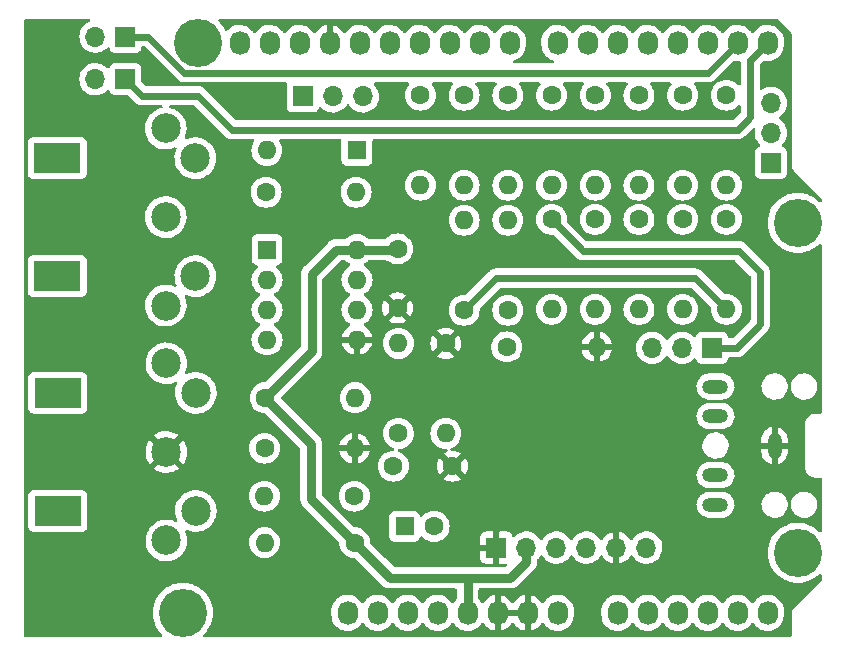
<source format=gbr>
%TF.GenerationSoftware,KiCad,Pcbnew,(6.0.5)*%
%TF.CreationDate,2022-11-11T14:55:19+00:00*%
%TF.ProjectId,ArduinoAudioExperimentShield,41726475-696e-46f4-9175-64696f457870,rev?*%
%TF.SameCoordinates,Original*%
%TF.FileFunction,Copper,L2,Bot*%
%TF.FilePolarity,Positive*%
%FSLAX46Y46*%
G04 Gerber Fmt 4.6, Leading zero omitted, Abs format (unit mm)*
G04 Created by KiCad (PCBNEW (6.0.5)) date 2022-11-11 14:55:19*
%MOMM*%
%LPD*%
G01*
G04 APERTURE LIST*
%TA.AperFunction,ComponentPad*%
%ADD10O,1.727200X2.032000*%
%TD*%
%TA.AperFunction,ComponentPad*%
%ADD11C,4.064000*%
%TD*%
%TA.AperFunction,ComponentPad*%
%ADD12C,1.600000*%
%TD*%
%TA.AperFunction,ComponentPad*%
%ADD13O,1.600000X1.600000*%
%TD*%
%TA.AperFunction,ComponentPad*%
%ADD14R,1.700000X1.700000*%
%TD*%
%TA.AperFunction,ComponentPad*%
%ADD15O,1.700000X1.700000*%
%TD*%
%TA.AperFunction,ComponentPad*%
%ADD16R,1.600000X1.600000*%
%TD*%
%TA.AperFunction,WasherPad*%
%ADD17R,4.000000X2.500000*%
%TD*%
%TA.AperFunction,ComponentPad*%
%ADD18C,2.499360*%
%TD*%
%TA.AperFunction,ComponentPad*%
%ADD19O,2.200000X1.200000*%
%TD*%
%TA.AperFunction,ComponentPad*%
%ADD20O,1.200000X2.200000*%
%TD*%
%TA.AperFunction,Conductor*%
%ADD21C,0.800000*%
%TD*%
%TA.AperFunction,Conductor*%
%ADD22C,0.600000*%
%TD*%
G04 APERTURE END LIST*
D10*
%TO.P,P1,1,Pin_1*%
%TO.N,unconnected-(P1-Pad1)*%
X138938000Y-123825000D03*
%TO.P,P1,2,Pin_2*%
%TO.N,/IOREF*%
X141478000Y-123825000D03*
%TO.P,P1,3,Pin_3*%
%TO.N,/Reset*%
X144018000Y-123825000D03*
%TO.P,P1,4,Pin_4*%
%TO.N,+3V3*%
X146558000Y-123825000D03*
%TO.P,P1,5,Pin_5*%
%TO.N,+5V*%
X149098000Y-123825000D03*
%TO.P,P1,6,Pin_6*%
%TO.N,GND*%
X151638000Y-123825000D03*
%TO.P,P1,7,Pin_7*%
X154178000Y-123825000D03*
%TO.P,P1,8,Pin_8*%
%TO.N,/Vin*%
X156718000Y-123825000D03*
%TD*%
%TO.P,P2,1,Pin_1*%
%TO.N,/A0*%
X161798000Y-123825000D03*
%TO.P,P2,2,Pin_2*%
%TO.N,/A1*%
X164338000Y-123825000D03*
%TO.P,P2,3,Pin_3*%
%TO.N,/A2*%
X166878000Y-123825000D03*
%TO.P,P2,4,Pin_4*%
%TO.N,/A3*%
X169418000Y-123825000D03*
%TO.P,P2,5,Pin_5*%
%TO.N,/A4(SDA)*%
X171958000Y-123825000D03*
%TO.P,P2,6,Pin_6*%
%TO.N,/A5(SCL)*%
X174498000Y-123825000D03*
%TD*%
%TO.P,P3,1,Pin_1*%
%TO.N,unconnected-(P3-Pad1)*%
X129794000Y-75565000D03*
%TO.P,P3,2,Pin_2*%
%TO.N,unconnected-(P3-Pad2)*%
X132334000Y-75565000D03*
%TO.P,P3,3,Pin_3*%
%TO.N,/AREF*%
X134874000Y-75565000D03*
%TO.P,P3,4,Pin_4*%
%TO.N,GND*%
X137414000Y-75565000D03*
%TO.P,P3,5,Pin_5*%
%TO.N,/13(SCK)*%
X139954000Y-75565000D03*
%TO.P,P3,6,Pin_6*%
%TO.N,/12(MISO)*%
X142494000Y-75565000D03*
%TO.P,P3,7,Pin_7*%
%TO.N,/11(\u002A\u002A{slash}MOSI)*%
X145034000Y-75565000D03*
%TO.P,P3,8,Pin_8*%
%TO.N,/10(\u002A\u002A{slash}SS)*%
X147574000Y-75565000D03*
%TO.P,P3,9,Pin_9*%
%TO.N,/9(\u002A\u002A)*%
X150114000Y-75565000D03*
%TO.P,P3,10,Pin_10*%
%TO.N,/8*%
X152654000Y-75565000D03*
%TD*%
%TO.P,P4,1,Pin_1*%
%TO.N,/7*%
X156718000Y-75565000D03*
%TO.P,P4,2,Pin_2*%
%TO.N,/6(\u002A\u002A)*%
X159258000Y-75565000D03*
%TO.P,P4,3,Pin_3*%
%TO.N,/5(\u002A\u002A)*%
X161798000Y-75565000D03*
%TO.P,P4,4,Pin_4*%
%TO.N,/4*%
X164338000Y-75565000D03*
%TO.P,P4,5,Pin_5*%
%TO.N,/3(\u002A\u002A)*%
X166878000Y-75565000D03*
%TO.P,P4,6,Pin_6*%
%TO.N,/2*%
X169418000Y-75565000D03*
%TO.P,P4,7,Pin_7*%
%TO.N,/1(Tx)*%
X171958000Y-75565000D03*
%TO.P,P4,8,Pin_8*%
%TO.N,/0(Rx)*%
X174498000Y-75565000D03*
%TD*%
D11*
%TO.P,P5,1,Pin_1*%
%TO.N,unconnected-(P5-Pad1)*%
X124968000Y-123825000D03*
%TD*%
%TO.P,P6,1,Pin_1*%
%TO.N,unconnected-(P6-Pad1)*%
X177038000Y-118745000D03*
%TD*%
%TO.P,P7,1,Pin_1*%
%TO.N,unconnected-(P7-Pad1)*%
X126238000Y-75565000D03*
%TD*%
%TO.P,P8,1,Pin_1*%
%TO.N,unconnected-(P8-Pad1)*%
X177038000Y-90805000D03*
%TD*%
D12*
%TO.P,R8,1*%
%TO.N,/6(\u002A\u002A)*%
X156200000Y-80000000D03*
D13*
%TO.P,R8,2*%
%TO.N,Net-(R16-Pad1)*%
X156200000Y-87620000D03*
%TD*%
D12*
%TO.P,R9,1*%
%TO.N,/7*%
X152500000Y-80000000D03*
D13*
%TO.P,R9,2*%
%TO.N,/AU_R2R*%
X152500000Y-87620000D03*
%TD*%
D14*
%TO.P,J6,1,Pin_1*%
%TO.N,/AU_R2R*%
X169773000Y-101385000D03*
D15*
%TO.P,J6,2,Pin_2*%
%TO.N,/AU_DAC*%
X167233000Y-101385000D03*
%TO.P,J6,3,Pin_3*%
%TO.N,/AU_PWM*%
X164693000Y-101385000D03*
%TD*%
D16*
%TO.P,C3,1*%
%TO.N,Net-(C2-Pad1)*%
X143760375Y-116505000D03*
D12*
%TO.P,C3,2*%
%TO.N,/AU_PWM*%
X146260375Y-116505000D03*
%TD*%
D16*
%TO.P,U1,1,NC*%
%TO.N,unconnected-(U1-Pad1)*%
X132108000Y-93075000D03*
D13*
%TO.P,U1,2,C1*%
%TO.N,Net-(D1-Pad1)*%
X132108000Y-95615000D03*
%TO.P,U1,3,C2*%
%TO.N,Net-(D1-Pad2)*%
X132108000Y-98155000D03*
%TO.P,U1,4,NC*%
%TO.N,unconnected-(U1-Pad4)*%
X132108000Y-100695000D03*
%TO.P,U1,5,GND*%
%TO.N,GND*%
X139728000Y-100695000D03*
%TO.P,U1,6,VO2*%
%TO.N,Net-(J4-Pad2)*%
X139728000Y-98155000D03*
%TO.P,U1,7,VO1*%
%TO.N,Net-(R20-Pad1)*%
X139728000Y-95615000D03*
%TO.P,U1,8,VCC*%
%TO.N,+5V*%
X139728000Y-93075000D03*
%TD*%
D17*
%TO.P,IN1,*%
%TO.N,*%
X114340300Y-95316260D03*
X114340300Y-85313740D03*
D18*
%TO.P,IN1,1*%
%TO.N,unconnected-(IN1-Pad1)*%
X123535200Y-97813080D03*
%TO.P,IN1,2*%
%TO.N,unconnected-(IN1-Pad2)*%
X123537740Y-90315000D03*
%TO.P,IN1,3*%
%TO.N,unconnected-(IN1-Pad3)*%
X123535200Y-82816920D03*
%TO.P,IN1,4*%
%TO.N,Net-(IN1-Pad4)*%
X126037100Y-95311180D03*
%TO.P,IN1,5*%
%TO.N,Net-(D1-Pad2)*%
X126037100Y-85318820D03*
%TD*%
D12*
%TO.P,R21,1*%
%TO.N,+5V*%
X131958000Y-105615000D03*
D13*
%TO.P,R21,2*%
%TO.N,Net-(J4-Pad2)*%
X139578000Y-105615000D03*
%TD*%
D12*
%TO.P,R19,1*%
%TO.N,Net-(R11-Pad2)*%
X152408000Y-101305000D03*
D13*
%TO.P,R19,2*%
%TO.N,GND*%
X160028000Y-101305000D03*
%TD*%
D12*
%TO.P,R3,1*%
%TO.N,Net-(J1-Pad3)*%
X145100000Y-80000000D03*
D13*
%TO.P,R3,2*%
%TO.N,Net-(R11-Pad1)*%
X145100000Y-87620000D03*
%TD*%
D12*
%TO.P,R20,1*%
%TO.N,Net-(R20-Pad1)*%
X131898000Y-109885000D03*
D13*
%TO.P,R20,2*%
%TO.N,GND*%
X139518000Y-109885000D03*
%TD*%
D12*
%TO.P,R13,1*%
%TO.N,Net-(R13-Pad1)*%
X171000000Y-90500000D03*
D13*
%TO.P,R13,2*%
%TO.N,Net-(R12-Pad1)*%
X171000000Y-98120000D03*
%TD*%
D12*
%TO.P,R12,1*%
%TO.N,Net-(R12-Pad1)*%
X148800000Y-98200000D03*
D13*
%TO.P,R12,2*%
%TO.N,Net-(R11-Pad1)*%
X148800000Y-90580000D03*
%TD*%
D12*
%TO.P,R23,1*%
%TO.N,GND*%
X147248000Y-101005000D03*
D13*
%TO.P,R23,2*%
%TO.N,Net-(C2-Pad1)*%
X147248000Y-108625000D03*
%TD*%
D12*
%TO.P,R7,1*%
%TO.N,/5(\u002A\u002A)*%
X159900000Y-80000000D03*
D13*
%TO.P,R7,2*%
%TO.N,Net-(R15-Pad1)*%
X159900000Y-87620000D03*
%TD*%
D14*
%TO.P,J4,1,Pin_1*%
%TO.N,/0(Rx)*%
X120123000Y-78635000D03*
D15*
%TO.P,J4,2,Pin_2*%
%TO.N,Net-(J4-Pad2)*%
X117583000Y-78635000D03*
%TD*%
D19*
%TO.P,J7,R*%
%TO.N,/AU_DAC*%
X170080000Y-114665000D03*
%TO.P,J7,RN*%
%TO.N,N/C*%
X170080000Y-112165000D03*
D20*
%TO.P,J7,S*%
%TO.N,GND*%
X175080000Y-109665000D03*
D19*
%TO.P,J7,T*%
%TO.N,/AU_DAC*%
X170080000Y-104665000D03*
%TO.P,J7,TN*%
%TO.N,N/C*%
X170080000Y-107165000D03*
%TD*%
D12*
%TO.P,R16,1*%
%TO.N,Net-(R16-Pad1)*%
X159900000Y-90500000D03*
D13*
%TO.P,R16,2*%
%TO.N,Net-(R15-Pad1)*%
X159900000Y-98120000D03*
%TD*%
D17*
%TO.P,OUT1,*%
%TO.N,*%
X114390300Y-105193740D03*
X114390300Y-115196260D03*
D18*
%TO.P,OUT1,1*%
%TO.N,unconnected-(OUT1-Pad1)*%
X123585200Y-117693080D03*
%TO.P,OUT1,2*%
%TO.N,GND*%
X123587740Y-110195000D03*
%TO.P,OUT1,3*%
%TO.N,unconnected-(OUT1-Pad3)*%
X123585200Y-102696920D03*
%TO.P,OUT1,4*%
%TO.N,Net-(OUT1-Pad4)*%
X126087100Y-115191180D03*
%TO.P,OUT1,5*%
%TO.N,Net-(OUT1-Pad5)*%
X126087100Y-105198820D03*
%TD*%
D14*
%TO.P,J2,1,Pin_1*%
%TO.N,/D_PWM*%
X174768000Y-85725000D03*
D15*
%TO.P,J2,2,Pin_2*%
%TO.N,/3(\u002A\u002A)*%
X174768000Y-83185000D03*
%TO.P,J2,3,Pin_3*%
%TO.N,Net-(J2-Pad3)*%
X174768000Y-80645000D03*
%TD*%
D12*
%TO.P,R6,1*%
%TO.N,/4*%
X163600000Y-80000000D03*
D13*
%TO.P,R6,2*%
%TO.N,Net-(R14-Pad1)*%
X163600000Y-87620000D03*
%TD*%
D12*
%TO.P,R17,1*%
%TO.N,/AU_R2R*%
X156200000Y-90500000D03*
D13*
%TO.P,R17,2*%
%TO.N,Net-(R16-Pad1)*%
X156200000Y-98120000D03*
%TD*%
D12*
%TO.P,R14,1*%
%TO.N,Net-(R14-Pad1)*%
X167300000Y-90500000D03*
D13*
%TO.P,R14,2*%
%TO.N,Net-(R13-Pad1)*%
X167300000Y-98120000D03*
%TD*%
D14*
%TO.P,J3,1,Pin_1*%
%TO.N,/1(Tx)*%
X120123000Y-75035000D03*
D15*
%TO.P,J3,2,Pin_2*%
%TO.N,Net-(J3-Pad2)*%
X117583000Y-75035000D03*
%TD*%
D12*
%TO.P,R5,1*%
%TO.N,Net-(J2-Pad3)*%
X167300000Y-80000000D03*
D13*
%TO.P,R5,2*%
%TO.N,Net-(R13-Pad1)*%
X167300000Y-87620000D03*
%TD*%
D12*
%TO.P,R18,1*%
%TO.N,Net-(IN1-Pad4)*%
X132028000Y-88205000D03*
D13*
%TO.P,R18,2*%
%TO.N,Net-(D1-Pad1)*%
X139648000Y-88205000D03*
%TD*%
D14*
%TO.P,J5,1,Pin_1*%
%TO.N,GND*%
X151528000Y-118295000D03*
D15*
%TO.P,J5,2,Pin_2*%
%TO.N,+5V*%
X154068000Y-118295000D03*
%TO.P,J5,3,Pin_3*%
%TO.N,/A4(SDA)*%
X156608000Y-118295000D03*
%TO.P,J5,4,Pin_4*%
%TO.N,/A5(SCL)*%
X159148000Y-118295000D03*
%TO.P,J5,5,Pin_5*%
%TO.N,GND*%
X161688000Y-118295000D03*
%TO.P,J5,6,Pin_6*%
%TO.N,/AU_DAC*%
X164228000Y-118295000D03*
%TD*%
D12*
%TO.P,R4,1*%
%TO.N,/2*%
X171000000Y-80000000D03*
D13*
%TO.P,R4,2*%
%TO.N,Net-(R12-Pad1)*%
X171000000Y-87620000D03*
%TD*%
D16*
%TO.P,D1,1,K*%
%TO.N,Net-(D1-Pad1)*%
X139718000Y-84675000D03*
D13*
%TO.P,D1,2,A*%
%TO.N,Net-(D1-Pad2)*%
X132098000Y-84675000D03*
%TD*%
D12*
%TO.P,R10,1*%
%TO.N,Net-(J3-Pad2)*%
X139498000Y-113945000D03*
D13*
%TO.P,R10,2*%
%TO.N,Net-(OUT1-Pad5)*%
X131878000Y-113945000D03*
%TD*%
D12*
%TO.P,C1,1*%
%TO.N,+5V*%
X143158000Y-93015000D03*
%TO.P,C1,2*%
%TO.N,GND*%
X143158000Y-98015000D03*
%TD*%
%TO.P,R2,1*%
%TO.N,/8*%
X148800000Y-80000000D03*
D13*
%TO.P,R2,2*%
%TO.N,Net-(R11-Pad2)*%
X148800000Y-87620000D03*
%TD*%
D12*
%TO.P,R11,1*%
%TO.N,Net-(R11-Pad1)*%
X152500000Y-98200000D03*
D13*
%TO.P,R11,2*%
%TO.N,Net-(R11-Pad2)*%
X152500000Y-90580000D03*
%TD*%
D12*
%TO.P,R1,1*%
%TO.N,+5V*%
X139518000Y-117875000D03*
D13*
%TO.P,R1,2*%
%TO.N,Net-(OUT1-Pad4)*%
X131898000Y-117875000D03*
%TD*%
D12*
%TO.P,R22,1*%
%TO.N,Net-(C2-Pad1)*%
X143238000Y-108625000D03*
D13*
%TO.P,R22,2*%
%TO.N,/D_PWM*%
X143238000Y-101005000D03*
%TD*%
D14*
%TO.P,J1,1,Pin_1*%
%TO.N,/D_PWM*%
X135143000Y-80105000D03*
D15*
%TO.P,J1,2,Pin_2*%
%TO.N,/9(\u002A\u002A)*%
X137683000Y-80105000D03*
%TO.P,J1,3,Pin_3*%
%TO.N,Net-(J1-Pad3)*%
X140223000Y-80105000D03*
%TD*%
D12*
%TO.P,C2,1*%
%TO.N,Net-(C2-Pad1)*%
X142798000Y-111405000D03*
%TO.P,C2,2*%
%TO.N,GND*%
X147798000Y-111405000D03*
%TD*%
%TO.P,R15,1*%
%TO.N,Net-(R15-Pad1)*%
X163600000Y-90500000D03*
D13*
%TO.P,R15,2*%
%TO.N,Net-(R14-Pad1)*%
X163600000Y-98120000D03*
%TD*%
D21*
%TO.N,+5V*%
X135838000Y-109495000D02*
X135838000Y-114195000D01*
X139728000Y-93075000D02*
X137938000Y-93075000D01*
X135838000Y-114195000D02*
X139518000Y-117875000D01*
D22*
X149098000Y-121005000D02*
X148938000Y-120845000D01*
D21*
X143098000Y-93075000D02*
X143158000Y-93015000D01*
X148938000Y-120845000D02*
X152720082Y-120845000D01*
X131958000Y-105615000D02*
X135838000Y-109495000D01*
X137938000Y-93075000D02*
X135888000Y-95125000D01*
X135888000Y-101685000D02*
X131958000Y-105615000D01*
X139518000Y-117875000D02*
X142488000Y-120845000D01*
X152720082Y-120845000D02*
X153194041Y-120371041D01*
X139728000Y-93075000D02*
X143098000Y-93075000D01*
X149098000Y-123825000D02*
X149098000Y-121005000D01*
X153194041Y-120371041D02*
X154068000Y-119497081D01*
X142488000Y-120845000D02*
X148938000Y-120845000D01*
X154068000Y-119497081D02*
X154068000Y-118295000D01*
X135888000Y-95125000D02*
X135888000Y-101685000D01*
D22*
%TO.N,/1(Tx)*%
X125119511Y-78096511D02*
X122058000Y-75035000D01*
X125119511Y-78096511D02*
X169426489Y-78096511D01*
X169426489Y-78096511D02*
X171958000Y-75565000D01*
X122058000Y-75035000D02*
X120123000Y-75035000D01*
%TO.N,/0(Rx)*%
X126268000Y-80035000D02*
X129138000Y-82905000D01*
X120123000Y-78635000D02*
X120123000Y-78650000D01*
X171948000Y-82905000D02*
X173008000Y-81845000D01*
X120123000Y-78650000D02*
X121508000Y-80035000D01*
X173008000Y-77055000D02*
X174498000Y-75565000D01*
X121508000Y-80035000D02*
X126268000Y-80035000D01*
X129138000Y-82905000D02*
X171948000Y-82905000D01*
X173008000Y-81845000D02*
X173008000Y-77055000D01*
%TO.N,Net-(R12-Pad1)*%
X151525000Y-95475000D02*
X168355000Y-95475000D01*
X168355000Y-95475000D02*
X171000000Y-98120000D01*
X148800000Y-98200000D02*
X151525000Y-95475000D01*
%TO.N,/AU_R2R*%
X158855000Y-93155000D02*
X156200000Y-90500000D01*
X173868000Y-99385000D02*
X173868000Y-94975000D01*
X173868000Y-94975000D02*
X172048000Y-93155000D01*
X171868000Y-101385000D02*
X173868000Y-99385000D01*
X172048000Y-93155000D02*
X158855000Y-93155000D01*
X169773000Y-101385000D02*
X171868000Y-101385000D01*
%TD*%
%TA.AperFunction,Conductor*%
%TO.N,GND*%
G36*
X117081572Y-73553502D02*
G01*
X117128065Y-73607158D01*
X117138169Y-73677432D01*
X117108675Y-73742012D01*
X117062280Y-73775654D01*
X117059674Y-73776750D01*
X117054756Y-73778357D01*
X116856607Y-73881507D01*
X116852474Y-73884610D01*
X116852471Y-73884612D01*
X116682100Y-74012530D01*
X116677965Y-74015635D01*
X116628444Y-74067456D01*
X116538217Y-74161873D01*
X116523629Y-74177138D01*
X116520715Y-74181410D01*
X116520714Y-74181411D01*
X116463015Y-74265995D01*
X116397743Y-74361680D01*
X116375534Y-74409525D01*
X116306264Y-74558756D01*
X116303688Y-74564305D01*
X116243989Y-74779570D01*
X116220251Y-75001695D01*
X116233110Y-75224715D01*
X116234247Y-75229761D01*
X116234248Y-75229767D01*
X116245326Y-75278923D01*
X116282222Y-75442639D01*
X116366266Y-75649616D01*
X116368965Y-75654020D01*
X116473187Y-75824095D01*
X116482987Y-75840088D01*
X116629250Y-76008938D01*
X116801126Y-76151632D01*
X116994000Y-76264338D01*
X117202692Y-76344030D01*
X117207760Y-76345061D01*
X117207763Y-76345062D01*
X117315017Y-76366883D01*
X117421597Y-76388567D01*
X117426772Y-76388757D01*
X117426774Y-76388757D01*
X117639673Y-76396564D01*
X117639677Y-76396564D01*
X117644837Y-76396753D01*
X117649957Y-76396097D01*
X117649959Y-76396097D01*
X117861288Y-76369025D01*
X117861289Y-76369025D01*
X117866416Y-76368368D01*
X117871366Y-76366883D01*
X118075429Y-76305661D01*
X118075434Y-76305659D01*
X118080384Y-76304174D01*
X118280994Y-76205896D01*
X118462860Y-76076173D01*
X118571091Y-75968319D01*
X118633462Y-75934404D01*
X118704268Y-75939592D01*
X118761030Y-75982238D01*
X118778012Y-76013341D01*
X118822385Y-76131705D01*
X118909739Y-76248261D01*
X119026295Y-76335615D01*
X119162684Y-76386745D01*
X119224866Y-76393500D01*
X121021134Y-76393500D01*
X121083316Y-76386745D01*
X121219705Y-76335615D01*
X121336261Y-76248261D01*
X121423615Y-76131705D01*
X121474745Y-75995316D01*
X121479028Y-75955892D01*
X121506270Y-75890330D01*
X121564634Y-75849904D01*
X121604291Y-75843500D01*
X121670918Y-75843500D01*
X121739039Y-75863502D01*
X121760013Y-75880405D01*
X124541277Y-78661669D01*
X124542205Y-78662606D01*
X124586542Y-78707881D01*
X124605282Y-78727018D01*
X124641732Y-78750509D01*
X124652057Y-78757928D01*
X124685954Y-78784987D01*
X124692293Y-78788051D01*
X124692297Y-78788054D01*
X124716149Y-78799585D01*
X124729562Y-78807112D01*
X124751824Y-78821458D01*
X124751827Y-78821459D01*
X124757749Y-78825276D01*
X124764368Y-78827685D01*
X124764372Y-78827687D01*
X124798484Y-78840103D01*
X124810228Y-78845064D01*
X124842910Y-78860863D01*
X124842912Y-78860864D01*
X124849259Y-78863932D01*
X124856631Y-78865634D01*
X124881938Y-78871477D01*
X124896679Y-78875843D01*
X124928196Y-78887314D01*
X124935182Y-78888196D01*
X124935188Y-78888198D01*
X124971212Y-78892749D01*
X124983764Y-78894985D01*
X125019125Y-78903149D01*
X125019128Y-78903149D01*
X125025996Y-78904735D01*
X125033042Y-78904760D01*
X125033045Y-78904760D01*
X125066567Y-78904877D01*
X125067449Y-78904906D01*
X125068280Y-78905011D01*
X125104930Y-78905011D01*
X125105370Y-78905012D01*
X125203854Y-78905356D01*
X125203859Y-78905356D01*
X125207381Y-78905368D01*
X125208581Y-78905100D01*
X125210218Y-78905011D01*
X133699306Y-78905011D01*
X133767427Y-78925013D01*
X133813920Y-78978669D01*
X133824024Y-79048943D01*
X133817288Y-79075240D01*
X133794029Y-79137282D01*
X133794027Y-79137288D01*
X133791255Y-79144684D01*
X133784500Y-79206866D01*
X133784500Y-81003134D01*
X133791255Y-81065316D01*
X133842385Y-81201705D01*
X133929739Y-81318261D01*
X134046295Y-81405615D01*
X134182684Y-81456745D01*
X134244866Y-81463500D01*
X136041134Y-81463500D01*
X136103316Y-81456745D01*
X136239705Y-81405615D01*
X136356261Y-81318261D01*
X136443615Y-81201705D01*
X136467676Y-81137523D01*
X136487598Y-81084382D01*
X136530240Y-81027618D01*
X136596802Y-81002918D01*
X136666150Y-81018126D01*
X136700817Y-81046114D01*
X136729250Y-81078938D01*
X136901126Y-81221632D01*
X137094000Y-81334338D01*
X137098825Y-81336180D01*
X137098826Y-81336181D01*
X137127360Y-81347077D01*
X137302692Y-81414030D01*
X137307760Y-81415061D01*
X137307763Y-81415062D01*
X137415017Y-81436883D01*
X137521597Y-81458567D01*
X137526772Y-81458757D01*
X137526774Y-81458757D01*
X137739673Y-81466564D01*
X137739677Y-81466564D01*
X137744837Y-81466753D01*
X137749957Y-81466097D01*
X137749959Y-81466097D01*
X137961288Y-81439025D01*
X137961289Y-81439025D01*
X137966416Y-81438368D01*
X138023413Y-81421268D01*
X138175429Y-81375661D01*
X138175434Y-81375659D01*
X138180384Y-81374174D01*
X138380994Y-81275896D01*
X138562860Y-81146173D01*
X138571541Y-81137523D01*
X138706797Y-81002738D01*
X138721096Y-80988489D01*
X138799284Y-80879679D01*
X138851453Y-80807077D01*
X138852776Y-80808028D01*
X138899645Y-80764857D01*
X138969580Y-80752625D01*
X139035026Y-80780144D01*
X139062875Y-80811994D01*
X139122987Y-80910088D01*
X139269250Y-81078938D01*
X139441126Y-81221632D01*
X139634000Y-81334338D01*
X139638825Y-81336180D01*
X139638826Y-81336181D01*
X139667360Y-81347077D01*
X139842692Y-81414030D01*
X139847760Y-81415061D01*
X139847763Y-81415062D01*
X139955017Y-81436883D01*
X140061597Y-81458567D01*
X140066772Y-81458757D01*
X140066774Y-81458757D01*
X140279673Y-81466564D01*
X140279677Y-81466564D01*
X140284837Y-81466753D01*
X140289957Y-81466097D01*
X140289959Y-81466097D01*
X140501288Y-81439025D01*
X140501289Y-81439025D01*
X140506416Y-81438368D01*
X140563413Y-81421268D01*
X140715429Y-81375661D01*
X140715434Y-81375659D01*
X140720384Y-81374174D01*
X140920994Y-81275896D01*
X141102860Y-81146173D01*
X141111541Y-81137523D01*
X141246797Y-81002738D01*
X141261096Y-80988489D01*
X141339284Y-80879679D01*
X141388435Y-80811277D01*
X141391453Y-80807077D01*
X141395271Y-80799353D01*
X141488136Y-80611453D01*
X141488137Y-80611451D01*
X141490430Y-80606811D01*
X141555370Y-80393069D01*
X141584529Y-80171590D01*
X141586156Y-80105000D01*
X141567852Y-79882361D01*
X141513431Y-79665702D01*
X141424354Y-79460840D01*
X141353241Y-79350916D01*
X141305822Y-79277617D01*
X141305820Y-79277614D01*
X141303014Y-79273277D01*
X141159731Y-79115811D01*
X141128680Y-79051965D01*
X141137075Y-78981466D01*
X141182251Y-78926698D01*
X141252925Y-78905011D01*
X144040301Y-78905011D01*
X144108422Y-78925013D01*
X144154915Y-78978669D01*
X144165019Y-79048943D01*
X144135525Y-79113523D01*
X144129396Y-79120106D01*
X144093802Y-79155700D01*
X143962477Y-79343251D01*
X143960154Y-79348233D01*
X143960151Y-79348238D01*
X143880763Y-79518489D01*
X143865716Y-79550757D01*
X143864294Y-79556065D01*
X143864293Y-79556067D01*
X143831307Y-79679171D01*
X143806457Y-79771913D01*
X143786502Y-80000000D01*
X143806457Y-80228087D01*
X143807881Y-80233400D01*
X143807881Y-80233402D01*
X143851992Y-80398023D01*
X143865716Y-80449243D01*
X143868039Y-80454224D01*
X143868039Y-80454225D01*
X143960151Y-80651762D01*
X143960154Y-80651767D01*
X143962477Y-80656749D01*
X144006125Y-80719084D01*
X144072820Y-80814334D01*
X144093802Y-80844300D01*
X144255700Y-81006198D01*
X144260208Y-81009355D01*
X144260211Y-81009357D01*
X144333278Y-81060519D01*
X144443251Y-81137523D01*
X144448233Y-81139846D01*
X144448238Y-81139849D01*
X144645775Y-81231961D01*
X144650757Y-81234284D01*
X144656065Y-81235706D01*
X144656067Y-81235707D01*
X144866598Y-81292119D01*
X144866600Y-81292119D01*
X144871913Y-81293543D01*
X145100000Y-81313498D01*
X145328087Y-81293543D01*
X145333400Y-81292119D01*
X145333402Y-81292119D01*
X145543933Y-81235707D01*
X145543935Y-81235706D01*
X145549243Y-81234284D01*
X145554225Y-81231961D01*
X145751762Y-81139849D01*
X145751767Y-81139846D01*
X145756749Y-81137523D01*
X145866722Y-81060519D01*
X145939789Y-81009357D01*
X145939792Y-81009355D01*
X145944300Y-81006198D01*
X146106198Y-80844300D01*
X146127181Y-80814334D01*
X146193875Y-80719084D01*
X146237523Y-80656749D01*
X146239846Y-80651767D01*
X146239849Y-80651762D01*
X146331961Y-80454225D01*
X146331961Y-80454224D01*
X146334284Y-80449243D01*
X146348009Y-80398023D01*
X146392119Y-80233402D01*
X146392119Y-80233400D01*
X146393543Y-80228087D01*
X146413498Y-80000000D01*
X146393543Y-79771913D01*
X146368693Y-79679171D01*
X146335707Y-79556067D01*
X146335706Y-79556065D01*
X146334284Y-79550757D01*
X146319237Y-79518489D01*
X146239849Y-79348238D01*
X146239846Y-79348233D01*
X146237523Y-79343251D01*
X146106198Y-79155700D01*
X146070604Y-79120106D01*
X146036578Y-79057794D01*
X146041643Y-78986979D01*
X146084190Y-78930143D01*
X146150710Y-78905332D01*
X146159699Y-78905011D01*
X147740301Y-78905011D01*
X147808422Y-78925013D01*
X147854915Y-78978669D01*
X147865019Y-79048943D01*
X147835525Y-79113523D01*
X147829396Y-79120106D01*
X147793802Y-79155700D01*
X147662477Y-79343251D01*
X147660154Y-79348233D01*
X147660151Y-79348238D01*
X147580763Y-79518489D01*
X147565716Y-79550757D01*
X147564294Y-79556065D01*
X147564293Y-79556067D01*
X147531307Y-79679171D01*
X147506457Y-79771913D01*
X147486502Y-80000000D01*
X147506457Y-80228087D01*
X147507881Y-80233400D01*
X147507881Y-80233402D01*
X147551992Y-80398023D01*
X147565716Y-80449243D01*
X147568039Y-80454224D01*
X147568039Y-80454225D01*
X147660151Y-80651762D01*
X147660154Y-80651767D01*
X147662477Y-80656749D01*
X147706125Y-80719084D01*
X147772820Y-80814334D01*
X147793802Y-80844300D01*
X147955700Y-81006198D01*
X147960208Y-81009355D01*
X147960211Y-81009357D01*
X148033278Y-81060519D01*
X148143251Y-81137523D01*
X148148233Y-81139846D01*
X148148238Y-81139849D01*
X148345775Y-81231961D01*
X148350757Y-81234284D01*
X148356065Y-81235706D01*
X148356067Y-81235707D01*
X148566598Y-81292119D01*
X148566600Y-81292119D01*
X148571913Y-81293543D01*
X148800000Y-81313498D01*
X149028087Y-81293543D01*
X149033400Y-81292119D01*
X149033402Y-81292119D01*
X149243933Y-81235707D01*
X149243935Y-81235706D01*
X149249243Y-81234284D01*
X149254225Y-81231961D01*
X149451762Y-81139849D01*
X149451767Y-81139846D01*
X149456749Y-81137523D01*
X149566722Y-81060519D01*
X149639789Y-81009357D01*
X149639792Y-81009355D01*
X149644300Y-81006198D01*
X149806198Y-80844300D01*
X149827181Y-80814334D01*
X149893875Y-80719084D01*
X149937523Y-80656749D01*
X149939846Y-80651767D01*
X149939849Y-80651762D01*
X150031961Y-80454225D01*
X150031961Y-80454224D01*
X150034284Y-80449243D01*
X150048009Y-80398023D01*
X150092119Y-80233402D01*
X150092119Y-80233400D01*
X150093543Y-80228087D01*
X150113498Y-80000000D01*
X150093543Y-79771913D01*
X150068693Y-79679171D01*
X150035707Y-79556067D01*
X150035706Y-79556065D01*
X150034284Y-79550757D01*
X150019237Y-79518489D01*
X149939849Y-79348238D01*
X149939846Y-79348233D01*
X149937523Y-79343251D01*
X149806198Y-79155700D01*
X149770604Y-79120106D01*
X149736578Y-79057794D01*
X149741643Y-78986979D01*
X149784190Y-78930143D01*
X149850710Y-78905332D01*
X149859699Y-78905011D01*
X151440301Y-78905011D01*
X151508422Y-78925013D01*
X151554915Y-78978669D01*
X151565019Y-79048943D01*
X151535525Y-79113523D01*
X151529396Y-79120106D01*
X151493802Y-79155700D01*
X151362477Y-79343251D01*
X151360154Y-79348233D01*
X151360151Y-79348238D01*
X151280763Y-79518489D01*
X151265716Y-79550757D01*
X151264294Y-79556065D01*
X151264293Y-79556067D01*
X151231307Y-79679171D01*
X151206457Y-79771913D01*
X151186502Y-80000000D01*
X151206457Y-80228087D01*
X151207881Y-80233400D01*
X151207881Y-80233402D01*
X151251992Y-80398023D01*
X151265716Y-80449243D01*
X151268039Y-80454224D01*
X151268039Y-80454225D01*
X151360151Y-80651762D01*
X151360154Y-80651767D01*
X151362477Y-80656749D01*
X151406125Y-80719084D01*
X151472820Y-80814334D01*
X151493802Y-80844300D01*
X151655700Y-81006198D01*
X151660208Y-81009355D01*
X151660211Y-81009357D01*
X151733278Y-81060519D01*
X151843251Y-81137523D01*
X151848233Y-81139846D01*
X151848238Y-81139849D01*
X152045775Y-81231961D01*
X152050757Y-81234284D01*
X152056065Y-81235706D01*
X152056067Y-81235707D01*
X152266598Y-81292119D01*
X152266600Y-81292119D01*
X152271913Y-81293543D01*
X152500000Y-81313498D01*
X152728087Y-81293543D01*
X152733400Y-81292119D01*
X152733402Y-81292119D01*
X152943933Y-81235707D01*
X152943935Y-81235706D01*
X152949243Y-81234284D01*
X152954225Y-81231961D01*
X153151762Y-81139849D01*
X153151767Y-81139846D01*
X153156749Y-81137523D01*
X153266722Y-81060519D01*
X153339789Y-81009357D01*
X153339792Y-81009355D01*
X153344300Y-81006198D01*
X153506198Y-80844300D01*
X153527181Y-80814334D01*
X153593875Y-80719084D01*
X153637523Y-80656749D01*
X153639846Y-80651767D01*
X153639849Y-80651762D01*
X153731961Y-80454225D01*
X153731961Y-80454224D01*
X153734284Y-80449243D01*
X153748009Y-80398023D01*
X153792119Y-80233402D01*
X153792119Y-80233400D01*
X153793543Y-80228087D01*
X153813498Y-80000000D01*
X153793543Y-79771913D01*
X153768693Y-79679171D01*
X153735707Y-79556067D01*
X153735706Y-79556065D01*
X153734284Y-79550757D01*
X153719237Y-79518489D01*
X153639849Y-79348238D01*
X153639846Y-79348233D01*
X153637523Y-79343251D01*
X153506198Y-79155700D01*
X153470604Y-79120106D01*
X153436578Y-79057794D01*
X153441643Y-78986979D01*
X153484190Y-78930143D01*
X153550710Y-78905332D01*
X153559699Y-78905011D01*
X155140301Y-78905011D01*
X155208422Y-78925013D01*
X155254915Y-78978669D01*
X155265019Y-79048943D01*
X155235525Y-79113523D01*
X155229396Y-79120106D01*
X155193802Y-79155700D01*
X155062477Y-79343251D01*
X155060154Y-79348233D01*
X155060151Y-79348238D01*
X154980763Y-79518489D01*
X154965716Y-79550757D01*
X154964294Y-79556065D01*
X154964293Y-79556067D01*
X154931307Y-79679171D01*
X154906457Y-79771913D01*
X154886502Y-80000000D01*
X154906457Y-80228087D01*
X154907881Y-80233400D01*
X154907881Y-80233402D01*
X154951992Y-80398023D01*
X154965716Y-80449243D01*
X154968039Y-80454224D01*
X154968039Y-80454225D01*
X155060151Y-80651762D01*
X155060154Y-80651767D01*
X155062477Y-80656749D01*
X155106125Y-80719084D01*
X155172820Y-80814334D01*
X155193802Y-80844300D01*
X155355700Y-81006198D01*
X155360208Y-81009355D01*
X155360211Y-81009357D01*
X155433278Y-81060519D01*
X155543251Y-81137523D01*
X155548233Y-81139846D01*
X155548238Y-81139849D01*
X155745775Y-81231961D01*
X155750757Y-81234284D01*
X155756065Y-81235706D01*
X155756067Y-81235707D01*
X155966598Y-81292119D01*
X155966600Y-81292119D01*
X155971913Y-81293543D01*
X156200000Y-81313498D01*
X156428087Y-81293543D01*
X156433400Y-81292119D01*
X156433402Y-81292119D01*
X156643933Y-81235707D01*
X156643935Y-81235706D01*
X156649243Y-81234284D01*
X156654225Y-81231961D01*
X156851762Y-81139849D01*
X156851767Y-81139846D01*
X156856749Y-81137523D01*
X156966722Y-81060519D01*
X157039789Y-81009357D01*
X157039792Y-81009355D01*
X157044300Y-81006198D01*
X157206198Y-80844300D01*
X157227181Y-80814334D01*
X157293875Y-80719084D01*
X157337523Y-80656749D01*
X157339846Y-80651767D01*
X157339849Y-80651762D01*
X157431961Y-80454225D01*
X157431961Y-80454224D01*
X157434284Y-80449243D01*
X157448009Y-80398023D01*
X157492119Y-80233402D01*
X157492119Y-80233400D01*
X157493543Y-80228087D01*
X157513498Y-80000000D01*
X157493543Y-79771913D01*
X157468693Y-79679171D01*
X157435707Y-79556067D01*
X157435706Y-79556065D01*
X157434284Y-79550757D01*
X157419237Y-79518489D01*
X157339849Y-79348238D01*
X157339846Y-79348233D01*
X157337523Y-79343251D01*
X157206198Y-79155700D01*
X157170604Y-79120106D01*
X157136578Y-79057794D01*
X157141643Y-78986979D01*
X157184190Y-78930143D01*
X157250710Y-78905332D01*
X157259699Y-78905011D01*
X158840301Y-78905011D01*
X158908422Y-78925013D01*
X158954915Y-78978669D01*
X158965019Y-79048943D01*
X158935525Y-79113523D01*
X158929396Y-79120106D01*
X158893802Y-79155700D01*
X158762477Y-79343251D01*
X158760154Y-79348233D01*
X158760151Y-79348238D01*
X158680763Y-79518489D01*
X158665716Y-79550757D01*
X158664294Y-79556065D01*
X158664293Y-79556067D01*
X158631307Y-79679171D01*
X158606457Y-79771913D01*
X158586502Y-80000000D01*
X158606457Y-80228087D01*
X158607881Y-80233400D01*
X158607881Y-80233402D01*
X158651992Y-80398023D01*
X158665716Y-80449243D01*
X158668039Y-80454224D01*
X158668039Y-80454225D01*
X158760151Y-80651762D01*
X158760154Y-80651767D01*
X158762477Y-80656749D01*
X158806125Y-80719084D01*
X158872820Y-80814334D01*
X158893802Y-80844300D01*
X159055700Y-81006198D01*
X159060208Y-81009355D01*
X159060211Y-81009357D01*
X159133278Y-81060519D01*
X159243251Y-81137523D01*
X159248233Y-81139846D01*
X159248238Y-81139849D01*
X159445775Y-81231961D01*
X159450757Y-81234284D01*
X159456065Y-81235706D01*
X159456067Y-81235707D01*
X159666598Y-81292119D01*
X159666600Y-81292119D01*
X159671913Y-81293543D01*
X159900000Y-81313498D01*
X160128087Y-81293543D01*
X160133400Y-81292119D01*
X160133402Y-81292119D01*
X160343933Y-81235707D01*
X160343935Y-81235706D01*
X160349243Y-81234284D01*
X160354225Y-81231961D01*
X160551762Y-81139849D01*
X160551767Y-81139846D01*
X160556749Y-81137523D01*
X160666722Y-81060519D01*
X160739789Y-81009357D01*
X160739792Y-81009355D01*
X160744300Y-81006198D01*
X160906198Y-80844300D01*
X160927181Y-80814334D01*
X160993875Y-80719084D01*
X161037523Y-80656749D01*
X161039846Y-80651767D01*
X161039849Y-80651762D01*
X161131961Y-80454225D01*
X161131961Y-80454224D01*
X161134284Y-80449243D01*
X161148009Y-80398023D01*
X161192119Y-80233402D01*
X161192119Y-80233400D01*
X161193543Y-80228087D01*
X161213498Y-80000000D01*
X161193543Y-79771913D01*
X161168693Y-79679171D01*
X161135707Y-79556067D01*
X161135706Y-79556065D01*
X161134284Y-79550757D01*
X161119237Y-79518489D01*
X161039849Y-79348238D01*
X161039846Y-79348233D01*
X161037523Y-79343251D01*
X160906198Y-79155700D01*
X160870604Y-79120106D01*
X160836578Y-79057794D01*
X160841643Y-78986979D01*
X160884190Y-78930143D01*
X160950710Y-78905332D01*
X160959699Y-78905011D01*
X162540301Y-78905011D01*
X162608422Y-78925013D01*
X162654915Y-78978669D01*
X162665019Y-79048943D01*
X162635525Y-79113523D01*
X162629396Y-79120106D01*
X162593802Y-79155700D01*
X162462477Y-79343251D01*
X162460154Y-79348233D01*
X162460151Y-79348238D01*
X162380763Y-79518489D01*
X162365716Y-79550757D01*
X162364294Y-79556065D01*
X162364293Y-79556067D01*
X162331307Y-79679171D01*
X162306457Y-79771913D01*
X162286502Y-80000000D01*
X162306457Y-80228087D01*
X162307881Y-80233400D01*
X162307881Y-80233402D01*
X162351992Y-80398023D01*
X162365716Y-80449243D01*
X162368039Y-80454224D01*
X162368039Y-80454225D01*
X162460151Y-80651762D01*
X162460154Y-80651767D01*
X162462477Y-80656749D01*
X162506125Y-80719084D01*
X162572820Y-80814334D01*
X162593802Y-80844300D01*
X162755700Y-81006198D01*
X162760208Y-81009355D01*
X162760211Y-81009357D01*
X162833278Y-81060519D01*
X162943251Y-81137523D01*
X162948233Y-81139846D01*
X162948238Y-81139849D01*
X163145775Y-81231961D01*
X163150757Y-81234284D01*
X163156065Y-81235706D01*
X163156067Y-81235707D01*
X163366598Y-81292119D01*
X163366600Y-81292119D01*
X163371913Y-81293543D01*
X163600000Y-81313498D01*
X163828087Y-81293543D01*
X163833400Y-81292119D01*
X163833402Y-81292119D01*
X164043933Y-81235707D01*
X164043935Y-81235706D01*
X164049243Y-81234284D01*
X164054225Y-81231961D01*
X164251762Y-81139849D01*
X164251767Y-81139846D01*
X164256749Y-81137523D01*
X164366722Y-81060519D01*
X164439789Y-81009357D01*
X164439792Y-81009355D01*
X164444300Y-81006198D01*
X164606198Y-80844300D01*
X164627181Y-80814334D01*
X164693875Y-80719084D01*
X164737523Y-80656749D01*
X164739846Y-80651767D01*
X164739849Y-80651762D01*
X164831961Y-80454225D01*
X164831961Y-80454224D01*
X164834284Y-80449243D01*
X164848009Y-80398023D01*
X164892119Y-80233402D01*
X164892119Y-80233400D01*
X164893543Y-80228087D01*
X164913498Y-80000000D01*
X164893543Y-79771913D01*
X164868693Y-79679171D01*
X164835707Y-79556067D01*
X164835706Y-79556065D01*
X164834284Y-79550757D01*
X164819237Y-79518489D01*
X164739849Y-79348238D01*
X164739846Y-79348233D01*
X164737523Y-79343251D01*
X164606198Y-79155700D01*
X164570604Y-79120106D01*
X164536578Y-79057794D01*
X164541643Y-78986979D01*
X164584190Y-78930143D01*
X164650710Y-78905332D01*
X164659699Y-78905011D01*
X166240301Y-78905011D01*
X166308422Y-78925013D01*
X166354915Y-78978669D01*
X166365019Y-79048943D01*
X166335525Y-79113523D01*
X166329396Y-79120106D01*
X166293802Y-79155700D01*
X166162477Y-79343251D01*
X166160154Y-79348233D01*
X166160151Y-79348238D01*
X166080763Y-79518489D01*
X166065716Y-79550757D01*
X166064294Y-79556065D01*
X166064293Y-79556067D01*
X166031307Y-79679171D01*
X166006457Y-79771913D01*
X165986502Y-80000000D01*
X166006457Y-80228087D01*
X166007881Y-80233400D01*
X166007881Y-80233402D01*
X166051992Y-80398023D01*
X166065716Y-80449243D01*
X166068039Y-80454224D01*
X166068039Y-80454225D01*
X166160151Y-80651762D01*
X166160154Y-80651767D01*
X166162477Y-80656749D01*
X166206125Y-80719084D01*
X166272820Y-80814334D01*
X166293802Y-80844300D01*
X166455700Y-81006198D01*
X166460208Y-81009355D01*
X166460211Y-81009357D01*
X166533278Y-81060519D01*
X166643251Y-81137523D01*
X166648233Y-81139846D01*
X166648238Y-81139849D01*
X166845775Y-81231961D01*
X166850757Y-81234284D01*
X166856065Y-81235706D01*
X166856067Y-81235707D01*
X167066598Y-81292119D01*
X167066600Y-81292119D01*
X167071913Y-81293543D01*
X167300000Y-81313498D01*
X167528087Y-81293543D01*
X167533400Y-81292119D01*
X167533402Y-81292119D01*
X167743933Y-81235707D01*
X167743935Y-81235706D01*
X167749243Y-81234284D01*
X167754225Y-81231961D01*
X167951762Y-81139849D01*
X167951767Y-81139846D01*
X167956749Y-81137523D01*
X168066722Y-81060519D01*
X168139789Y-81009357D01*
X168139792Y-81009355D01*
X168144300Y-81006198D01*
X168306198Y-80844300D01*
X168327181Y-80814334D01*
X168393875Y-80719084D01*
X168437523Y-80656749D01*
X168439846Y-80651767D01*
X168439849Y-80651762D01*
X168531961Y-80454225D01*
X168531961Y-80454224D01*
X168534284Y-80449243D01*
X168548009Y-80398023D01*
X168592119Y-80233402D01*
X168592119Y-80233400D01*
X168593543Y-80228087D01*
X168613498Y-80000000D01*
X168593543Y-79771913D01*
X168568693Y-79679171D01*
X168535707Y-79556067D01*
X168535706Y-79556065D01*
X168534284Y-79550757D01*
X168519237Y-79518489D01*
X168439849Y-79348238D01*
X168439846Y-79348233D01*
X168437523Y-79343251D01*
X168306198Y-79155700D01*
X168270604Y-79120106D01*
X168236578Y-79057794D01*
X168241643Y-78986979D01*
X168284190Y-78930143D01*
X168350710Y-78905332D01*
X168359699Y-78905011D01*
X169417275Y-78905011D01*
X169418595Y-78905018D01*
X169508710Y-78905962D01*
X169551086Y-78896800D01*
X169563652Y-78894742D01*
X169606744Y-78889908D01*
X169613395Y-78887592D01*
X169613399Y-78887591D01*
X169638419Y-78878878D01*
X169653231Y-78874715D01*
X169679108Y-78869120D01*
X169685999Y-78867630D01*
X169725302Y-78849303D01*
X169737078Y-78844521D01*
X169778041Y-78830256D01*
X169784016Y-78826522D01*
X169784019Y-78826521D01*
X169806484Y-78812484D01*
X169820001Y-78805145D01*
X169844003Y-78793952D01*
X169844004Y-78793951D01*
X169850391Y-78790973D01*
X169863768Y-78780597D01*
X169884642Y-78764405D01*
X169895101Y-78757109D01*
X169925893Y-78737869D01*
X169925896Y-78737867D01*
X169931865Y-78734137D01*
X169944101Y-78721986D01*
X169960668Y-78705535D01*
X169961293Y-78704950D01*
X169961959Y-78704433D01*
X169987949Y-78678443D01*
X170060571Y-78606326D01*
X170061229Y-78605289D01*
X170062332Y-78604060D01*
X171566885Y-77099507D01*
X171629197Y-77065481D01*
X171672535Y-77063694D01*
X171710742Y-77068758D01*
X171887848Y-77092232D01*
X171887852Y-77092232D01*
X171893132Y-77092932D01*
X171898462Y-77092732D01*
X171898463Y-77092732D01*
X172068774Y-77086339D01*
X172137597Y-77103771D01*
X172186070Y-77155645D01*
X172199500Y-77212250D01*
X172199500Y-79044812D01*
X172179498Y-79112933D01*
X172125842Y-79159426D01*
X172055568Y-79169530D01*
X171990988Y-79140036D01*
X171984405Y-79133907D01*
X171844300Y-78993802D01*
X171839792Y-78990645D01*
X171839789Y-78990643D01*
X171718746Y-78905888D01*
X171656749Y-78862477D01*
X171651767Y-78860154D01*
X171651762Y-78860151D01*
X171454225Y-78768039D01*
X171454224Y-78768039D01*
X171449243Y-78765716D01*
X171443935Y-78764294D01*
X171443933Y-78764293D01*
X171233402Y-78707881D01*
X171233400Y-78707881D01*
X171228087Y-78706457D01*
X171000000Y-78686502D01*
X170771913Y-78706457D01*
X170766600Y-78707881D01*
X170766598Y-78707881D01*
X170556067Y-78764293D01*
X170556065Y-78764294D01*
X170550757Y-78765716D01*
X170545776Y-78768039D01*
X170545775Y-78768039D01*
X170348238Y-78860151D01*
X170348233Y-78860154D01*
X170343251Y-78862477D01*
X170281254Y-78905888D01*
X170160211Y-78990643D01*
X170160208Y-78990645D01*
X170155700Y-78993802D01*
X169993802Y-79155700D01*
X169862477Y-79343251D01*
X169860154Y-79348233D01*
X169860151Y-79348238D01*
X169780763Y-79518489D01*
X169765716Y-79550757D01*
X169764294Y-79556065D01*
X169764293Y-79556067D01*
X169731307Y-79679171D01*
X169706457Y-79771913D01*
X169686502Y-80000000D01*
X169706457Y-80228087D01*
X169707881Y-80233400D01*
X169707881Y-80233402D01*
X169751992Y-80398023D01*
X169765716Y-80449243D01*
X169768039Y-80454224D01*
X169768039Y-80454225D01*
X169860151Y-80651762D01*
X169860154Y-80651767D01*
X169862477Y-80656749D01*
X169906125Y-80719084D01*
X169972820Y-80814334D01*
X169993802Y-80844300D01*
X170155700Y-81006198D01*
X170160208Y-81009355D01*
X170160211Y-81009357D01*
X170233278Y-81060519D01*
X170343251Y-81137523D01*
X170348233Y-81139846D01*
X170348238Y-81139849D01*
X170545775Y-81231961D01*
X170550757Y-81234284D01*
X170556065Y-81235706D01*
X170556067Y-81235707D01*
X170766598Y-81292119D01*
X170766600Y-81292119D01*
X170771913Y-81293543D01*
X171000000Y-81313498D01*
X171228087Y-81293543D01*
X171233400Y-81292119D01*
X171233402Y-81292119D01*
X171443933Y-81235707D01*
X171443935Y-81235706D01*
X171449243Y-81234284D01*
X171454225Y-81231961D01*
X171651762Y-81139849D01*
X171651767Y-81139846D01*
X171656749Y-81137523D01*
X171766722Y-81060519D01*
X171839789Y-81009357D01*
X171839792Y-81009355D01*
X171844300Y-81006198D01*
X171984405Y-80866093D01*
X172046717Y-80832067D01*
X172117532Y-80837132D01*
X172174368Y-80879679D01*
X172199179Y-80946199D01*
X172199500Y-80955188D01*
X172199500Y-81457918D01*
X172179498Y-81526039D01*
X172162595Y-81547014D01*
X171650012Y-82059596D01*
X171587700Y-82093621D01*
X171560917Y-82096500D01*
X129525082Y-82096500D01*
X129456961Y-82076498D01*
X129435987Y-82059595D01*
X126846234Y-79469842D01*
X126845306Y-79468905D01*
X126787157Y-79409525D01*
X126787156Y-79409524D01*
X126782229Y-79404493D01*
X126745779Y-79381002D01*
X126735454Y-79373583D01*
X126701557Y-79346524D01*
X126694787Y-79343251D01*
X126671363Y-79331928D01*
X126657945Y-79324398D01*
X126648286Y-79318173D01*
X126629762Y-79306235D01*
X126623145Y-79303827D01*
X126623140Y-79303824D01*
X126589027Y-79291408D01*
X126577284Y-79286447D01*
X126544597Y-79270646D01*
X126544592Y-79270644D01*
X126538251Y-79267579D01*
X126531393Y-79265996D01*
X126531391Y-79265995D01*
X126505574Y-79260035D01*
X126490831Y-79255668D01*
X126459315Y-79244197D01*
X126452325Y-79243314D01*
X126452317Y-79243312D01*
X126416299Y-79238762D01*
X126403747Y-79236526D01*
X126368386Y-79228362D01*
X126368383Y-79228362D01*
X126361515Y-79226776D01*
X126354469Y-79226751D01*
X126354466Y-79226751D01*
X126320944Y-79226634D01*
X126320062Y-79226605D01*
X126319231Y-79226500D01*
X126282581Y-79226500D01*
X126282141Y-79226499D01*
X126183657Y-79226155D01*
X126183652Y-79226155D01*
X126180130Y-79226143D01*
X126178930Y-79226411D01*
X126177293Y-79226500D01*
X121895082Y-79226500D01*
X121826961Y-79206498D01*
X121805987Y-79189595D01*
X121518405Y-78902013D01*
X121484379Y-78839701D01*
X121481500Y-78812918D01*
X121481500Y-77736866D01*
X121474745Y-77674684D01*
X121423615Y-77538295D01*
X121336261Y-77421739D01*
X121219705Y-77334385D01*
X121083316Y-77283255D01*
X121021134Y-77276500D01*
X119224866Y-77276500D01*
X119162684Y-77283255D01*
X119026295Y-77334385D01*
X118909739Y-77421739D01*
X118822385Y-77538295D01*
X118819233Y-77546703D01*
X118777919Y-77656907D01*
X118735277Y-77713671D01*
X118668716Y-77738371D01*
X118599367Y-77723163D01*
X118566743Y-77697476D01*
X118516151Y-77641875D01*
X118516142Y-77641866D01*
X118512670Y-77638051D01*
X118508619Y-77634852D01*
X118508615Y-77634848D01*
X118341414Y-77502800D01*
X118341410Y-77502798D01*
X118337359Y-77499598D01*
X118141789Y-77391638D01*
X118136920Y-77389914D01*
X118136916Y-77389912D01*
X117936087Y-77318795D01*
X117936083Y-77318794D01*
X117931212Y-77317069D01*
X117926119Y-77316162D01*
X117926116Y-77316161D01*
X117716373Y-77278800D01*
X117716367Y-77278799D01*
X117711284Y-77277894D01*
X117637452Y-77276992D01*
X117493081Y-77275228D01*
X117493079Y-77275228D01*
X117487911Y-77275165D01*
X117267091Y-77308955D01*
X117054756Y-77378357D01*
X116856607Y-77481507D01*
X116852474Y-77484610D01*
X116852471Y-77484612D01*
X116682100Y-77612530D01*
X116677965Y-77615635D01*
X116638525Y-77656907D01*
X116584280Y-77713671D01*
X116523629Y-77777138D01*
X116397743Y-77961680D01*
X116303688Y-78164305D01*
X116243989Y-78379570D01*
X116220251Y-78601695D01*
X116220548Y-78606848D01*
X116220548Y-78606851D01*
X116230996Y-78788054D01*
X116233110Y-78824715D01*
X116234247Y-78829761D01*
X116234248Y-78829767D01*
X116251176Y-78904879D01*
X116282222Y-79042639D01*
X116311005Y-79113523D01*
X116364066Y-79244197D01*
X116366266Y-79249616D01*
X116388089Y-79285228D01*
X116477835Y-79431680D01*
X116482987Y-79440088D01*
X116629250Y-79608938D01*
X116801126Y-79751632D01*
X116994000Y-79864338D01*
X117202692Y-79944030D01*
X117207760Y-79945061D01*
X117207763Y-79945062D01*
X117315017Y-79966883D01*
X117421597Y-79988567D01*
X117426772Y-79988757D01*
X117426774Y-79988757D01*
X117639673Y-79996564D01*
X117639677Y-79996564D01*
X117644837Y-79996753D01*
X117649957Y-79996097D01*
X117649959Y-79996097D01*
X117861288Y-79969025D01*
X117861289Y-79969025D01*
X117866416Y-79968368D01*
X117871366Y-79966883D01*
X118075429Y-79905661D01*
X118075434Y-79905659D01*
X118080384Y-79904174D01*
X118280994Y-79805896D01*
X118462860Y-79676173D01*
X118571091Y-79568319D01*
X118633462Y-79534404D01*
X118704268Y-79539592D01*
X118761030Y-79582238D01*
X118778012Y-79613341D01*
X118799523Y-79670720D01*
X118822385Y-79731705D01*
X118909739Y-79848261D01*
X119026295Y-79935615D01*
X119162684Y-79986745D01*
X119224866Y-79993500D01*
X120270918Y-79993500D01*
X120339039Y-80013502D01*
X120360013Y-80030405D01*
X120929766Y-80600158D01*
X120930694Y-80601095D01*
X120985195Y-80656749D01*
X120993771Y-80665507D01*
X121030221Y-80688998D01*
X121040546Y-80696417D01*
X121074443Y-80723476D01*
X121080784Y-80726541D01*
X121080785Y-80726542D01*
X121104637Y-80738072D01*
X121118054Y-80745601D01*
X121146238Y-80763765D01*
X121152855Y-80766173D01*
X121152860Y-80766176D01*
X121186973Y-80778592D01*
X121198716Y-80783553D01*
X121231400Y-80799353D01*
X121231409Y-80799356D01*
X121237749Y-80802421D01*
X121244614Y-80804006D01*
X121270428Y-80809966D01*
X121285168Y-80814332D01*
X121316685Y-80825803D01*
X121323670Y-80826685D01*
X121323677Y-80826687D01*
X121359692Y-80831237D01*
X121372243Y-80833472D01*
X121414485Y-80843225D01*
X121421529Y-80843250D01*
X121421533Y-80843250D01*
X121455072Y-80843367D01*
X121455942Y-80843396D01*
X121456769Y-80843500D01*
X121493258Y-80843500D01*
X121493697Y-80843501D01*
X121592343Y-80843845D01*
X121592348Y-80843845D01*
X121595870Y-80843857D01*
X121597070Y-80843589D01*
X121598708Y-80843500D01*
X123142177Y-80843500D01*
X123210298Y-80863502D01*
X123256791Y-80917158D01*
X123266895Y-80987432D01*
X123237401Y-81052012D01*
X123177675Y-81090396D01*
X123171582Y-81091936D01*
X123168629Y-81092338D01*
X123164139Y-81093647D01*
X123164133Y-81093648D01*
X123057455Y-81124742D01*
X122917746Y-81165464D01*
X122913499Y-81167422D01*
X122913496Y-81167423D01*
X122876978Y-81184258D01*
X122680427Y-81274869D01*
X122645493Y-81297773D01*
X122465800Y-81415585D01*
X122465795Y-81415588D01*
X122461887Y-81418151D01*
X122426287Y-81449925D01*
X122338264Y-81528489D01*
X122266925Y-81592161D01*
X122235914Y-81629448D01*
X122125978Y-81761632D01*
X122099825Y-81793077D01*
X122097402Y-81797070D01*
X122009676Y-81941638D01*
X121964257Y-82016485D01*
X121962448Y-82020799D01*
X121962446Y-82020803D01*
X121931911Y-82093621D01*
X121863201Y-82257477D01*
X121798876Y-82510759D01*
X121772694Y-82770767D01*
X121772918Y-82775433D01*
X121772918Y-82775438D01*
X121776353Y-82846935D01*
X121785232Y-83031789D01*
X121836214Y-83288091D01*
X121924519Y-83534041D01*
X121926736Y-83538167D01*
X122021457Y-83714451D01*
X122048208Y-83764238D01*
X122051003Y-83767982D01*
X122051005Y-83767984D01*
X122201772Y-83969886D01*
X122201777Y-83969892D01*
X122204564Y-83973624D01*
X122207873Y-83976904D01*
X122207878Y-83976910D01*
X122363671Y-84131348D01*
X122390152Y-84157599D01*
X122393914Y-84160357D01*
X122393917Y-84160360D01*
X122490349Y-84231067D01*
X122600894Y-84312122D01*
X122605037Y-84314302D01*
X122605039Y-84314303D01*
X122828012Y-84431615D01*
X122828017Y-84431617D01*
X122832162Y-84433798D01*
X122836585Y-84435343D01*
X122836586Y-84435343D01*
X123074457Y-84518411D01*
X123074463Y-84518413D01*
X123078874Y-84519953D01*
X123083467Y-84520825D01*
X123331021Y-84567825D01*
X123331024Y-84567825D01*
X123335610Y-84568696D01*
X123466171Y-84573826D01*
X123592064Y-84578773D01*
X123592070Y-84578773D01*
X123596732Y-84578956D01*
X123688746Y-84568879D01*
X123851848Y-84551017D01*
X123851854Y-84551016D01*
X123856501Y-84550507D01*
X124109212Y-84483973D01*
X124195472Y-84446913D01*
X124275663Y-84412461D01*
X124346147Y-84403949D01*
X124410045Y-84434895D01*
X124447068Y-84495474D01*
X124445462Y-84566452D01*
X124441597Y-84576954D01*
X124423081Y-84621109D01*
X124365101Y-84759377D01*
X124300776Y-85012659D01*
X124274594Y-85272667D01*
X124274818Y-85277333D01*
X124274818Y-85277338D01*
X124277192Y-85326762D01*
X124287132Y-85533689D01*
X124338114Y-85789991D01*
X124426419Y-86035941D01*
X124428636Y-86040067D01*
X124544544Y-86255782D01*
X124550108Y-86266138D01*
X124552903Y-86269882D01*
X124552905Y-86269884D01*
X124703672Y-86471786D01*
X124703677Y-86471792D01*
X124706464Y-86475524D01*
X124709773Y-86478804D01*
X124709778Y-86478810D01*
X124851921Y-86619717D01*
X124892052Y-86659499D01*
X124895814Y-86662257D01*
X124895817Y-86662260D01*
X125099020Y-86811255D01*
X125102794Y-86814022D01*
X125106937Y-86816202D01*
X125106939Y-86816203D01*
X125329912Y-86933515D01*
X125329917Y-86933517D01*
X125334062Y-86935698D01*
X125338485Y-86937243D01*
X125338486Y-86937243D01*
X125576357Y-87020311D01*
X125576363Y-87020313D01*
X125580774Y-87021853D01*
X125585367Y-87022725D01*
X125832921Y-87069725D01*
X125832924Y-87069725D01*
X125837510Y-87070596D01*
X125968071Y-87075726D01*
X126093964Y-87080673D01*
X126093970Y-87080673D01*
X126098632Y-87080856D01*
X126191970Y-87070634D01*
X126353748Y-87052917D01*
X126353754Y-87052916D01*
X126358401Y-87052407D01*
X126611112Y-86985873D01*
X126851214Y-86882718D01*
X126855194Y-86880255D01*
X126855198Y-86880253D01*
X127069457Y-86747665D01*
X127069461Y-86747662D01*
X127073430Y-86745206D01*
X127178555Y-86656211D01*
X127269314Y-86579378D01*
X127269315Y-86579377D01*
X127272880Y-86576359D01*
X127364588Y-86471786D01*
X127442100Y-86383401D01*
X127442103Y-86383396D01*
X127445182Y-86379886D01*
X127492312Y-86306615D01*
X127584023Y-86164033D01*
X127586551Y-86160103D01*
X127693881Y-85921839D01*
X127737163Y-85768373D01*
X127763545Y-85674832D01*
X127763546Y-85674829D01*
X127764815Y-85670328D01*
X127782792Y-85529019D01*
X127797396Y-85414225D01*
X127797396Y-85414219D01*
X127797794Y-85411094D01*
X127800210Y-85318820D01*
X127780844Y-85058216D01*
X127771590Y-85017317D01*
X127724201Y-84807894D01*
X127723170Y-84803337D01*
X127708139Y-84764684D01*
X127630150Y-84564135D01*
X127630149Y-84564133D01*
X127628457Y-84559782D01*
X127623448Y-84551017D01*
X127512325Y-84356593D01*
X127498784Y-84332901D01*
X127337001Y-84127680D01*
X127214252Y-84012209D01*
X127150062Y-83951825D01*
X127150059Y-83951823D01*
X127146661Y-83948626D01*
X126996560Y-83844497D01*
X126935782Y-83802334D01*
X126935781Y-83802333D01*
X126931946Y-83799673D01*
X126927755Y-83797606D01*
X126701761Y-83686158D01*
X126701758Y-83686157D01*
X126697573Y-83684093D01*
X126690095Y-83681699D01*
X126586668Y-83648592D01*
X126448690Y-83604425D01*
X126444083Y-83603675D01*
X126444080Y-83603674D01*
X126215369Y-83566426D01*
X126190765Y-83562419D01*
X126064080Y-83560761D01*
X125934142Y-83559060D01*
X125934139Y-83559060D01*
X125929465Y-83558999D01*
X125670529Y-83594238D01*
X125666039Y-83595547D01*
X125666033Y-83595548D01*
X125559355Y-83626642D01*
X125419646Y-83667364D01*
X125415399Y-83669322D01*
X125415396Y-83669323D01*
X125297688Y-83723587D01*
X125227450Y-83733942D01*
X125162765Y-83704679D01*
X125124168Y-83645090D01*
X125123915Y-83574094D01*
X125130055Y-83557411D01*
X125190058Y-83424208D01*
X125191981Y-83419939D01*
X125262915Y-83168428D01*
X125289769Y-82957342D01*
X125295496Y-82912325D01*
X125295496Y-82912319D01*
X125295894Y-82909194D01*
X125298310Y-82816920D01*
X125292665Y-82740954D01*
X125279290Y-82560968D01*
X125279289Y-82560964D01*
X125278944Y-82556316D01*
X125275443Y-82540840D01*
X125222301Y-82305994D01*
X125221270Y-82301437D01*
X125219577Y-82297083D01*
X125128250Y-82062235D01*
X125128249Y-82062233D01*
X125126557Y-82057882D01*
X125123653Y-82052800D01*
X124999203Y-81835059D01*
X124996884Y-81831001D01*
X124835101Y-81625780D01*
X124712139Y-81510109D01*
X124648162Y-81449925D01*
X124648159Y-81449923D01*
X124644761Y-81446726D01*
X124540178Y-81374174D01*
X124433882Y-81300434D01*
X124433881Y-81300433D01*
X124430046Y-81297773D01*
X124422440Y-81294022D01*
X124199861Y-81184258D01*
X124199858Y-81184257D01*
X124195673Y-81182193D01*
X124149532Y-81167423D01*
X124083146Y-81146173D01*
X123946790Y-81102525D01*
X123913671Y-81097131D01*
X123893598Y-81093862D01*
X123829578Y-81063170D01*
X123792314Y-81002738D01*
X123793638Y-80931754D01*
X123833128Y-80872754D01*
X123898247Y-80844470D01*
X123913851Y-80843500D01*
X125880918Y-80843500D01*
X125949039Y-80863502D01*
X125970013Y-80880405D01*
X128559766Y-83470158D01*
X128560694Y-83471095D01*
X128618018Y-83529632D01*
X128623771Y-83535507D01*
X128660221Y-83558998D01*
X128670546Y-83566417D01*
X128704443Y-83593476D01*
X128710784Y-83596541D01*
X128710785Y-83596542D01*
X128734637Y-83608072D01*
X128748054Y-83615601D01*
X128776238Y-83633765D01*
X128782855Y-83636173D01*
X128782860Y-83636176D01*
X128816973Y-83648592D01*
X128828716Y-83653553D01*
X128861400Y-83669353D01*
X128861409Y-83669356D01*
X128867749Y-83672421D01*
X128874614Y-83674006D01*
X128900428Y-83679966D01*
X128915168Y-83684332D01*
X128946685Y-83695803D01*
X128953670Y-83696685D01*
X128953677Y-83696687D01*
X128989692Y-83701237D01*
X129002243Y-83703472D01*
X129044485Y-83713225D01*
X129051529Y-83713250D01*
X129051533Y-83713250D01*
X129085072Y-83713367D01*
X129085942Y-83713396D01*
X129086769Y-83713500D01*
X129123258Y-83713500D01*
X129123697Y-83713501D01*
X129222343Y-83713845D01*
X129222348Y-83713845D01*
X129225870Y-83713857D01*
X129227070Y-83713589D01*
X129228708Y-83713500D01*
X130931822Y-83713500D01*
X130999943Y-83733502D01*
X131046436Y-83787158D01*
X131056540Y-83857432D01*
X131035035Y-83911771D01*
X130963634Y-84013742D01*
X130960477Y-84018251D01*
X130958154Y-84023233D01*
X130958151Y-84023238D01*
X130896696Y-84155031D01*
X130863716Y-84225757D01*
X130862294Y-84231065D01*
X130862293Y-84231067D01*
X130833919Y-84336959D01*
X130804457Y-84446913D01*
X130784502Y-84675000D01*
X130804457Y-84903087D01*
X130863716Y-85124243D01*
X130866039Y-85129224D01*
X130866039Y-85129225D01*
X130958151Y-85326762D01*
X130958154Y-85326767D01*
X130960477Y-85331749D01*
X131091802Y-85519300D01*
X131253700Y-85681198D01*
X131258208Y-85684355D01*
X131258211Y-85684357D01*
X131299542Y-85713297D01*
X131441251Y-85812523D01*
X131446233Y-85814846D01*
X131446238Y-85814849D01*
X131643775Y-85906961D01*
X131648757Y-85909284D01*
X131654065Y-85910706D01*
X131654067Y-85910707D01*
X131864598Y-85967119D01*
X131864600Y-85967119D01*
X131869913Y-85968543D01*
X132098000Y-85988498D01*
X132326087Y-85968543D01*
X132331400Y-85967119D01*
X132331402Y-85967119D01*
X132541933Y-85910707D01*
X132541935Y-85910706D01*
X132547243Y-85909284D01*
X132552225Y-85906961D01*
X132749762Y-85814849D01*
X132749767Y-85814846D01*
X132754749Y-85812523D01*
X132896458Y-85713297D01*
X132937789Y-85684357D01*
X132937792Y-85684355D01*
X132942300Y-85681198D01*
X133104198Y-85519300D01*
X133235523Y-85331749D01*
X133237846Y-85326767D01*
X133237849Y-85326762D01*
X133329961Y-85129225D01*
X133329961Y-85129224D01*
X133332284Y-85124243D01*
X133391543Y-84903087D01*
X133411498Y-84675000D01*
X133391543Y-84446913D01*
X133362081Y-84336959D01*
X133333707Y-84231067D01*
X133333706Y-84231065D01*
X133332284Y-84225757D01*
X133299304Y-84155031D01*
X133237849Y-84023238D01*
X133237846Y-84023233D01*
X133235523Y-84018251D01*
X133232366Y-84013742D01*
X133160965Y-83911771D01*
X133138277Y-83844497D01*
X133155562Y-83775636D01*
X133207332Y-83727052D01*
X133264178Y-83713500D01*
X138283500Y-83713500D01*
X138351621Y-83733502D01*
X138398114Y-83787158D01*
X138409500Y-83839500D01*
X138409500Y-85523134D01*
X138416255Y-85585316D01*
X138467385Y-85721705D01*
X138554739Y-85838261D01*
X138671295Y-85925615D01*
X138807684Y-85976745D01*
X138869866Y-85983500D01*
X140566134Y-85983500D01*
X140628316Y-85976745D01*
X140764705Y-85925615D01*
X140881261Y-85838261D01*
X140968615Y-85721705D01*
X141019745Y-85585316D01*
X141026500Y-85523134D01*
X141026500Y-83839500D01*
X141046502Y-83771379D01*
X141100158Y-83724886D01*
X141152500Y-83713500D01*
X171938786Y-83713500D01*
X171940106Y-83713507D01*
X172030221Y-83714451D01*
X172072597Y-83705289D01*
X172085163Y-83703231D01*
X172128255Y-83698397D01*
X172134906Y-83696081D01*
X172134910Y-83696080D01*
X172159930Y-83687367D01*
X172174742Y-83683204D01*
X172200619Y-83677609D01*
X172207510Y-83676119D01*
X172246813Y-83657792D01*
X172258589Y-83653010D01*
X172299552Y-83638745D01*
X172305527Y-83635011D01*
X172305530Y-83635010D01*
X172327995Y-83620973D01*
X172341512Y-83613634D01*
X172365514Y-83602441D01*
X172365515Y-83602440D01*
X172371902Y-83599462D01*
X172387200Y-83587596D01*
X172406153Y-83572894D01*
X172416612Y-83565598D01*
X172447404Y-83546358D01*
X172447407Y-83546356D01*
X172453376Y-83542626D01*
X172482179Y-83514024D01*
X172482804Y-83513439D01*
X172483470Y-83512922D01*
X172509460Y-83486932D01*
X172582082Y-83414815D01*
X172582740Y-83413778D01*
X172583843Y-83412549D01*
X173229563Y-82766829D01*
X173291875Y-82732803D01*
X173362690Y-82737868D01*
X173419526Y-82780415D01*
X173444337Y-82846935D01*
X173440075Y-82889595D01*
X173428989Y-82929570D01*
X173405251Y-83151695D01*
X173405548Y-83156848D01*
X173405548Y-83156851D01*
X173411011Y-83251590D01*
X173418110Y-83374715D01*
X173419247Y-83379761D01*
X173419248Y-83379767D01*
X173429264Y-83424208D01*
X173467222Y-83592639D01*
X173551266Y-83799616D01*
X173567093Y-83825443D01*
X173659912Y-83976910D01*
X173667987Y-83990088D01*
X173814250Y-84158938D01*
X173818230Y-84162242D01*
X173822981Y-84166187D01*
X173862616Y-84225090D01*
X173864113Y-84296071D01*
X173826997Y-84356593D01*
X173786724Y-84381112D01*
X173671295Y-84424385D01*
X173554739Y-84511739D01*
X173467385Y-84628295D01*
X173416255Y-84764684D01*
X173409500Y-84826866D01*
X173409500Y-86623134D01*
X173416255Y-86685316D01*
X173467385Y-86821705D01*
X173554739Y-86938261D01*
X173671295Y-87025615D01*
X173807684Y-87076745D01*
X173869866Y-87083500D01*
X175666134Y-87083500D01*
X175728316Y-87076745D01*
X175864705Y-87025615D01*
X175981261Y-86938261D01*
X176068615Y-86821705D01*
X176119745Y-86685316D01*
X176126500Y-86623134D01*
X176126500Y-84826866D01*
X176119745Y-84764684D01*
X176068615Y-84628295D01*
X175981261Y-84511739D01*
X175864705Y-84424385D01*
X175832898Y-84412461D01*
X175746203Y-84379960D01*
X175689439Y-84337318D01*
X175664739Y-84270756D01*
X175679947Y-84201408D01*
X175701493Y-84172727D01*
X175719251Y-84155031D01*
X175806096Y-84068489D01*
X175842196Y-84018251D01*
X175933435Y-83891277D01*
X175936453Y-83887077D01*
X175951105Y-83857432D01*
X176033136Y-83691453D01*
X176033137Y-83691451D01*
X176035430Y-83686811D01*
X176088262Y-83512922D01*
X176098865Y-83478023D01*
X176098865Y-83478021D01*
X176100370Y-83473069D01*
X176129529Y-83251590D01*
X176131156Y-83185000D01*
X176112852Y-82962361D01*
X176058431Y-82745702D01*
X175969354Y-82540840D01*
X175848014Y-82353277D01*
X175697670Y-82188051D01*
X175693619Y-82184852D01*
X175693615Y-82184848D01*
X175526414Y-82052800D01*
X175526410Y-82052798D01*
X175522359Y-82049598D01*
X175481053Y-82026796D01*
X175431084Y-81976364D01*
X175416312Y-81906921D01*
X175441428Y-81840516D01*
X175468780Y-81813909D01*
X175550620Y-81755533D01*
X175647860Y-81686173D01*
X175806096Y-81528489D01*
X175885382Y-81418151D01*
X175933435Y-81351277D01*
X175936453Y-81347077D01*
X175944038Y-81331731D01*
X176033136Y-81151453D01*
X176033137Y-81151451D01*
X176035430Y-81146811D01*
X176077192Y-81009357D01*
X176098865Y-80938023D01*
X176098865Y-80938021D01*
X176100370Y-80933069D01*
X176129529Y-80711590D01*
X176131156Y-80645000D01*
X176112852Y-80422361D01*
X176058431Y-80205702D01*
X175969354Y-80000840D01*
X175896045Y-79887522D01*
X175850822Y-79817617D01*
X175850820Y-79817614D01*
X175848014Y-79813277D01*
X175697670Y-79648051D01*
X175693619Y-79644852D01*
X175693615Y-79644848D01*
X175526414Y-79512800D01*
X175526410Y-79512798D01*
X175522359Y-79509598D01*
X175326789Y-79401638D01*
X175321920Y-79399914D01*
X175321916Y-79399912D01*
X175121087Y-79328795D01*
X175121083Y-79328794D01*
X175116212Y-79327069D01*
X175111119Y-79326162D01*
X175111116Y-79326161D01*
X174901373Y-79288800D01*
X174901367Y-79288799D01*
X174896284Y-79287894D01*
X174822452Y-79286992D01*
X174678081Y-79285228D01*
X174678079Y-79285228D01*
X174672911Y-79285165D01*
X174452091Y-79318955D01*
X174239756Y-79388357D01*
X174041607Y-79491507D01*
X174018151Y-79509118D01*
X173951669Y-79534023D01*
X173882273Y-79519031D01*
X173831999Y-79468901D01*
X173816500Y-79408357D01*
X173816500Y-77442082D01*
X173836502Y-77373961D01*
X173853405Y-77352987D01*
X174106885Y-77099507D01*
X174169197Y-77065481D01*
X174212535Y-77063694D01*
X174250742Y-77068758D01*
X174427848Y-77092232D01*
X174427852Y-77092232D01*
X174433132Y-77092932D01*
X174438462Y-77092732D01*
X174438463Y-77092732D01*
X174549477Y-77088564D01*
X174665822Y-77084197D01*
X174770005Y-77062337D01*
X174888486Y-77037477D01*
X174888489Y-77037476D01*
X174893713Y-77036380D01*
X175110290Y-76950850D01*
X175309359Y-76830051D01*
X175313855Y-76826150D01*
X175481197Y-76680939D01*
X175481199Y-76680937D01*
X175485230Y-76677439D01*
X175488613Y-76673313D01*
X175488617Y-76673309D01*
X175629487Y-76501504D01*
X175632872Y-76497376D01*
X175663696Y-76443227D01*
X175745422Y-76299654D01*
X175748065Y-76295011D01*
X175760146Y-76261731D01*
X175825695Y-76081146D01*
X175825696Y-76081142D01*
X175827515Y-76076131D01*
X175868950Y-75846993D01*
X175870100Y-75822606D01*
X175870100Y-75354132D01*
X175859119Y-75224715D01*
X175855825Y-75185891D01*
X175855824Y-75185887D01*
X175855374Y-75180580D01*
X175854035Y-75175420D01*
X175798217Y-74960363D01*
X175798216Y-74960359D01*
X175796875Y-74955194D01*
X175788164Y-74935855D01*
X175703433Y-74747760D01*
X175701238Y-74742887D01*
X175571196Y-74549728D01*
X175546598Y-74523942D01*
X175414152Y-74385104D01*
X175410468Y-74381242D01*
X175223650Y-74242246D01*
X175104996Y-74181919D01*
X175020842Y-74139133D01*
X175020841Y-74139133D01*
X175016084Y-74136714D01*
X174904894Y-74102188D01*
X174798807Y-74069247D01*
X174798801Y-74069246D01*
X174793704Y-74067663D01*
X174669340Y-74051180D01*
X174568152Y-74037768D01*
X174568148Y-74037768D01*
X174562868Y-74037068D01*
X174557538Y-74037268D01*
X174557537Y-74037268D01*
X174446523Y-74041436D01*
X174330178Y-74045803D01*
X174247474Y-74063156D01*
X174107514Y-74092523D01*
X174107511Y-74092524D01*
X174102287Y-74093620D01*
X173885710Y-74179150D01*
X173686641Y-74299949D01*
X173682611Y-74303446D01*
X173570556Y-74400682D01*
X173510770Y-74452561D01*
X173507387Y-74456687D01*
X173507383Y-74456691D01*
X173422112Y-74560687D01*
X173363128Y-74632624D01*
X173360490Y-74637259D01*
X173360487Y-74637263D01*
X173337155Y-74678252D01*
X173286073Y-74727558D01*
X173216442Y-74741420D01*
X173150371Y-74715437D01*
X173123133Y-74686287D01*
X173058443Y-74590200D01*
X173031196Y-74549728D01*
X173006598Y-74523942D01*
X172874152Y-74385104D01*
X172870468Y-74381242D01*
X172683650Y-74242246D01*
X172564996Y-74181919D01*
X172480842Y-74139133D01*
X172480841Y-74139133D01*
X172476084Y-74136714D01*
X172364894Y-74102188D01*
X172258807Y-74069247D01*
X172258801Y-74069246D01*
X172253704Y-74067663D01*
X172129340Y-74051180D01*
X172028152Y-74037768D01*
X172028148Y-74037768D01*
X172022868Y-74037068D01*
X172017538Y-74037268D01*
X172017537Y-74037268D01*
X171906523Y-74041436D01*
X171790178Y-74045803D01*
X171707474Y-74063156D01*
X171567514Y-74092523D01*
X171567511Y-74092524D01*
X171562287Y-74093620D01*
X171345710Y-74179150D01*
X171146641Y-74299949D01*
X171142611Y-74303446D01*
X171030556Y-74400682D01*
X170970770Y-74452561D01*
X170967387Y-74456687D01*
X170967383Y-74456691D01*
X170882112Y-74560687D01*
X170823128Y-74632624D01*
X170820490Y-74637259D01*
X170820487Y-74637263D01*
X170797155Y-74678252D01*
X170746073Y-74727558D01*
X170676442Y-74741420D01*
X170610371Y-74715437D01*
X170583133Y-74686287D01*
X170518443Y-74590200D01*
X170491196Y-74549728D01*
X170466598Y-74523942D01*
X170334152Y-74385104D01*
X170330468Y-74381242D01*
X170143650Y-74242246D01*
X170024996Y-74181919D01*
X169940842Y-74139133D01*
X169940841Y-74139133D01*
X169936084Y-74136714D01*
X169824894Y-74102188D01*
X169718807Y-74069247D01*
X169718801Y-74069246D01*
X169713704Y-74067663D01*
X169589340Y-74051180D01*
X169488152Y-74037768D01*
X169488148Y-74037768D01*
X169482868Y-74037068D01*
X169477538Y-74037268D01*
X169477537Y-74037268D01*
X169366523Y-74041436D01*
X169250178Y-74045803D01*
X169167474Y-74063156D01*
X169027514Y-74092523D01*
X169027511Y-74092524D01*
X169022287Y-74093620D01*
X168805710Y-74179150D01*
X168606641Y-74299949D01*
X168602611Y-74303446D01*
X168490556Y-74400682D01*
X168430770Y-74452561D01*
X168427387Y-74456687D01*
X168427383Y-74456691D01*
X168342112Y-74560687D01*
X168283128Y-74632624D01*
X168280490Y-74637259D01*
X168280487Y-74637263D01*
X168257155Y-74678252D01*
X168206073Y-74727558D01*
X168136442Y-74741420D01*
X168070371Y-74715437D01*
X168043133Y-74686287D01*
X167978443Y-74590200D01*
X167951196Y-74549728D01*
X167926598Y-74523942D01*
X167794152Y-74385104D01*
X167790468Y-74381242D01*
X167603650Y-74242246D01*
X167484996Y-74181919D01*
X167400842Y-74139133D01*
X167400841Y-74139133D01*
X167396084Y-74136714D01*
X167284894Y-74102188D01*
X167178807Y-74069247D01*
X167178801Y-74069246D01*
X167173704Y-74067663D01*
X167049340Y-74051180D01*
X166948152Y-74037768D01*
X166948148Y-74037768D01*
X166942868Y-74037068D01*
X166937538Y-74037268D01*
X166937537Y-74037268D01*
X166826523Y-74041436D01*
X166710178Y-74045803D01*
X166627474Y-74063156D01*
X166487514Y-74092523D01*
X166487511Y-74092524D01*
X166482287Y-74093620D01*
X166265710Y-74179150D01*
X166066641Y-74299949D01*
X166062611Y-74303446D01*
X165950556Y-74400682D01*
X165890770Y-74452561D01*
X165887387Y-74456687D01*
X165887383Y-74456691D01*
X165802112Y-74560687D01*
X165743128Y-74632624D01*
X165740490Y-74637259D01*
X165740487Y-74637263D01*
X165717155Y-74678252D01*
X165666073Y-74727558D01*
X165596442Y-74741420D01*
X165530371Y-74715437D01*
X165503133Y-74686287D01*
X165438443Y-74590200D01*
X165411196Y-74549728D01*
X165386598Y-74523942D01*
X165254152Y-74385104D01*
X165250468Y-74381242D01*
X165063650Y-74242246D01*
X164944996Y-74181919D01*
X164860842Y-74139133D01*
X164860841Y-74139133D01*
X164856084Y-74136714D01*
X164744894Y-74102188D01*
X164638807Y-74069247D01*
X164638801Y-74069246D01*
X164633704Y-74067663D01*
X164509340Y-74051180D01*
X164408152Y-74037768D01*
X164408148Y-74037768D01*
X164402868Y-74037068D01*
X164397538Y-74037268D01*
X164397537Y-74037268D01*
X164286523Y-74041436D01*
X164170178Y-74045803D01*
X164087474Y-74063156D01*
X163947514Y-74092523D01*
X163947511Y-74092524D01*
X163942287Y-74093620D01*
X163725710Y-74179150D01*
X163526641Y-74299949D01*
X163522611Y-74303446D01*
X163410556Y-74400682D01*
X163350770Y-74452561D01*
X163347387Y-74456687D01*
X163347383Y-74456691D01*
X163262112Y-74560687D01*
X163203128Y-74632624D01*
X163200490Y-74637259D01*
X163200487Y-74637263D01*
X163177155Y-74678252D01*
X163126073Y-74727558D01*
X163056442Y-74741420D01*
X162990371Y-74715437D01*
X162963133Y-74686287D01*
X162898443Y-74590200D01*
X162871196Y-74549728D01*
X162846598Y-74523942D01*
X162714152Y-74385104D01*
X162710468Y-74381242D01*
X162523650Y-74242246D01*
X162404996Y-74181919D01*
X162320842Y-74139133D01*
X162320841Y-74139133D01*
X162316084Y-74136714D01*
X162204894Y-74102188D01*
X162098807Y-74069247D01*
X162098801Y-74069246D01*
X162093704Y-74067663D01*
X161969340Y-74051180D01*
X161868152Y-74037768D01*
X161868148Y-74037768D01*
X161862868Y-74037068D01*
X161857538Y-74037268D01*
X161857537Y-74037268D01*
X161746523Y-74041436D01*
X161630178Y-74045803D01*
X161547474Y-74063156D01*
X161407514Y-74092523D01*
X161407511Y-74092524D01*
X161402287Y-74093620D01*
X161185710Y-74179150D01*
X160986641Y-74299949D01*
X160982611Y-74303446D01*
X160870556Y-74400682D01*
X160810770Y-74452561D01*
X160807387Y-74456687D01*
X160807383Y-74456691D01*
X160722112Y-74560687D01*
X160663128Y-74632624D01*
X160660490Y-74637259D01*
X160660487Y-74637263D01*
X160637155Y-74678252D01*
X160586073Y-74727558D01*
X160516442Y-74741420D01*
X160450371Y-74715437D01*
X160423133Y-74686287D01*
X160358443Y-74590200D01*
X160331196Y-74549728D01*
X160306598Y-74523942D01*
X160174152Y-74385104D01*
X160170468Y-74381242D01*
X159983650Y-74242246D01*
X159864996Y-74181919D01*
X159780842Y-74139133D01*
X159780841Y-74139133D01*
X159776084Y-74136714D01*
X159664894Y-74102188D01*
X159558807Y-74069247D01*
X159558801Y-74069246D01*
X159553704Y-74067663D01*
X159429340Y-74051180D01*
X159328152Y-74037768D01*
X159328148Y-74037768D01*
X159322868Y-74037068D01*
X159317538Y-74037268D01*
X159317537Y-74037268D01*
X159206523Y-74041436D01*
X159090178Y-74045803D01*
X159007474Y-74063156D01*
X158867514Y-74092523D01*
X158867511Y-74092524D01*
X158862287Y-74093620D01*
X158645710Y-74179150D01*
X158446641Y-74299949D01*
X158442611Y-74303446D01*
X158330556Y-74400682D01*
X158270770Y-74452561D01*
X158267387Y-74456687D01*
X158267383Y-74456691D01*
X158182112Y-74560687D01*
X158123128Y-74632624D01*
X158120490Y-74637259D01*
X158120487Y-74637263D01*
X158097155Y-74678252D01*
X158046073Y-74727558D01*
X157976442Y-74741420D01*
X157910371Y-74715437D01*
X157883133Y-74686287D01*
X157818443Y-74590200D01*
X157791196Y-74549728D01*
X157766598Y-74523942D01*
X157634152Y-74385104D01*
X157630468Y-74381242D01*
X157443650Y-74242246D01*
X157324996Y-74181919D01*
X157240842Y-74139133D01*
X157240841Y-74139133D01*
X157236084Y-74136714D01*
X157124894Y-74102188D01*
X157018807Y-74069247D01*
X157018801Y-74069246D01*
X157013704Y-74067663D01*
X156889340Y-74051180D01*
X156788152Y-74037768D01*
X156788148Y-74037768D01*
X156782868Y-74037068D01*
X156777538Y-74037268D01*
X156777537Y-74037268D01*
X156666523Y-74041436D01*
X156550178Y-74045803D01*
X156467474Y-74063156D01*
X156327514Y-74092523D01*
X156327511Y-74092524D01*
X156322287Y-74093620D01*
X156105710Y-74179150D01*
X155906641Y-74299949D01*
X155902611Y-74303446D01*
X155790556Y-74400682D01*
X155730770Y-74452561D01*
X155727387Y-74456687D01*
X155727383Y-74456691D01*
X155642112Y-74560687D01*
X155583128Y-74632624D01*
X155580490Y-74637259D01*
X155580487Y-74637263D01*
X155484597Y-74805719D01*
X155467935Y-74834989D01*
X155466114Y-74840005D01*
X155466112Y-74840010D01*
X155390305Y-75048854D01*
X155388485Y-75053869D01*
X155347050Y-75283007D01*
X155345900Y-75307394D01*
X155345900Y-75775868D01*
X155360626Y-75949420D01*
X155361964Y-75954577D01*
X155361965Y-75954580D01*
X155413788Y-76154242D01*
X155419125Y-76174806D01*
X155421317Y-76179672D01*
X155421318Y-76179675D01*
X155452214Y-76248261D01*
X155514762Y-76387113D01*
X155517746Y-76391546D01*
X155517747Y-76391547D01*
X155519062Y-76393500D01*
X155644804Y-76580272D01*
X155648483Y-76584129D01*
X155648485Y-76584131D01*
X155733223Y-76672959D01*
X155805532Y-76748758D01*
X155992350Y-76887754D01*
X155997102Y-76890170D01*
X156194244Y-76990402D01*
X156199916Y-76993286D01*
X156355770Y-77041680D01*
X156414892Y-77080981D01*
X156443383Y-77146011D01*
X156432193Y-77216120D01*
X156384876Y-77269050D01*
X156318403Y-77288011D01*
X153064549Y-77288011D01*
X152996428Y-77268009D01*
X152949935Y-77214353D01*
X152939831Y-77144079D01*
X152969325Y-77079499D01*
X153029051Y-77041115D01*
X153038675Y-77038696D01*
X153044486Y-77037477D01*
X153044489Y-77037476D01*
X153049713Y-77036380D01*
X153266290Y-76950850D01*
X153465359Y-76830051D01*
X153469855Y-76826150D01*
X153637197Y-76680939D01*
X153637199Y-76680937D01*
X153641230Y-76677439D01*
X153644613Y-76673313D01*
X153644617Y-76673309D01*
X153785487Y-76501504D01*
X153788872Y-76497376D01*
X153819696Y-76443227D01*
X153901422Y-76299654D01*
X153904065Y-76295011D01*
X153916146Y-76261731D01*
X153981695Y-76081146D01*
X153981696Y-76081142D01*
X153983515Y-76076131D01*
X154024950Y-75846993D01*
X154026100Y-75822606D01*
X154026100Y-75354132D01*
X154015119Y-75224715D01*
X154011825Y-75185891D01*
X154011824Y-75185887D01*
X154011374Y-75180580D01*
X154010035Y-75175420D01*
X153954217Y-74960363D01*
X153954216Y-74960359D01*
X153952875Y-74955194D01*
X153944164Y-74935855D01*
X153859433Y-74747760D01*
X153857238Y-74742887D01*
X153727196Y-74549728D01*
X153702598Y-74523942D01*
X153570152Y-74385104D01*
X153566468Y-74381242D01*
X153379650Y-74242246D01*
X153260996Y-74181919D01*
X153176842Y-74139133D01*
X153176841Y-74139133D01*
X153172084Y-74136714D01*
X153060894Y-74102188D01*
X152954807Y-74069247D01*
X152954801Y-74069246D01*
X152949704Y-74067663D01*
X152825340Y-74051180D01*
X152724152Y-74037768D01*
X152724148Y-74037768D01*
X152718868Y-74037068D01*
X152713538Y-74037268D01*
X152713537Y-74037268D01*
X152602523Y-74041436D01*
X152486178Y-74045803D01*
X152403474Y-74063156D01*
X152263514Y-74092523D01*
X152263511Y-74092524D01*
X152258287Y-74093620D01*
X152041710Y-74179150D01*
X151842641Y-74299949D01*
X151838611Y-74303446D01*
X151726556Y-74400682D01*
X151666770Y-74452561D01*
X151663387Y-74456687D01*
X151663383Y-74456691D01*
X151578112Y-74560687D01*
X151519128Y-74632624D01*
X151516490Y-74637259D01*
X151516487Y-74637263D01*
X151493155Y-74678252D01*
X151442073Y-74727558D01*
X151372442Y-74741420D01*
X151306371Y-74715437D01*
X151279133Y-74686287D01*
X151214443Y-74590200D01*
X151187196Y-74549728D01*
X151162598Y-74523942D01*
X151030152Y-74385104D01*
X151026468Y-74381242D01*
X150839650Y-74242246D01*
X150720996Y-74181919D01*
X150636842Y-74139133D01*
X150636841Y-74139133D01*
X150632084Y-74136714D01*
X150520894Y-74102188D01*
X150414807Y-74069247D01*
X150414801Y-74069246D01*
X150409704Y-74067663D01*
X150285340Y-74051180D01*
X150184152Y-74037768D01*
X150184148Y-74037768D01*
X150178868Y-74037068D01*
X150173538Y-74037268D01*
X150173537Y-74037268D01*
X150062523Y-74041436D01*
X149946178Y-74045803D01*
X149863474Y-74063156D01*
X149723514Y-74092523D01*
X149723511Y-74092524D01*
X149718287Y-74093620D01*
X149501710Y-74179150D01*
X149302641Y-74299949D01*
X149298611Y-74303446D01*
X149186556Y-74400682D01*
X149126770Y-74452561D01*
X149123387Y-74456687D01*
X149123383Y-74456691D01*
X149038112Y-74560687D01*
X148979128Y-74632624D01*
X148976490Y-74637259D01*
X148976487Y-74637263D01*
X148953155Y-74678252D01*
X148902073Y-74727558D01*
X148832442Y-74741420D01*
X148766371Y-74715437D01*
X148739133Y-74686287D01*
X148674443Y-74590200D01*
X148647196Y-74549728D01*
X148622598Y-74523942D01*
X148490152Y-74385104D01*
X148486468Y-74381242D01*
X148299650Y-74242246D01*
X148180996Y-74181919D01*
X148096842Y-74139133D01*
X148096841Y-74139133D01*
X148092084Y-74136714D01*
X147980894Y-74102188D01*
X147874807Y-74069247D01*
X147874801Y-74069246D01*
X147869704Y-74067663D01*
X147745340Y-74051180D01*
X147644152Y-74037768D01*
X147644148Y-74037768D01*
X147638868Y-74037068D01*
X147633538Y-74037268D01*
X147633537Y-74037268D01*
X147522523Y-74041436D01*
X147406178Y-74045803D01*
X147323474Y-74063156D01*
X147183514Y-74092523D01*
X147183511Y-74092524D01*
X147178287Y-74093620D01*
X146961710Y-74179150D01*
X146762641Y-74299949D01*
X146758611Y-74303446D01*
X146646556Y-74400682D01*
X146586770Y-74452561D01*
X146583387Y-74456687D01*
X146583383Y-74456691D01*
X146498112Y-74560687D01*
X146439128Y-74632624D01*
X146436490Y-74637259D01*
X146436487Y-74637263D01*
X146413155Y-74678252D01*
X146362073Y-74727558D01*
X146292442Y-74741420D01*
X146226371Y-74715437D01*
X146199133Y-74686287D01*
X146134443Y-74590200D01*
X146107196Y-74549728D01*
X146082598Y-74523942D01*
X145950152Y-74385104D01*
X145946468Y-74381242D01*
X145759650Y-74242246D01*
X145640996Y-74181919D01*
X145556842Y-74139133D01*
X145556841Y-74139133D01*
X145552084Y-74136714D01*
X145440894Y-74102188D01*
X145334807Y-74069247D01*
X145334801Y-74069246D01*
X145329704Y-74067663D01*
X145205340Y-74051180D01*
X145104152Y-74037768D01*
X145104148Y-74037768D01*
X145098868Y-74037068D01*
X145093538Y-74037268D01*
X145093537Y-74037268D01*
X144982523Y-74041436D01*
X144866178Y-74045803D01*
X144783474Y-74063156D01*
X144643514Y-74092523D01*
X144643511Y-74092524D01*
X144638287Y-74093620D01*
X144421710Y-74179150D01*
X144222641Y-74299949D01*
X144218611Y-74303446D01*
X144106556Y-74400682D01*
X144046770Y-74452561D01*
X144043387Y-74456687D01*
X144043383Y-74456691D01*
X143958112Y-74560687D01*
X143899128Y-74632624D01*
X143896490Y-74637259D01*
X143896487Y-74637263D01*
X143873155Y-74678252D01*
X143822073Y-74727558D01*
X143752442Y-74741420D01*
X143686371Y-74715437D01*
X143659133Y-74686287D01*
X143594443Y-74590200D01*
X143567196Y-74549728D01*
X143542598Y-74523942D01*
X143410152Y-74385104D01*
X143406468Y-74381242D01*
X143219650Y-74242246D01*
X143100996Y-74181919D01*
X143016842Y-74139133D01*
X143016841Y-74139133D01*
X143012084Y-74136714D01*
X142900894Y-74102188D01*
X142794807Y-74069247D01*
X142794801Y-74069246D01*
X142789704Y-74067663D01*
X142665340Y-74051180D01*
X142564152Y-74037768D01*
X142564148Y-74037768D01*
X142558868Y-74037068D01*
X142553538Y-74037268D01*
X142553537Y-74037268D01*
X142442523Y-74041436D01*
X142326178Y-74045803D01*
X142243474Y-74063156D01*
X142103514Y-74092523D01*
X142103511Y-74092524D01*
X142098287Y-74093620D01*
X141881710Y-74179150D01*
X141682641Y-74299949D01*
X141678611Y-74303446D01*
X141566556Y-74400682D01*
X141506770Y-74452561D01*
X141503387Y-74456687D01*
X141503383Y-74456691D01*
X141418112Y-74560687D01*
X141359128Y-74632624D01*
X141356490Y-74637259D01*
X141356487Y-74637263D01*
X141333155Y-74678252D01*
X141282073Y-74727558D01*
X141212442Y-74741420D01*
X141146371Y-74715437D01*
X141119133Y-74686287D01*
X141054443Y-74590200D01*
X141027196Y-74549728D01*
X141002598Y-74523942D01*
X140870152Y-74385104D01*
X140866468Y-74381242D01*
X140679650Y-74242246D01*
X140560996Y-74181919D01*
X140476842Y-74139133D01*
X140476841Y-74139133D01*
X140472084Y-74136714D01*
X140360894Y-74102188D01*
X140254807Y-74069247D01*
X140254801Y-74069246D01*
X140249704Y-74067663D01*
X140125340Y-74051180D01*
X140024152Y-74037768D01*
X140024148Y-74037768D01*
X140018868Y-74037068D01*
X140013538Y-74037268D01*
X140013537Y-74037268D01*
X139902523Y-74041436D01*
X139786178Y-74045803D01*
X139703474Y-74063156D01*
X139563514Y-74092523D01*
X139563511Y-74092524D01*
X139558287Y-74093620D01*
X139341710Y-74179150D01*
X139142641Y-74299949D01*
X139138611Y-74303446D01*
X139026556Y-74400682D01*
X138966770Y-74452561D01*
X138963387Y-74456687D01*
X138963383Y-74456691D01*
X138878112Y-74560687D01*
X138819128Y-74632624D01*
X138792878Y-74678739D01*
X138741798Y-74728044D01*
X138672168Y-74741906D01*
X138606096Y-74715923D01*
X138578857Y-74686773D01*
X138489785Y-74554470D01*
X138483124Y-74546184D01*
X138329820Y-74385480D01*
X138321852Y-74378431D01*
X138143664Y-74245856D01*
X138134634Y-74240257D01*
X137936653Y-74139598D01*
X137926792Y-74135595D01*
X137714699Y-74069737D01*
X137704304Y-74067452D01*
X137685959Y-74065020D01*
X137671792Y-74067217D01*
X137668000Y-74080401D01*
X137668000Y-75693000D01*
X137647998Y-75761121D01*
X137594342Y-75807614D01*
X137542000Y-75819000D01*
X137286000Y-75819000D01*
X137217879Y-75798998D01*
X137171386Y-75745342D01*
X137160000Y-75693000D01*
X137160000Y-74082512D01*
X137156027Y-74068981D01*
X137145420Y-74067456D01*
X137023657Y-74093004D01*
X137013461Y-74096064D01*
X136806903Y-74177637D01*
X136797366Y-74182371D01*
X136607497Y-74297586D01*
X136598907Y-74303850D01*
X136431163Y-74449411D01*
X136423743Y-74457041D01*
X136282927Y-74628780D01*
X136276898Y-74637551D01*
X136253467Y-74678715D01*
X136202385Y-74728022D01*
X136132755Y-74741884D01*
X136066684Y-74715901D01*
X136039445Y-74686751D01*
X136003005Y-74632624D01*
X135947196Y-74549728D01*
X135922598Y-74523942D01*
X135790152Y-74385104D01*
X135786468Y-74381242D01*
X135599650Y-74242246D01*
X135480996Y-74181919D01*
X135396842Y-74139133D01*
X135396841Y-74139133D01*
X135392084Y-74136714D01*
X135280894Y-74102188D01*
X135174807Y-74069247D01*
X135174801Y-74069246D01*
X135169704Y-74067663D01*
X135045340Y-74051180D01*
X134944152Y-74037768D01*
X134944148Y-74037768D01*
X134938868Y-74037068D01*
X134933538Y-74037268D01*
X134933537Y-74037268D01*
X134822523Y-74041436D01*
X134706178Y-74045803D01*
X134623474Y-74063156D01*
X134483514Y-74092523D01*
X134483511Y-74092524D01*
X134478287Y-74093620D01*
X134261710Y-74179150D01*
X134062641Y-74299949D01*
X134058611Y-74303446D01*
X133946556Y-74400682D01*
X133886770Y-74452561D01*
X133883387Y-74456687D01*
X133883383Y-74456691D01*
X133798112Y-74560687D01*
X133739128Y-74632624D01*
X133736490Y-74637259D01*
X133736487Y-74637263D01*
X133713155Y-74678252D01*
X133662073Y-74727558D01*
X133592442Y-74741420D01*
X133526371Y-74715437D01*
X133499133Y-74686287D01*
X133434443Y-74590200D01*
X133407196Y-74549728D01*
X133382598Y-74523942D01*
X133250152Y-74385104D01*
X133246468Y-74381242D01*
X133059650Y-74242246D01*
X132940996Y-74181919D01*
X132856842Y-74139133D01*
X132856841Y-74139133D01*
X132852084Y-74136714D01*
X132740894Y-74102188D01*
X132634807Y-74069247D01*
X132634801Y-74069246D01*
X132629704Y-74067663D01*
X132505340Y-74051180D01*
X132404152Y-74037768D01*
X132404148Y-74037768D01*
X132398868Y-74037068D01*
X132393538Y-74037268D01*
X132393537Y-74037268D01*
X132282523Y-74041436D01*
X132166178Y-74045803D01*
X132083474Y-74063156D01*
X131943514Y-74092523D01*
X131943511Y-74092524D01*
X131938287Y-74093620D01*
X131721710Y-74179150D01*
X131522641Y-74299949D01*
X131518611Y-74303446D01*
X131406556Y-74400682D01*
X131346770Y-74452561D01*
X131343387Y-74456687D01*
X131343383Y-74456691D01*
X131258112Y-74560687D01*
X131199128Y-74632624D01*
X131196490Y-74637259D01*
X131196487Y-74637263D01*
X131173155Y-74678252D01*
X131122073Y-74727558D01*
X131052442Y-74741420D01*
X130986371Y-74715437D01*
X130959133Y-74686287D01*
X130894443Y-74590200D01*
X130867196Y-74549728D01*
X130842598Y-74523942D01*
X130710152Y-74385104D01*
X130706468Y-74381242D01*
X130519650Y-74242246D01*
X130400996Y-74181919D01*
X130316842Y-74139133D01*
X130316841Y-74139133D01*
X130312084Y-74136714D01*
X130200894Y-74102188D01*
X130094807Y-74069247D01*
X130094801Y-74069246D01*
X130089704Y-74067663D01*
X129965340Y-74051180D01*
X129864152Y-74037768D01*
X129864148Y-74037768D01*
X129858868Y-74037068D01*
X129853538Y-74037268D01*
X129853537Y-74037268D01*
X129742523Y-74041436D01*
X129626178Y-74045803D01*
X129543474Y-74063156D01*
X129403514Y-74092523D01*
X129403511Y-74092524D01*
X129398287Y-74093620D01*
X129181710Y-74179150D01*
X128982641Y-74299949D01*
X128978611Y-74303446D01*
X128866556Y-74400682D01*
X128806770Y-74452561D01*
X128803384Y-74456691D01*
X128803383Y-74456692D01*
X128752489Y-74518761D01*
X128693829Y-74558756D01*
X128622859Y-74560687D01*
X128562111Y-74523942D01*
X128541047Y-74492518D01*
X128470347Y-74342271D01*
X128470343Y-74342264D01*
X128468659Y-74338685D01*
X128446552Y-74303850D01*
X128299498Y-74072130D01*
X128299495Y-74072126D01*
X128297371Y-74068779D01*
X128155346Y-73897101D01*
X128096131Y-73825522D01*
X128096130Y-73825521D01*
X128093606Y-73822470D01*
X128087098Y-73816358D01*
X128017871Y-73751350D01*
X127981906Y-73690137D01*
X127984744Y-73619197D01*
X128025484Y-73561053D01*
X128091192Y-73534165D01*
X128104124Y-73533500D01*
X175251183Y-73533500D01*
X175319304Y-73553502D01*
X175340278Y-73570405D01*
X176492595Y-74722723D01*
X176526621Y-74785035D01*
X176529500Y-74811818D01*
X176529500Y-85907928D01*
X176528145Y-85920058D01*
X176528627Y-85920097D01*
X176527907Y-85929044D01*
X176525926Y-85937800D01*
X176526482Y-85946760D01*
X176529258Y-85991508D01*
X176529500Y-85999310D01*
X176529500Y-86015513D01*
X176530136Y-86019953D01*
X176530984Y-86025878D01*
X176532013Y-86035928D01*
X176534945Y-86083177D01*
X176537994Y-86091623D01*
X176538593Y-86094514D01*
X176542822Y-86111480D01*
X176543648Y-86114305D01*
X176544920Y-86123187D01*
X176564522Y-86166298D01*
X176568327Y-86175647D01*
X176584404Y-86220181D01*
X176589699Y-86227429D01*
X176591080Y-86230027D01*
X176599915Y-86245145D01*
X176601494Y-86247614D01*
X176605208Y-86255782D01*
X176611064Y-86262578D01*
X176636115Y-86291652D01*
X176642401Y-86299569D01*
X176647548Y-86306615D01*
X176647553Y-86306620D01*
X176650425Y-86310552D01*
X176661400Y-86321527D01*
X176667758Y-86328374D01*
X176700287Y-86366127D01*
X176707822Y-86371011D01*
X176714066Y-86376458D01*
X176725931Y-86386058D01*
X179032631Y-88692759D01*
X179066657Y-88755071D01*
X179069536Y-88781837D01*
X179069557Y-88936514D01*
X179049564Y-89004637D01*
X178995915Y-89051138D01*
X178925642Y-89061251D01*
X178857306Y-89028382D01*
X178679860Y-88861749D01*
X178663463Y-88846351D01*
X178663462Y-88846350D01*
X178660577Y-88843641D01*
X178594803Y-88795853D01*
X178538671Y-88755071D01*
X178401959Y-88655744D01*
X178389570Y-88648933D01*
X178125293Y-88503645D01*
X178125290Y-88503643D01*
X178121831Y-88501742D01*
X177852979Y-88395296D01*
X177828293Y-88385522D01*
X177828290Y-88385521D01*
X177824610Y-88384064D01*
X177820776Y-88383080D01*
X177820768Y-88383077D01*
X177628847Y-88333800D01*
X177514983Y-88304565D01*
X177511055Y-88304069D01*
X177511051Y-88304068D01*
X177385358Y-88288190D01*
X177197835Y-88264500D01*
X176878165Y-88264500D01*
X176690642Y-88288190D01*
X176564949Y-88304068D01*
X176564945Y-88304069D01*
X176561017Y-88304565D01*
X176447153Y-88333800D01*
X176255232Y-88383077D01*
X176255224Y-88383080D01*
X176251390Y-88384064D01*
X176247710Y-88385521D01*
X176247707Y-88385522D01*
X176223021Y-88395296D01*
X175954169Y-88501742D01*
X175950710Y-88503643D01*
X175950707Y-88503645D01*
X175686430Y-88648933D01*
X175674041Y-88655744D01*
X175537329Y-88755071D01*
X175481198Y-88795853D01*
X175415423Y-88843641D01*
X175304287Y-88948005D01*
X175196419Y-89049300D01*
X175182394Y-89062470D01*
X174978629Y-89308779D01*
X174976505Y-89312126D01*
X174976502Y-89312130D01*
X174821761Y-89555962D01*
X174807341Y-89578685D01*
X174805657Y-89582264D01*
X174805653Y-89582271D01*
X174701281Y-89804074D01*
X174671233Y-89867930D01*
X174572449Y-90171954D01*
X174512549Y-90485961D01*
X174492477Y-90805000D01*
X174512549Y-91124039D01*
X174572449Y-91438046D01*
X174615008Y-91569028D01*
X174669166Y-91735707D01*
X174671233Y-91742070D01*
X174672920Y-91745656D01*
X174672922Y-91745660D01*
X174805653Y-92027729D01*
X174805657Y-92027736D01*
X174807341Y-92031315D01*
X174809465Y-92034661D01*
X174809465Y-92034662D01*
X174938782Y-92238432D01*
X174978629Y-92301221D01*
X175026231Y-92358762D01*
X175143913Y-92501014D01*
X175182394Y-92547530D01*
X175415423Y-92766359D01*
X175674041Y-92954256D01*
X175677510Y-92956163D01*
X175677513Y-92956165D01*
X175794493Y-93020475D01*
X175954169Y-93108258D01*
X176116083Y-93172364D01*
X176247707Y-93224478D01*
X176247710Y-93224479D01*
X176251390Y-93225936D01*
X176255224Y-93226920D01*
X176255232Y-93226923D01*
X176447153Y-93276200D01*
X176561017Y-93305435D01*
X176564945Y-93305931D01*
X176564949Y-93305932D01*
X176690642Y-93321810D01*
X176878165Y-93345500D01*
X177197835Y-93345500D01*
X177385358Y-93321810D01*
X177511051Y-93305932D01*
X177511055Y-93305931D01*
X177514983Y-93305435D01*
X177628847Y-93276200D01*
X177820768Y-93226923D01*
X177820776Y-93226920D01*
X177824610Y-93225936D01*
X177828290Y-93224479D01*
X177828293Y-93224478D01*
X177959917Y-93172364D01*
X178121831Y-93108258D01*
X178281508Y-93020475D01*
X178398487Y-92956165D01*
X178398490Y-92956163D01*
X178401959Y-92954256D01*
X178660577Y-92766359D01*
X178857814Y-92581141D01*
X178921164Y-92549090D01*
X178991786Y-92556377D01*
X179047257Y-92600688D01*
X179070067Y-92672974D01*
X179071500Y-103164943D01*
X179071500Y-106830500D01*
X179051498Y-106898621D01*
X178997842Y-106945114D01*
X178945500Y-106956500D01*
X178633250Y-106956500D01*
X178612345Y-106954754D01*
X178597344Y-106952230D01*
X178597341Y-106952230D01*
X178592552Y-106951424D01*
X178586276Y-106951347D01*
X178584859Y-106951330D01*
X178584856Y-106951330D01*
X178580000Y-106951271D01*
X178564110Y-106953547D01*
X178558606Y-106954211D01*
X178462498Y-106963677D01*
X178401903Y-106969645D01*
X178230650Y-107021594D01*
X178225195Y-107024510D01*
X178225192Y-107024511D01*
X178092836Y-107095258D01*
X178072822Y-107105955D01*
X177934485Y-107219485D01*
X177930558Y-107224270D01*
X177824886Y-107353032D01*
X177820955Y-107357822D01*
X177818035Y-107363285D01*
X177741807Y-107505898D01*
X177736594Y-107515650D01*
X177684645Y-107686903D01*
X177678721Y-107747049D01*
X177670504Y-107830482D01*
X177669611Y-107837519D01*
X177666309Y-107858724D01*
X177667115Y-107864888D01*
X177667104Y-107865000D01*
X177667130Y-107865000D01*
X177668803Y-107877796D01*
X177668803Y-107877797D01*
X177670436Y-107890283D01*
X177671500Y-107906620D01*
X177671500Y-111415633D01*
X177670000Y-111435018D01*
X177667690Y-111449851D01*
X177667690Y-111449855D01*
X177666309Y-111458724D01*
X177667130Y-111465000D01*
X177667104Y-111465000D01*
X177667461Y-111468625D01*
X177667461Y-111468630D01*
X177679240Y-111588218D01*
X177684645Y-111643097D01*
X177736594Y-111814350D01*
X177739510Y-111819805D01*
X177739511Y-111819808D01*
X177783054Y-111901271D01*
X177820955Y-111972178D01*
X177934485Y-112110515D01*
X178072822Y-112224045D01*
X178078285Y-112226965D01*
X178225192Y-112305489D01*
X178225195Y-112305490D01*
X178230650Y-112308406D01*
X178401903Y-112360355D01*
X178535677Y-112373531D01*
X178544217Y-112374668D01*
X178556010Y-112376652D01*
X178562656Y-112377770D01*
X178562658Y-112377770D01*
X178567448Y-112378576D01*
X178573724Y-112378652D01*
X178575140Y-112378670D01*
X178575143Y-112378670D01*
X178580000Y-112378729D01*
X178607624Y-112374773D01*
X178625486Y-112373500D01*
X178945500Y-112373500D01*
X179013621Y-112393502D01*
X179060114Y-112447158D01*
X179071500Y-112499500D01*
X179071500Y-116102790D01*
X179070500Y-116115712D01*
X179070624Y-116115722D01*
X179070248Y-116120583D01*
X179069500Y-116125386D01*
X179069500Y-116876477D01*
X179049498Y-116944598D01*
X178995842Y-116991091D01*
X178925568Y-117001195D01*
X178857247Y-116968327D01*
X178857083Y-116968173D01*
X178660577Y-116783641D01*
X178621264Y-116755078D01*
X178467055Y-116643039D01*
X178401959Y-116595744D01*
X178398487Y-116593835D01*
X178125293Y-116443645D01*
X178125290Y-116443643D01*
X178121831Y-116441742D01*
X177884773Y-116347884D01*
X177828293Y-116325522D01*
X177828290Y-116325521D01*
X177824610Y-116324064D01*
X177820776Y-116323080D01*
X177820768Y-116323077D01*
X177558588Y-116255761D01*
X177514983Y-116244565D01*
X177511055Y-116244069D01*
X177511051Y-116244068D01*
X177385358Y-116228190D01*
X177197835Y-116204500D01*
X176878165Y-116204500D01*
X176690642Y-116228190D01*
X176564949Y-116244068D01*
X176564945Y-116244069D01*
X176561017Y-116244565D01*
X176517412Y-116255761D01*
X176255232Y-116323077D01*
X176255224Y-116323080D01*
X176251390Y-116324064D01*
X176247710Y-116325521D01*
X176247707Y-116325522D01*
X176191227Y-116347884D01*
X175954169Y-116441742D01*
X175950710Y-116443643D01*
X175950707Y-116443645D01*
X175677513Y-116593835D01*
X175674041Y-116595744D01*
X175608945Y-116643039D01*
X175454737Y-116755078D01*
X175415423Y-116783641D01*
X175182394Y-117002470D01*
X175179870Y-117005521D01*
X175179869Y-117005522D01*
X175139651Y-117054137D01*
X174978629Y-117248779D01*
X174976505Y-117252126D01*
X174976502Y-117252130D01*
X174812092Y-117511198D01*
X174807341Y-117518685D01*
X174805657Y-117522264D01*
X174805653Y-117522271D01*
X174673096Y-117803971D01*
X174671233Y-117807930D01*
X174670007Y-117811702D01*
X174670007Y-117811703D01*
X174648936Y-117876552D01*
X174572449Y-118111954D01*
X174512549Y-118425961D01*
X174492477Y-118745000D01*
X174512549Y-119064039D01*
X174572449Y-119378046D01*
X174595592Y-119449271D01*
X174662946Y-119656564D01*
X174671233Y-119682070D01*
X174672920Y-119685656D01*
X174672922Y-119685660D01*
X174805653Y-119967729D01*
X174805657Y-119967736D01*
X174807341Y-119971315D01*
X174809465Y-119974661D01*
X174809465Y-119974662D01*
X174942452Y-120184215D01*
X174978629Y-120241221D01*
X175182394Y-120487530D01*
X175185284Y-120490244D01*
X175185285Y-120490245D01*
X175218753Y-120521673D01*
X175415423Y-120706359D01*
X175674041Y-120894256D01*
X175954169Y-121048258D01*
X176020126Y-121074372D01*
X176247707Y-121164478D01*
X176247710Y-121164479D01*
X176251390Y-121165936D01*
X176255224Y-121166920D01*
X176255232Y-121166923D01*
X176447153Y-121216200D01*
X176561017Y-121245435D01*
X176564945Y-121245931D01*
X176564949Y-121245932D01*
X176690642Y-121261810D01*
X176878165Y-121285500D01*
X177197835Y-121285500D01*
X177385358Y-121261810D01*
X177511051Y-121245932D01*
X177511055Y-121245931D01*
X177514983Y-121245435D01*
X177628847Y-121216200D01*
X177820768Y-121166923D01*
X177820776Y-121166920D01*
X177824610Y-121165936D01*
X177828290Y-121164479D01*
X177828293Y-121164478D01*
X178055874Y-121074372D01*
X178121831Y-121048258D01*
X178401959Y-120894256D01*
X178660577Y-120706359D01*
X178857248Y-120521673D01*
X178920597Y-120489622D01*
X178991219Y-120496909D01*
X179046690Y-120541219D01*
X179069500Y-120613523D01*
X179069500Y-121022182D01*
X179049498Y-121090303D01*
X179032595Y-121111277D01*
X176728696Y-123415177D01*
X176719156Y-123422800D01*
X176719470Y-123423168D01*
X176712634Y-123428986D01*
X176705042Y-123433776D01*
X176699100Y-123440504D01*
X176669407Y-123474125D01*
X176664061Y-123479812D01*
X176652618Y-123491255D01*
X176646978Y-123498780D01*
X176646341Y-123499630D01*
X176639967Y-123507459D01*
X176608622Y-123542951D01*
X176604808Y-123551074D01*
X176603174Y-123553562D01*
X176594186Y-123568523D01*
X176592771Y-123571108D01*
X176587384Y-123578295D01*
X176584233Y-123586701D01*
X176570759Y-123622642D01*
X176566833Y-123631958D01*
X176546719Y-123674800D01*
X176545338Y-123683669D01*
X176544472Y-123686502D01*
X176540042Y-123703389D01*
X176539408Y-123706274D01*
X176536255Y-123714684D01*
X176535590Y-123723639D01*
X176532746Y-123761906D01*
X176531592Y-123771952D01*
X176529500Y-123785386D01*
X176529500Y-123800906D01*
X176529154Y-123810243D01*
X176525461Y-123859941D01*
X176527335Y-123868720D01*
X176527898Y-123876978D01*
X176529500Y-123892161D01*
X176529500Y-125730500D01*
X176509498Y-125798621D01*
X176455842Y-125845114D01*
X176403500Y-125856500D01*
X126834124Y-125856500D01*
X126766003Y-125836498D01*
X126719510Y-125782842D01*
X126709406Y-125712568D01*
X126738900Y-125647988D01*
X126747871Y-125638650D01*
X126820715Y-125570245D01*
X126820716Y-125570244D01*
X126823606Y-125567530D01*
X127027371Y-125321221D01*
X127036087Y-125307488D01*
X127196535Y-125054662D01*
X127196535Y-125054661D01*
X127198659Y-125051315D01*
X127200343Y-125047736D01*
X127200347Y-125047729D01*
X127333078Y-124765660D01*
X127333080Y-124765656D01*
X127334767Y-124762070D01*
X127337800Y-124752737D01*
X127432324Y-124461822D01*
X127433551Y-124458046D01*
X127493451Y-124144039D01*
X127513523Y-123825000D01*
X127493451Y-123505961D01*
X127433551Y-123191954D01*
X127337890Y-122897542D01*
X127335993Y-122891703D01*
X127335993Y-122891702D01*
X127334767Y-122887930D01*
X127333078Y-122884340D01*
X127200347Y-122602271D01*
X127200343Y-122602264D01*
X127198659Y-122598685D01*
X127096170Y-122437188D01*
X127029498Y-122332130D01*
X127029495Y-122332126D01*
X127027371Y-122328779D01*
X126823606Y-122082470D01*
X126590577Y-121863641D01*
X126540363Y-121827158D01*
X126430388Y-121747257D01*
X126331959Y-121675744D01*
X126276642Y-121645333D01*
X126055293Y-121523645D01*
X126055290Y-121523643D01*
X126051831Y-121521742D01*
X125781527Y-121414721D01*
X125758293Y-121405522D01*
X125758290Y-121405521D01*
X125754610Y-121404064D01*
X125750776Y-121403080D01*
X125750768Y-121403077D01*
X125558847Y-121353800D01*
X125444983Y-121324565D01*
X125441055Y-121324069D01*
X125441051Y-121324068D01*
X125285423Y-121304408D01*
X125127835Y-121284500D01*
X124808165Y-121284500D01*
X124650577Y-121304408D01*
X124494949Y-121324068D01*
X124494945Y-121324069D01*
X124491017Y-121324565D01*
X124377153Y-121353800D01*
X124185232Y-121403077D01*
X124185224Y-121403080D01*
X124181390Y-121404064D01*
X124177710Y-121405521D01*
X124177707Y-121405522D01*
X124154473Y-121414721D01*
X123884169Y-121521742D01*
X123880710Y-121523643D01*
X123880707Y-121523645D01*
X123659358Y-121645333D01*
X123604041Y-121675744D01*
X123505612Y-121747257D01*
X123395638Y-121827158D01*
X123345423Y-121863641D01*
X123112394Y-122082470D01*
X122908629Y-122328779D01*
X122906505Y-122332126D01*
X122906502Y-122332130D01*
X122839830Y-122437188D01*
X122737341Y-122598685D01*
X122735657Y-122602264D01*
X122735653Y-122602271D01*
X122602922Y-122884340D01*
X122601233Y-122887930D01*
X122600007Y-122891702D01*
X122600007Y-122891703D01*
X122598110Y-122897542D01*
X122502449Y-123191954D01*
X122442549Y-123505961D01*
X122422477Y-123825000D01*
X122442549Y-124144039D01*
X122502449Y-124458046D01*
X122503676Y-124461822D01*
X122598201Y-124752737D01*
X122601233Y-124762070D01*
X122602920Y-124765656D01*
X122602922Y-124765660D01*
X122735653Y-125047729D01*
X122735657Y-125047736D01*
X122737341Y-125051315D01*
X122739465Y-125054661D01*
X122739465Y-125054662D01*
X122899914Y-125307488D01*
X122908629Y-125321221D01*
X123112394Y-125567530D01*
X123115284Y-125570244D01*
X123115285Y-125570245D01*
X123188129Y-125638650D01*
X123224094Y-125699863D01*
X123221256Y-125770803D01*
X123180516Y-125828947D01*
X123114808Y-125855835D01*
X123101876Y-125856500D01*
X111632500Y-125856500D01*
X111564379Y-125836498D01*
X111517886Y-125782842D01*
X111506500Y-125730500D01*
X111506500Y-117646927D01*
X121822694Y-117646927D01*
X121822918Y-117651593D01*
X121822918Y-117651598D01*
X121827019Y-117736961D01*
X121835232Y-117907949D01*
X121886214Y-118164251D01*
X121974519Y-118410201D01*
X121976736Y-118414327D01*
X122064648Y-118577939D01*
X122098208Y-118640398D01*
X122101003Y-118644142D01*
X122101005Y-118644144D01*
X122251772Y-118846046D01*
X122251777Y-118846052D01*
X122254564Y-118849784D01*
X122257873Y-118853064D01*
X122257878Y-118853070D01*
X122415545Y-119009366D01*
X122440152Y-119033759D01*
X122443914Y-119036517D01*
X122443917Y-119036520D01*
X122624628Y-119169023D01*
X122650894Y-119188282D01*
X122655037Y-119190462D01*
X122655039Y-119190463D01*
X122878012Y-119307775D01*
X122878017Y-119307777D01*
X122882162Y-119309958D01*
X122886585Y-119311503D01*
X122886586Y-119311503D01*
X123124457Y-119394571D01*
X123124463Y-119394573D01*
X123128874Y-119396113D01*
X123133467Y-119396985D01*
X123381021Y-119443985D01*
X123381024Y-119443985D01*
X123385610Y-119444856D01*
X123516171Y-119449986D01*
X123642064Y-119454933D01*
X123642070Y-119454933D01*
X123646732Y-119455116D01*
X123738746Y-119445039D01*
X123901848Y-119427177D01*
X123901854Y-119427176D01*
X123906501Y-119426667D01*
X124159212Y-119360133D01*
X124399314Y-119256978D01*
X124403294Y-119254515D01*
X124403298Y-119254513D01*
X124617557Y-119121925D01*
X124617561Y-119121922D01*
X124621530Y-119119466D01*
X124633557Y-119109284D01*
X124817414Y-118953638D01*
X124817415Y-118953637D01*
X124820980Y-118950619D01*
X124955866Y-118796811D01*
X124990200Y-118757661D01*
X124990203Y-118757656D01*
X124993282Y-118754146D01*
X125026413Y-118702639D01*
X125132123Y-118538293D01*
X125134651Y-118534363D01*
X125241981Y-118296099D01*
X125280457Y-118159674D01*
X125311645Y-118049092D01*
X125311646Y-118049089D01*
X125312915Y-118044588D01*
X125334292Y-117876552D01*
X125334489Y-117875000D01*
X130584502Y-117875000D01*
X130604457Y-118103087D01*
X130605881Y-118108400D01*
X130605881Y-118108402D01*
X130654982Y-118291646D01*
X130663716Y-118324243D01*
X130666039Y-118329224D01*
X130666039Y-118329225D01*
X130758151Y-118526762D01*
X130758154Y-118526767D01*
X130760477Y-118531749D01*
X130891802Y-118719300D01*
X131053700Y-118881198D01*
X131058208Y-118884355D01*
X131058211Y-118884357D01*
X131094285Y-118909616D01*
X131241251Y-119012523D01*
X131246233Y-119014846D01*
X131246238Y-119014849D01*
X131419600Y-119095688D01*
X131448757Y-119109284D01*
X131454065Y-119110706D01*
X131454067Y-119110707D01*
X131664598Y-119167119D01*
X131664600Y-119167119D01*
X131669913Y-119168543D01*
X131898000Y-119188498D01*
X132126087Y-119168543D01*
X132131400Y-119167119D01*
X132131402Y-119167119D01*
X132341933Y-119110707D01*
X132341935Y-119110706D01*
X132347243Y-119109284D01*
X132376400Y-119095688D01*
X132549762Y-119014849D01*
X132549767Y-119014846D01*
X132554749Y-119012523D01*
X132701715Y-118909616D01*
X132737789Y-118884357D01*
X132737792Y-118884355D01*
X132742300Y-118881198D01*
X132904198Y-118719300D01*
X133035523Y-118531749D01*
X133037846Y-118526767D01*
X133037849Y-118526762D01*
X133129961Y-118329225D01*
X133129961Y-118329224D01*
X133132284Y-118324243D01*
X133141019Y-118291646D01*
X133190119Y-118108402D01*
X133190119Y-118108400D01*
X133191543Y-118103087D01*
X133211498Y-117875000D01*
X133191543Y-117646913D01*
X133177651Y-117595066D01*
X133133707Y-117431067D01*
X133133706Y-117431065D01*
X133132284Y-117425757D01*
X133123752Y-117407460D01*
X133037849Y-117223238D01*
X133037846Y-117223233D01*
X133035523Y-117218251D01*
X132962098Y-117113389D01*
X132907357Y-117035211D01*
X132907355Y-117035208D01*
X132904198Y-117030700D01*
X132742300Y-116868802D01*
X132737792Y-116865645D01*
X132737789Y-116865643D01*
X132647384Y-116802341D01*
X132554749Y-116737477D01*
X132549767Y-116735154D01*
X132549762Y-116735151D01*
X132352225Y-116643039D01*
X132352224Y-116643039D01*
X132347243Y-116640716D01*
X132341935Y-116639294D01*
X132341933Y-116639293D01*
X132131402Y-116582881D01*
X132131400Y-116582881D01*
X132126087Y-116581457D01*
X131898000Y-116561502D01*
X131669913Y-116581457D01*
X131664600Y-116582881D01*
X131664598Y-116582881D01*
X131454067Y-116639293D01*
X131454065Y-116639294D01*
X131448757Y-116640716D01*
X131443776Y-116643039D01*
X131443775Y-116643039D01*
X131246238Y-116735151D01*
X131246233Y-116735154D01*
X131241251Y-116737477D01*
X131148616Y-116802341D01*
X131058211Y-116865643D01*
X131058208Y-116865645D01*
X131053700Y-116868802D01*
X130891802Y-117030700D01*
X130888645Y-117035208D01*
X130888643Y-117035211D01*
X130833902Y-117113389D01*
X130760477Y-117218251D01*
X130758154Y-117223233D01*
X130758151Y-117223238D01*
X130672248Y-117407460D01*
X130663716Y-117425757D01*
X130662294Y-117431065D01*
X130662293Y-117431067D01*
X130618349Y-117595066D01*
X130604457Y-117646913D01*
X130584502Y-117875000D01*
X125334489Y-117875000D01*
X125345496Y-117788485D01*
X125345496Y-117788479D01*
X125345894Y-117785354D01*
X125348310Y-117693080D01*
X125345287Y-117652394D01*
X125329290Y-117437128D01*
X125329289Y-117437124D01*
X125328944Y-117432476D01*
X125326736Y-117422715D01*
X125272301Y-117182154D01*
X125271270Y-117177597D01*
X125257236Y-117141507D01*
X125221616Y-117049912D01*
X125183728Y-116952482D01*
X125177681Y-116881745D01*
X125210837Y-116818966D01*
X125272671Y-116784079D01*
X125343550Y-116788160D01*
X125359818Y-116795303D01*
X125384062Y-116808058D01*
X125388485Y-116809603D01*
X125388486Y-116809603D01*
X125626357Y-116892671D01*
X125626363Y-116892673D01*
X125630774Y-116894213D01*
X125635367Y-116895085D01*
X125882921Y-116942085D01*
X125882924Y-116942085D01*
X125887510Y-116942956D01*
X126016010Y-116948005D01*
X126143964Y-116953033D01*
X126143970Y-116953033D01*
X126148632Y-116953216D01*
X126240646Y-116943139D01*
X126403748Y-116925277D01*
X126403754Y-116925276D01*
X126408401Y-116924767D01*
X126661112Y-116858233D01*
X126901214Y-116755078D01*
X126905194Y-116752615D01*
X126905198Y-116752613D01*
X127119457Y-116620025D01*
X127119461Y-116620022D01*
X127123430Y-116617566D01*
X127322880Y-116448719D01*
X127430921Y-116325522D01*
X127492100Y-116255761D01*
X127492103Y-116255756D01*
X127495182Y-116252246D01*
X127499489Y-116245551D01*
X127634023Y-116036393D01*
X127636551Y-116032463D01*
X127743881Y-115794199D01*
X127749737Y-115773434D01*
X127813545Y-115547192D01*
X127813546Y-115547189D01*
X127814815Y-115542688D01*
X127825551Y-115458295D01*
X127847396Y-115286585D01*
X127847396Y-115286579D01*
X127847794Y-115283454D01*
X127848448Y-115258498D01*
X127849679Y-115211457D01*
X127850210Y-115191180D01*
X127842308Y-115084849D01*
X127831190Y-114935228D01*
X127831189Y-114935224D01*
X127830844Y-114930576D01*
X127821590Y-114889677D01*
X127781701Y-114713399D01*
X127773170Y-114675697D01*
X127771477Y-114671343D01*
X127680150Y-114436495D01*
X127680149Y-114436493D01*
X127678457Y-114432142D01*
X127659644Y-114399225D01*
X127583676Y-114266310D01*
X127548784Y-114205261D01*
X127387001Y-114000040D01*
X127328492Y-113945000D01*
X130564502Y-113945000D01*
X130584457Y-114173087D01*
X130585881Y-114178400D01*
X130585881Y-114178402D01*
X130639459Y-114378354D01*
X130643716Y-114394243D01*
X130646039Y-114399224D01*
X130646039Y-114399225D01*
X130738151Y-114596762D01*
X130738154Y-114596767D01*
X130740477Y-114601749D01*
X130792256Y-114675697D01*
X130835080Y-114736855D01*
X130871802Y-114789300D01*
X131033700Y-114951198D01*
X131038208Y-114954355D01*
X131038211Y-114954357D01*
X131116389Y-115009098D01*
X131221251Y-115082523D01*
X131226233Y-115084846D01*
X131226238Y-115084849D01*
X131355292Y-115145027D01*
X131428757Y-115179284D01*
X131434065Y-115180706D01*
X131434067Y-115180707D01*
X131644598Y-115237119D01*
X131644600Y-115237119D01*
X131649913Y-115238543D01*
X131878000Y-115258498D01*
X132106087Y-115238543D01*
X132111400Y-115237119D01*
X132111402Y-115237119D01*
X132321933Y-115180707D01*
X132321935Y-115180706D01*
X132327243Y-115179284D01*
X132400708Y-115145027D01*
X132529762Y-115084849D01*
X132529767Y-115084846D01*
X132534749Y-115082523D01*
X132639611Y-115009098D01*
X132717789Y-114954357D01*
X132717792Y-114954355D01*
X132722300Y-114951198D01*
X132884198Y-114789300D01*
X132920921Y-114736855D01*
X132963744Y-114675697D01*
X133015523Y-114601749D01*
X133017846Y-114596767D01*
X133017849Y-114596762D01*
X133109961Y-114399225D01*
X133109961Y-114399224D01*
X133112284Y-114394243D01*
X133116542Y-114378354D01*
X133170119Y-114178402D01*
X133170119Y-114178400D01*
X133171543Y-114173087D01*
X133191498Y-113945000D01*
X133171543Y-113716913D01*
X133166892Y-113699555D01*
X133113707Y-113501067D01*
X133113706Y-113501065D01*
X133112284Y-113495757D01*
X133082549Y-113431990D01*
X133017849Y-113293238D01*
X133017846Y-113293233D01*
X133015523Y-113288251D01*
X132884198Y-113100700D01*
X132722300Y-112938802D01*
X132717792Y-112935645D01*
X132717789Y-112935643D01*
X132639611Y-112880902D01*
X132534749Y-112807477D01*
X132529767Y-112805154D01*
X132529762Y-112805151D01*
X132332225Y-112713039D01*
X132332224Y-112713039D01*
X132327243Y-112710716D01*
X132321935Y-112709294D01*
X132321933Y-112709293D01*
X132111402Y-112652881D01*
X132111400Y-112652881D01*
X132106087Y-112651457D01*
X131878000Y-112631502D01*
X131649913Y-112651457D01*
X131644600Y-112652881D01*
X131644598Y-112652881D01*
X131434067Y-112709293D01*
X131434065Y-112709294D01*
X131428757Y-112710716D01*
X131423776Y-112713039D01*
X131423775Y-112713039D01*
X131226238Y-112805151D01*
X131226233Y-112805154D01*
X131221251Y-112807477D01*
X131116389Y-112880902D01*
X131038211Y-112935643D01*
X131038208Y-112935645D01*
X131033700Y-112938802D01*
X130871802Y-113100700D01*
X130740477Y-113288251D01*
X130738154Y-113293233D01*
X130738151Y-113293238D01*
X130673451Y-113431990D01*
X130643716Y-113495757D01*
X130642294Y-113501065D01*
X130642293Y-113501067D01*
X130589108Y-113699555D01*
X130584457Y-113716913D01*
X130564502Y-113945000D01*
X127328492Y-113945000D01*
X127236650Y-113858604D01*
X127200062Y-113824185D01*
X127200059Y-113824183D01*
X127196661Y-113820986D01*
X127011260Y-113692369D01*
X126985782Y-113674694D01*
X126985781Y-113674693D01*
X126981946Y-113672033D01*
X126940699Y-113651692D01*
X126751761Y-113558518D01*
X126751758Y-113558517D01*
X126747573Y-113556453D01*
X126701432Y-113541683D01*
X126574547Y-113501067D01*
X126498690Y-113476785D01*
X126494083Y-113476035D01*
X126494080Y-113476034D01*
X126290612Y-113442897D01*
X126240765Y-113434779D01*
X126114080Y-113433121D01*
X125984142Y-113431420D01*
X125984139Y-113431420D01*
X125979465Y-113431359D01*
X125720529Y-113466598D01*
X125716039Y-113467907D01*
X125716033Y-113467908D01*
X125620489Y-113495757D01*
X125469646Y-113539724D01*
X125465399Y-113541682D01*
X125465396Y-113541683D01*
X125430776Y-113557643D01*
X125232327Y-113649129D01*
X125197393Y-113672033D01*
X125017700Y-113789845D01*
X125017695Y-113789848D01*
X125013787Y-113792411D01*
X124943776Y-113854898D01*
X124851353Y-113937389D01*
X124818825Y-113966421D01*
X124787814Y-114003708D01*
X124662999Y-114153782D01*
X124651725Y-114167337D01*
X124516157Y-114390745D01*
X124514348Y-114395059D01*
X124514346Y-114395063D01*
X124440034Y-114572279D01*
X124415101Y-114631737D01*
X124350776Y-114885019D01*
X124324594Y-115145027D01*
X124324818Y-115149693D01*
X124324818Y-115149698D01*
X124329847Y-115254385D01*
X124337132Y-115406049D01*
X124388114Y-115662351D01*
X124476419Y-115908301D01*
X124478636Y-115912427D01*
X124482985Y-115920521D01*
X124497608Y-115989995D01*
X124472350Y-116056347D01*
X124415228Y-116098509D01*
X124344380Y-116103096D01*
X124316265Y-116093165D01*
X124249861Y-116060418D01*
X124249858Y-116060417D01*
X124245673Y-116058353D01*
X124239407Y-116056347D01*
X124032122Y-115989995D01*
X123996790Y-115978685D01*
X123992183Y-115977935D01*
X123992180Y-115977934D01*
X123743476Y-115937430D01*
X123743477Y-115937430D01*
X123738865Y-115936679D01*
X123612180Y-115935021D01*
X123482242Y-115933320D01*
X123482239Y-115933320D01*
X123477565Y-115933259D01*
X123218629Y-115968498D01*
X123214139Y-115969807D01*
X123214133Y-115969808D01*
X123144876Y-115989995D01*
X122967746Y-116041624D01*
X122963499Y-116043582D01*
X122963496Y-116043583D01*
X122874961Y-116084398D01*
X122730427Y-116151029D01*
X122726518Y-116153592D01*
X122515800Y-116291745D01*
X122515795Y-116291748D01*
X122511887Y-116294311D01*
X122414406Y-116381316D01*
X122335505Y-116451738D01*
X122316925Y-116468321D01*
X122149825Y-116669237D01*
X122147402Y-116673230D01*
X122078758Y-116786352D01*
X122014257Y-116892645D01*
X122012448Y-116896959D01*
X122012446Y-116896963D01*
X121978855Y-116977069D01*
X121913201Y-117133637D01*
X121848876Y-117386919D01*
X121822694Y-117646927D01*
X111506500Y-117646927D01*
X111506500Y-116494394D01*
X111881800Y-116494394D01*
X111888555Y-116556576D01*
X111939685Y-116692965D01*
X112027039Y-116809521D01*
X112143595Y-116896875D01*
X112279984Y-116948005D01*
X112342166Y-116954760D01*
X116438434Y-116954760D01*
X116500616Y-116948005D01*
X116637005Y-116896875D01*
X116753561Y-116809521D01*
X116840915Y-116692965D01*
X116892045Y-116556576D01*
X116898800Y-116494394D01*
X116898800Y-113898126D01*
X116892045Y-113835944D01*
X116840915Y-113699555D01*
X116753561Y-113582999D01*
X116637005Y-113495645D01*
X116500616Y-113444515D01*
X116438434Y-113437760D01*
X112342166Y-113437760D01*
X112279984Y-113444515D01*
X112143595Y-113495645D01*
X112027039Y-113582999D01*
X111939685Y-113699555D01*
X111888555Y-113835944D01*
X111881800Y-113898126D01*
X111881800Y-116494394D01*
X111506500Y-116494394D01*
X111506500Y-111603904D01*
X122543581Y-111603904D01*
X122552294Y-111615424D01*
X122649929Y-111687012D01*
X122657839Y-111691955D01*
X122880758Y-111809238D01*
X122889321Y-111812961D01*
X123127127Y-111896008D01*
X123136136Y-111898422D01*
X123383619Y-111945408D01*
X123392874Y-111946462D01*
X123644586Y-111956352D01*
X123653900Y-111956026D01*
X123904297Y-111928604D01*
X123913474Y-111926903D01*
X124157066Y-111862771D01*
X124165885Y-111859734D01*
X124397332Y-111760296D01*
X124405591Y-111755997D01*
X124619808Y-111623436D01*
X124626707Y-111618424D01*
X124635031Y-111605792D01*
X124628967Y-111595437D01*
X123600552Y-110567022D01*
X123586608Y-110559408D01*
X123584775Y-110559539D01*
X123578160Y-110563790D01*
X122550239Y-111591711D01*
X122543581Y-111603904D01*
X111506500Y-111603904D01*
X111506500Y-110153532D01*
X121825959Y-110153532D01*
X121838045Y-110405136D01*
X121839182Y-110414396D01*
X121888325Y-110661457D01*
X121890814Y-110670432D01*
X121975936Y-110907514D01*
X121979733Y-110916042D01*
X122098957Y-111137928D01*
X122103968Y-111145795D01*
X122167415Y-111230761D01*
X122178673Y-111239210D01*
X122191092Y-111232438D01*
X123215718Y-110207812D01*
X123222096Y-110196132D01*
X123952148Y-110196132D01*
X123952279Y-110197965D01*
X123956530Y-110204580D01*
X124987422Y-111235472D01*
X124999802Y-111242232D01*
X125008143Y-111235988D01*
X125134223Y-111039975D01*
X125138670Y-111031783D01*
X125242128Y-110802116D01*
X125245323Y-110793338D01*
X125313695Y-110550906D01*
X125315553Y-110541777D01*
X125347535Y-110290378D01*
X125348016Y-110284092D01*
X125350266Y-110198160D01*
X125350115Y-110191851D01*
X125331334Y-109939122D01*
X125329957Y-109929916D01*
X125319794Y-109885000D01*
X130584502Y-109885000D01*
X130604457Y-110113087D01*
X130605881Y-110118400D01*
X130605881Y-110118402D01*
X130658873Y-110316167D01*
X130663716Y-110334243D01*
X130666039Y-110339224D01*
X130666039Y-110339225D01*
X130758151Y-110536762D01*
X130758154Y-110536767D01*
X130760477Y-110541749D01*
X130802706Y-110602058D01*
X130866237Y-110692789D01*
X130891802Y-110729300D01*
X131053700Y-110891198D01*
X131058208Y-110894355D01*
X131058211Y-110894357D01*
X131089181Y-110916042D01*
X131241251Y-111022523D01*
X131246233Y-111024846D01*
X131246238Y-111024849D01*
X131406454Y-111099558D01*
X131448757Y-111119284D01*
X131454065Y-111120706D01*
X131454067Y-111120707D01*
X131664598Y-111177119D01*
X131664600Y-111177119D01*
X131669913Y-111178543D01*
X131898000Y-111198498D01*
X132126087Y-111178543D01*
X132131400Y-111177119D01*
X132131402Y-111177119D01*
X132341933Y-111120707D01*
X132341935Y-111120706D01*
X132347243Y-111119284D01*
X132389546Y-111099558D01*
X132549762Y-111024849D01*
X132549767Y-111024846D01*
X132554749Y-111022523D01*
X132706819Y-110916042D01*
X132737789Y-110894357D01*
X132737792Y-110894355D01*
X132742300Y-110891198D01*
X132904198Y-110729300D01*
X132929764Y-110692789D01*
X132993294Y-110602058D01*
X133035523Y-110541749D01*
X133037846Y-110536767D01*
X133037849Y-110536762D01*
X133129961Y-110339225D01*
X133129961Y-110339224D01*
X133132284Y-110334243D01*
X133137128Y-110316167D01*
X133190119Y-110118402D01*
X133190119Y-110118400D01*
X133191543Y-110113087D01*
X133211498Y-109885000D01*
X133191543Y-109656913D01*
X133190119Y-109651598D01*
X133133707Y-109441067D01*
X133133706Y-109441065D01*
X133132284Y-109435757D01*
X133126657Y-109423690D01*
X133037849Y-109233238D01*
X133037846Y-109233233D01*
X133035523Y-109228251D01*
X132904198Y-109040700D01*
X132742300Y-108878802D01*
X132737792Y-108875645D01*
X132737789Y-108875643D01*
X132647260Y-108812254D01*
X132554749Y-108747477D01*
X132549767Y-108745154D01*
X132549762Y-108745151D01*
X132352225Y-108653039D01*
X132352224Y-108653039D01*
X132347243Y-108650716D01*
X132341935Y-108649294D01*
X132341933Y-108649293D01*
X132131402Y-108592881D01*
X132131400Y-108592881D01*
X132126087Y-108591457D01*
X131898000Y-108571502D01*
X131669913Y-108591457D01*
X131664600Y-108592881D01*
X131664598Y-108592881D01*
X131454067Y-108649293D01*
X131454065Y-108649294D01*
X131448757Y-108650716D01*
X131443776Y-108653039D01*
X131443775Y-108653039D01*
X131246238Y-108745151D01*
X131246233Y-108745154D01*
X131241251Y-108747477D01*
X131148740Y-108812254D01*
X131058211Y-108875643D01*
X131058208Y-108875645D01*
X131053700Y-108878802D01*
X130891802Y-109040700D01*
X130760477Y-109228251D01*
X130758154Y-109233233D01*
X130758151Y-109233238D01*
X130669343Y-109423690D01*
X130663716Y-109435757D01*
X130662294Y-109441065D01*
X130662293Y-109441067D01*
X130605881Y-109651598D01*
X130604457Y-109656913D01*
X130584502Y-109885000D01*
X125319794Y-109885000D01*
X125274362Y-109684220D01*
X125271638Y-109675309D01*
X125180338Y-109440530D01*
X125176327Y-109432121D01*
X125051328Y-109213420D01*
X125046117Y-109205694D01*
X125008904Y-109158490D01*
X124996978Y-109150018D01*
X124985446Y-109156504D01*
X123959762Y-110182188D01*
X123952148Y-110196132D01*
X123222096Y-110196132D01*
X123223332Y-110193868D01*
X123223201Y-110192035D01*
X123218950Y-110185420D01*
X122189289Y-109155759D01*
X122175981Y-109148492D01*
X122165942Y-109155614D01*
X122155762Y-109167854D01*
X122150350Y-109175441D01*
X122019666Y-109390800D01*
X122015437Y-109399101D01*
X121918025Y-109631401D01*
X121915064Y-109640251D01*
X121853062Y-109884387D01*
X121851440Y-109893584D01*
X121826204Y-110144206D01*
X121825959Y-110153532D01*
X111506500Y-110153532D01*
X111506500Y-108784034D01*
X122541187Y-108784034D01*
X122545760Y-108793810D01*
X123574928Y-109822978D01*
X123588872Y-109830592D01*
X123590705Y-109830461D01*
X123597320Y-109826210D01*
X124625928Y-108797602D01*
X124632312Y-108785912D01*
X124622900Y-108773801D01*
X124486170Y-108678948D01*
X124478145Y-108674220D01*
X124252211Y-108562801D01*
X124243579Y-108559314D01*
X124003664Y-108482517D01*
X123994603Y-108480341D01*
X123745972Y-108439849D01*
X123736685Y-108439037D01*
X123484812Y-108435740D01*
X123475500Y-108436310D01*
X123225903Y-108470278D01*
X123216785Y-108472216D01*
X122974960Y-108542702D01*
X122966207Y-108545974D01*
X122737456Y-108651430D01*
X122729301Y-108655950D01*
X122550325Y-108773292D01*
X122541187Y-108784034D01*
X111506500Y-108784034D01*
X111506500Y-106491874D01*
X111881800Y-106491874D01*
X111888555Y-106554056D01*
X111939685Y-106690445D01*
X112027039Y-106807001D01*
X112143595Y-106894355D01*
X112279984Y-106945485D01*
X112342166Y-106952240D01*
X116438434Y-106952240D01*
X116500616Y-106945485D01*
X116637005Y-106894355D01*
X116753561Y-106807001D01*
X116840915Y-106690445D01*
X116892045Y-106554056D01*
X116898800Y-106491874D01*
X116898800Y-103895606D01*
X116892045Y-103833424D01*
X116840915Y-103697035D01*
X116753561Y-103580479D01*
X116637005Y-103493125D01*
X116500616Y-103441995D01*
X116438434Y-103435240D01*
X112342166Y-103435240D01*
X112279984Y-103441995D01*
X112143595Y-103493125D01*
X112027039Y-103580479D01*
X111939685Y-103697035D01*
X111888555Y-103833424D01*
X111881800Y-103895606D01*
X111881800Y-106491874D01*
X111506500Y-106491874D01*
X111506500Y-102650767D01*
X121822694Y-102650767D01*
X121822918Y-102655433D01*
X121822918Y-102655438D01*
X121829192Y-102786037D01*
X121835232Y-102911789D01*
X121886214Y-103168091D01*
X121974519Y-103414041D01*
X121976736Y-103418167D01*
X122074201Y-103599558D01*
X122098208Y-103644238D01*
X122101003Y-103647982D01*
X122101005Y-103647984D01*
X122251772Y-103849886D01*
X122251777Y-103849892D01*
X122254564Y-103853624D01*
X122257873Y-103856904D01*
X122257878Y-103856910D01*
X122420747Y-104018363D01*
X122440152Y-104037599D01*
X122443914Y-104040357D01*
X122443917Y-104040360D01*
X122532110Y-104105026D01*
X122650894Y-104192122D01*
X122655037Y-104194302D01*
X122655039Y-104194303D01*
X122878012Y-104311615D01*
X122878017Y-104311617D01*
X122882162Y-104313798D01*
X122886585Y-104315343D01*
X122886586Y-104315343D01*
X123124457Y-104398411D01*
X123124463Y-104398413D01*
X123128874Y-104399953D01*
X123133467Y-104400825D01*
X123381021Y-104447825D01*
X123381024Y-104447825D01*
X123385610Y-104448696D01*
X123516171Y-104453826D01*
X123642064Y-104458773D01*
X123642070Y-104458773D01*
X123646732Y-104458956D01*
X123738746Y-104448879D01*
X123901848Y-104431017D01*
X123901854Y-104431016D01*
X123906501Y-104430507D01*
X124159212Y-104363973D01*
X124259289Y-104320977D01*
X124325663Y-104292461D01*
X124396147Y-104283949D01*
X124460045Y-104314895D01*
X124497068Y-104375474D01*
X124495462Y-104446452D01*
X124491597Y-104456954D01*
X124483966Y-104475151D01*
X124415101Y-104639377D01*
X124350776Y-104892659D01*
X124324594Y-105152667D01*
X124324818Y-105157333D01*
X124324818Y-105157338D01*
X124327570Y-105214632D01*
X124337132Y-105413689D01*
X124388114Y-105669991D01*
X124476419Y-105915941D01*
X124478636Y-105920067D01*
X124592024Y-106131092D01*
X124600108Y-106146138D01*
X124602903Y-106149882D01*
X124602905Y-106149884D01*
X124753672Y-106351786D01*
X124753677Y-106351792D01*
X124756464Y-106355524D01*
X124759773Y-106358804D01*
X124759778Y-106358810D01*
X124925966Y-106523553D01*
X124942052Y-106539499D01*
X124945814Y-106542257D01*
X124945817Y-106542260D01*
X125149020Y-106691255D01*
X125152794Y-106694022D01*
X125156937Y-106696202D01*
X125156939Y-106696203D01*
X125379912Y-106813515D01*
X125379917Y-106813517D01*
X125384062Y-106815698D01*
X125388485Y-106817243D01*
X125388486Y-106817243D01*
X125626357Y-106900311D01*
X125626363Y-106900313D01*
X125630774Y-106901853D01*
X125635367Y-106902725D01*
X125882921Y-106949725D01*
X125882924Y-106949725D01*
X125887510Y-106950596D01*
X126018071Y-106955726D01*
X126143964Y-106960673D01*
X126143970Y-106960673D01*
X126148632Y-106960856D01*
X126240646Y-106950779D01*
X126403748Y-106932917D01*
X126403754Y-106932916D01*
X126408401Y-106932407D01*
X126423249Y-106928498D01*
X126466748Y-106917045D01*
X126661112Y-106865873D01*
X126901214Y-106762718D01*
X126905194Y-106760255D01*
X126905198Y-106760253D01*
X127119457Y-106627665D01*
X127119461Y-106627662D01*
X127123430Y-106625206D01*
X127322880Y-106456359D01*
X127414588Y-106351786D01*
X127492100Y-106263401D01*
X127492103Y-106263396D01*
X127495182Y-106259886D01*
X127636551Y-106040103D01*
X127743881Y-105801839D01*
X127745151Y-105797336D01*
X127796576Y-105615000D01*
X130644502Y-105615000D01*
X130664457Y-105843087D01*
X130665881Y-105848400D01*
X130665881Y-105848402D01*
X130721948Y-106057643D01*
X130723716Y-106064243D01*
X130726039Y-106069224D01*
X130726039Y-106069225D01*
X130818151Y-106266762D01*
X130818154Y-106266767D01*
X130820477Y-106271749D01*
X130893902Y-106376611D01*
X130936460Y-106437389D01*
X130951802Y-106459300D01*
X131113700Y-106621198D01*
X131118208Y-106624355D01*
X131118211Y-106624357D01*
X131196389Y-106679098D01*
X131301251Y-106752523D01*
X131306233Y-106754846D01*
X131306238Y-106754849D01*
X131436731Y-106815698D01*
X131508757Y-106849284D01*
X131514065Y-106850706D01*
X131514067Y-106850707D01*
X131724598Y-106907119D01*
X131724600Y-106907119D01*
X131729913Y-106908543D01*
X131735389Y-106909022D01*
X131735394Y-106909023D01*
X131865096Y-106920370D01*
X131943751Y-106927251D01*
X132009869Y-106953114D01*
X132021864Y-106963677D01*
X134892595Y-109834408D01*
X134926621Y-109896720D01*
X134929500Y-109923503D01*
X134929500Y-114113583D01*
X134927949Y-114133292D01*
X134925748Y-114147190D01*
X134926093Y-114153777D01*
X134926093Y-114153782D01*
X134929327Y-114215480D01*
X134929500Y-114222074D01*
X134929500Y-114242610D01*
X134929844Y-114245882D01*
X134929844Y-114245884D01*
X134931647Y-114263042D01*
X134932164Y-114269616D01*
X134934192Y-114308299D01*
X134935743Y-114337903D01*
X134937453Y-114344284D01*
X134937453Y-114344286D01*
X134939383Y-114351491D01*
X134942985Y-114370925D01*
X134943766Y-114378354D01*
X134943768Y-114378363D01*
X134944458Y-114384928D01*
X134965600Y-114449997D01*
X134967467Y-114456299D01*
X134985171Y-114522370D01*
X134991559Y-114534907D01*
X134999125Y-114553173D01*
X135003473Y-114566556D01*
X135006776Y-114572278D01*
X135006777Y-114572279D01*
X135037667Y-114625782D01*
X135040814Y-114631577D01*
X135071871Y-114692530D01*
X135076024Y-114697658D01*
X135076025Y-114697660D01*
X135080727Y-114703466D01*
X135091927Y-114719763D01*
X135095657Y-114726224D01*
X135095660Y-114726228D01*
X135098960Y-114731944D01*
X135103377Y-114736850D01*
X135103381Y-114736855D01*
X135144722Y-114782769D01*
X135149006Y-114787784D01*
X135161928Y-114803741D01*
X135176443Y-114818256D01*
X135180984Y-114823041D01*
X135226747Y-114873866D01*
X135232086Y-114877745D01*
X135232087Y-114877746D01*
X135238135Y-114882140D01*
X135253168Y-114894981D01*
X138169323Y-117811136D01*
X138203349Y-117873448D01*
X138205749Y-117889250D01*
X138223977Y-118097606D01*
X138223978Y-118097611D01*
X138224457Y-118103087D01*
X138225881Y-118108400D01*
X138225881Y-118108402D01*
X138274982Y-118291646D01*
X138283716Y-118324243D01*
X138286039Y-118329224D01*
X138286039Y-118329225D01*
X138378151Y-118526762D01*
X138378154Y-118526767D01*
X138380477Y-118531749D01*
X138511802Y-118719300D01*
X138673700Y-118881198D01*
X138678208Y-118884355D01*
X138678211Y-118884357D01*
X138714285Y-118909616D01*
X138861251Y-119012523D01*
X138866233Y-119014846D01*
X138866238Y-119014849D01*
X139039600Y-119095688D01*
X139068757Y-119109284D01*
X139074065Y-119110706D01*
X139074067Y-119110707D01*
X139284598Y-119167119D01*
X139284600Y-119167119D01*
X139289913Y-119168543D01*
X139295389Y-119169022D01*
X139295394Y-119169023D01*
X139403596Y-119178489D01*
X139503751Y-119187251D01*
X139569869Y-119213114D01*
X139581864Y-119223677D01*
X141788019Y-121429832D01*
X141800860Y-121444865D01*
X141809134Y-121456253D01*
X141814043Y-121460673D01*
X141859959Y-121502016D01*
X141864744Y-121506557D01*
X141879259Y-121521072D01*
X141886718Y-121527112D01*
X141895216Y-121533994D01*
X141900231Y-121538278D01*
X141946145Y-121579619D01*
X141946150Y-121579623D01*
X141951056Y-121584040D01*
X141956772Y-121587340D01*
X141956776Y-121587343D01*
X141963237Y-121591073D01*
X141979533Y-121602273D01*
X141990470Y-121611129D01*
X142033326Y-121632965D01*
X142051421Y-121642185D01*
X142057218Y-121645333D01*
X142109892Y-121675744D01*
X142116444Y-121679527D01*
X142122726Y-121681568D01*
X142122728Y-121681569D01*
X142129826Y-121683875D01*
X142148092Y-121691440D01*
X142160630Y-121697829D01*
X142167006Y-121699538D01*
X142167010Y-121699539D01*
X142226685Y-121715529D01*
X142233010Y-121717402D01*
X142298072Y-121738542D01*
X142304640Y-121739232D01*
X142304644Y-121739233D01*
X142312061Y-121740012D01*
X142331508Y-121743616D01*
X142345096Y-121747257D01*
X142351695Y-121747603D01*
X142351696Y-121747603D01*
X142413385Y-121750836D01*
X142419960Y-121751353D01*
X142434222Y-121752852D01*
X142440390Y-121753500D01*
X142460925Y-121753500D01*
X142467519Y-121753673D01*
X142529217Y-121756907D01*
X142529222Y-121756907D01*
X142535809Y-121757252D01*
X142549707Y-121755051D01*
X142569416Y-121753500D01*
X148063500Y-121753500D01*
X148131621Y-121773502D01*
X148178114Y-121827158D01*
X148189500Y-121879500D01*
X148189500Y-122586755D01*
X148169498Y-122654876D01*
X148146081Y-122681920D01*
X148110770Y-122712561D01*
X148107387Y-122716687D01*
X148107383Y-122716691D01*
X148034262Y-122805869D01*
X147963128Y-122892624D01*
X147960490Y-122897259D01*
X147960487Y-122897263D01*
X147937155Y-122938252D01*
X147886073Y-122987558D01*
X147816442Y-123001420D01*
X147750371Y-122975437D01*
X147723133Y-122946287D01*
X147634388Y-122814470D01*
X147631196Y-122809728D01*
X147470468Y-122641242D01*
X147283650Y-122502246D01*
X147156574Y-122437637D01*
X147080842Y-122399133D01*
X147080841Y-122399133D01*
X147076084Y-122396714D01*
X146937299Y-122353620D01*
X146858807Y-122329247D01*
X146858801Y-122329246D01*
X146853704Y-122327663D01*
X146729340Y-122311180D01*
X146628152Y-122297768D01*
X146628148Y-122297768D01*
X146622868Y-122297068D01*
X146617538Y-122297268D01*
X146617537Y-122297268D01*
X146506523Y-122301435D01*
X146390178Y-122305803D01*
X146307474Y-122323156D01*
X146167514Y-122352523D01*
X146167511Y-122352524D01*
X146162287Y-122353620D01*
X145945710Y-122439150D01*
X145746641Y-122559949D01*
X145742611Y-122563446D01*
X145606080Y-122681921D01*
X145570770Y-122712561D01*
X145567387Y-122716687D01*
X145567383Y-122716691D01*
X145494262Y-122805869D01*
X145423128Y-122892624D01*
X145420490Y-122897259D01*
X145420487Y-122897263D01*
X145397155Y-122938252D01*
X145346073Y-122987558D01*
X145276442Y-123001420D01*
X145210371Y-122975437D01*
X145183133Y-122946287D01*
X145094388Y-122814470D01*
X145091196Y-122809728D01*
X144930468Y-122641242D01*
X144743650Y-122502246D01*
X144616574Y-122437637D01*
X144540842Y-122399133D01*
X144540841Y-122399133D01*
X144536084Y-122396714D01*
X144397299Y-122353620D01*
X144318807Y-122329247D01*
X144318801Y-122329246D01*
X144313704Y-122327663D01*
X144189340Y-122311180D01*
X144088152Y-122297768D01*
X144088148Y-122297768D01*
X144082868Y-122297068D01*
X144077538Y-122297268D01*
X144077537Y-122297268D01*
X143966523Y-122301435D01*
X143850178Y-122305803D01*
X143767474Y-122323156D01*
X143627514Y-122352523D01*
X143627511Y-122352524D01*
X143622287Y-122353620D01*
X143405710Y-122439150D01*
X143206641Y-122559949D01*
X143202611Y-122563446D01*
X143066080Y-122681921D01*
X143030770Y-122712561D01*
X143027387Y-122716687D01*
X143027383Y-122716691D01*
X142954262Y-122805869D01*
X142883128Y-122892624D01*
X142880490Y-122897259D01*
X142880487Y-122897263D01*
X142857155Y-122938252D01*
X142806073Y-122987558D01*
X142736442Y-123001420D01*
X142670371Y-122975437D01*
X142643133Y-122946287D01*
X142554388Y-122814470D01*
X142551196Y-122809728D01*
X142390468Y-122641242D01*
X142203650Y-122502246D01*
X142076574Y-122437637D01*
X142000842Y-122399133D01*
X142000841Y-122399133D01*
X141996084Y-122396714D01*
X141857299Y-122353620D01*
X141778807Y-122329247D01*
X141778801Y-122329246D01*
X141773704Y-122327663D01*
X141649340Y-122311180D01*
X141548152Y-122297768D01*
X141548148Y-122297768D01*
X141542868Y-122297068D01*
X141537538Y-122297268D01*
X141537537Y-122297268D01*
X141426523Y-122301435D01*
X141310178Y-122305803D01*
X141227474Y-122323156D01*
X141087514Y-122352523D01*
X141087511Y-122352524D01*
X141082287Y-122353620D01*
X140865710Y-122439150D01*
X140666641Y-122559949D01*
X140662611Y-122563446D01*
X140526080Y-122681921D01*
X140490770Y-122712561D01*
X140487387Y-122716687D01*
X140487383Y-122716691D01*
X140414262Y-122805869D01*
X140343128Y-122892624D01*
X140340490Y-122897259D01*
X140340487Y-122897263D01*
X140317155Y-122938252D01*
X140266073Y-122987558D01*
X140196442Y-123001420D01*
X140130371Y-122975437D01*
X140103133Y-122946287D01*
X140014388Y-122814470D01*
X140011196Y-122809728D01*
X139850468Y-122641242D01*
X139663650Y-122502246D01*
X139536574Y-122437637D01*
X139460842Y-122399133D01*
X139460841Y-122399133D01*
X139456084Y-122396714D01*
X139317299Y-122353620D01*
X139238807Y-122329247D01*
X139238801Y-122329246D01*
X139233704Y-122327663D01*
X139109340Y-122311180D01*
X139008152Y-122297768D01*
X139008148Y-122297768D01*
X139002868Y-122297068D01*
X138997538Y-122297268D01*
X138997537Y-122297268D01*
X138886523Y-122301435D01*
X138770178Y-122305803D01*
X138687474Y-122323156D01*
X138547514Y-122352523D01*
X138547511Y-122352524D01*
X138542287Y-122353620D01*
X138325710Y-122439150D01*
X138126641Y-122559949D01*
X138122611Y-122563446D01*
X137986080Y-122681921D01*
X137950770Y-122712561D01*
X137947387Y-122716687D01*
X137947383Y-122716691D01*
X137874262Y-122805869D01*
X137803128Y-122892624D01*
X137800490Y-122897259D01*
X137800487Y-122897263D01*
X137737589Y-123007760D01*
X137687935Y-123094989D01*
X137686114Y-123100005D01*
X137686112Y-123100010D01*
X137644302Y-123215194D01*
X137608485Y-123313869D01*
X137567050Y-123543007D01*
X137566855Y-123547146D01*
X137566854Y-123547153D01*
X137565970Y-123565905D01*
X137565900Y-123567394D01*
X137565900Y-124035868D01*
X137580626Y-124209420D01*
X137581964Y-124214577D01*
X137581965Y-124214580D01*
X137614816Y-124341146D01*
X137639125Y-124434806D01*
X137641317Y-124439672D01*
X137641318Y-124439675D01*
X137649594Y-124458046D01*
X137734762Y-124647113D01*
X137864804Y-124840272D01*
X138025532Y-125008758D01*
X138212350Y-125147754D01*
X138217102Y-125150170D01*
X138414244Y-125250402D01*
X138419916Y-125253286D01*
X138531106Y-125287812D01*
X138637193Y-125320753D01*
X138637199Y-125320754D01*
X138642296Y-125322337D01*
X138766660Y-125338820D01*
X138867848Y-125352232D01*
X138867852Y-125352232D01*
X138873132Y-125352932D01*
X138878462Y-125352732D01*
X138878463Y-125352732D01*
X138989477Y-125348564D01*
X139105822Y-125344197D01*
X139210005Y-125322337D01*
X139328486Y-125297477D01*
X139328489Y-125297476D01*
X139333713Y-125296380D01*
X139550290Y-125210850D01*
X139749359Y-125090051D01*
X139753855Y-125086150D01*
X139921197Y-124940939D01*
X139921199Y-124940937D01*
X139925230Y-124937439D01*
X139928613Y-124933313D01*
X139928617Y-124933309D01*
X140027776Y-124812374D01*
X140072872Y-124757376D01*
X140075672Y-124752458D01*
X140098845Y-124711748D01*
X140149927Y-124662442D01*
X140219558Y-124648580D01*
X140285629Y-124674563D01*
X140312867Y-124703713D01*
X140404804Y-124840272D01*
X140565532Y-125008758D01*
X140752350Y-125147754D01*
X140757102Y-125150170D01*
X140954244Y-125250402D01*
X140959916Y-125253286D01*
X141071106Y-125287812D01*
X141177193Y-125320753D01*
X141177199Y-125320754D01*
X141182296Y-125322337D01*
X141306660Y-125338820D01*
X141407848Y-125352232D01*
X141407852Y-125352232D01*
X141413132Y-125352932D01*
X141418462Y-125352732D01*
X141418463Y-125352732D01*
X141529477Y-125348564D01*
X141645822Y-125344197D01*
X141750005Y-125322337D01*
X141868486Y-125297477D01*
X141868489Y-125297476D01*
X141873713Y-125296380D01*
X142090290Y-125210850D01*
X142289359Y-125090051D01*
X142293855Y-125086150D01*
X142461197Y-124940939D01*
X142461199Y-124940937D01*
X142465230Y-124937439D01*
X142468613Y-124933313D01*
X142468617Y-124933309D01*
X142567776Y-124812374D01*
X142612872Y-124757376D01*
X142615672Y-124752458D01*
X142638845Y-124711748D01*
X142689927Y-124662442D01*
X142759558Y-124648580D01*
X142825629Y-124674563D01*
X142852867Y-124703713D01*
X142944804Y-124840272D01*
X143105532Y-125008758D01*
X143292350Y-125147754D01*
X143297102Y-125150170D01*
X143494244Y-125250402D01*
X143499916Y-125253286D01*
X143611106Y-125287812D01*
X143717193Y-125320753D01*
X143717199Y-125320754D01*
X143722296Y-125322337D01*
X143846660Y-125338820D01*
X143947848Y-125352232D01*
X143947852Y-125352232D01*
X143953132Y-125352932D01*
X143958462Y-125352732D01*
X143958463Y-125352732D01*
X144069477Y-125348564D01*
X144185822Y-125344197D01*
X144290005Y-125322337D01*
X144408486Y-125297477D01*
X144408489Y-125297476D01*
X144413713Y-125296380D01*
X144630290Y-125210850D01*
X144829359Y-125090051D01*
X144833855Y-125086150D01*
X145001197Y-124940939D01*
X145001199Y-124940937D01*
X145005230Y-124937439D01*
X145008613Y-124933313D01*
X145008617Y-124933309D01*
X145107776Y-124812374D01*
X145152872Y-124757376D01*
X145155672Y-124752458D01*
X145178845Y-124711748D01*
X145229927Y-124662442D01*
X145299558Y-124648580D01*
X145365629Y-124674563D01*
X145392867Y-124703713D01*
X145484804Y-124840272D01*
X145645532Y-125008758D01*
X145832350Y-125147754D01*
X145837102Y-125150170D01*
X146034244Y-125250402D01*
X146039916Y-125253286D01*
X146151106Y-125287812D01*
X146257193Y-125320753D01*
X146257199Y-125320754D01*
X146262296Y-125322337D01*
X146386660Y-125338820D01*
X146487848Y-125352232D01*
X146487852Y-125352232D01*
X146493132Y-125352932D01*
X146498462Y-125352732D01*
X146498463Y-125352732D01*
X146609477Y-125348564D01*
X146725822Y-125344197D01*
X146830005Y-125322337D01*
X146948486Y-125297477D01*
X146948489Y-125297476D01*
X146953713Y-125296380D01*
X147170290Y-125210850D01*
X147369359Y-125090051D01*
X147373855Y-125086150D01*
X147541197Y-124940939D01*
X147541199Y-124940937D01*
X147545230Y-124937439D01*
X147548613Y-124933313D01*
X147548617Y-124933309D01*
X147647776Y-124812374D01*
X147692872Y-124757376D01*
X147695672Y-124752458D01*
X147718845Y-124711748D01*
X147769927Y-124662442D01*
X147839558Y-124648580D01*
X147905629Y-124674563D01*
X147932867Y-124703713D01*
X148024804Y-124840272D01*
X148185532Y-125008758D01*
X148372350Y-125147754D01*
X148377102Y-125150170D01*
X148574244Y-125250402D01*
X148579916Y-125253286D01*
X148691106Y-125287812D01*
X148797193Y-125320753D01*
X148797199Y-125320754D01*
X148802296Y-125322337D01*
X148926660Y-125338820D01*
X149027848Y-125352232D01*
X149027852Y-125352232D01*
X149033132Y-125352932D01*
X149038462Y-125352732D01*
X149038463Y-125352732D01*
X149149477Y-125348564D01*
X149265822Y-125344197D01*
X149370005Y-125322337D01*
X149488486Y-125297477D01*
X149488489Y-125297476D01*
X149493713Y-125296380D01*
X149710290Y-125210850D01*
X149909359Y-125090051D01*
X149913855Y-125086150D01*
X150081197Y-124940939D01*
X150081199Y-124940937D01*
X150085230Y-124937439D01*
X150088613Y-124933313D01*
X150088617Y-124933309D01*
X150187776Y-124812374D01*
X150232872Y-124757376D01*
X150259122Y-124711261D01*
X150310202Y-124661956D01*
X150379832Y-124648094D01*
X150445904Y-124674077D01*
X150473143Y-124703227D01*
X150562215Y-124835530D01*
X150568876Y-124843816D01*
X150722180Y-125004520D01*
X150730148Y-125011569D01*
X150908336Y-125144144D01*
X150917366Y-125149743D01*
X151115347Y-125250402D01*
X151125208Y-125254405D01*
X151337301Y-125320263D01*
X151347696Y-125322548D01*
X151366041Y-125324980D01*
X151380208Y-125322783D01*
X151384000Y-125309599D01*
X151384000Y-125307488D01*
X151892000Y-125307488D01*
X151895973Y-125321019D01*
X151906580Y-125322544D01*
X152028343Y-125296996D01*
X152038539Y-125293936D01*
X152245097Y-125212363D01*
X152254634Y-125207629D01*
X152444503Y-125092414D01*
X152453093Y-125086150D01*
X152620837Y-124940589D01*
X152628257Y-124932959D01*
X152769073Y-124761220D01*
X152775095Y-124752458D01*
X152798810Y-124710798D01*
X152849893Y-124661492D01*
X152919524Y-124647631D01*
X152985594Y-124673615D01*
X153012832Y-124702764D01*
X153102215Y-124835531D01*
X153108876Y-124843816D01*
X153262180Y-125004520D01*
X153270148Y-125011569D01*
X153448336Y-125144144D01*
X153457366Y-125149743D01*
X153655347Y-125250402D01*
X153665208Y-125254405D01*
X153877301Y-125320263D01*
X153887696Y-125322548D01*
X153906041Y-125324980D01*
X153920208Y-125322783D01*
X153924000Y-125309599D01*
X153924000Y-125307488D01*
X154432000Y-125307488D01*
X154435973Y-125321019D01*
X154446580Y-125322544D01*
X154568343Y-125296996D01*
X154578539Y-125293936D01*
X154785097Y-125212363D01*
X154794634Y-125207629D01*
X154984503Y-125092414D01*
X154993093Y-125086150D01*
X155160837Y-124940589D01*
X155168257Y-124932959D01*
X155309073Y-124761220D01*
X155315102Y-124752449D01*
X155338533Y-124711285D01*
X155389615Y-124661978D01*
X155459245Y-124648116D01*
X155525316Y-124674099D01*
X155552555Y-124703249D01*
X155644804Y-124840272D01*
X155805532Y-125008758D01*
X155992350Y-125147754D01*
X155997102Y-125150170D01*
X156194244Y-125250402D01*
X156199916Y-125253286D01*
X156311106Y-125287812D01*
X156417193Y-125320753D01*
X156417199Y-125320754D01*
X156422296Y-125322337D01*
X156546660Y-125338820D01*
X156647848Y-125352232D01*
X156647852Y-125352232D01*
X156653132Y-125352932D01*
X156658462Y-125352732D01*
X156658463Y-125352732D01*
X156769477Y-125348564D01*
X156885822Y-125344197D01*
X156990005Y-125322337D01*
X157108486Y-125297477D01*
X157108489Y-125297476D01*
X157113713Y-125296380D01*
X157330290Y-125210850D01*
X157529359Y-125090051D01*
X157533855Y-125086150D01*
X157701197Y-124940939D01*
X157701199Y-124940937D01*
X157705230Y-124937439D01*
X157708613Y-124933313D01*
X157708617Y-124933309D01*
X157807776Y-124812374D01*
X157852872Y-124757376D01*
X157855672Y-124752458D01*
X157965422Y-124559654D01*
X157968065Y-124555011D01*
X157988239Y-124499435D01*
X158045695Y-124341146D01*
X158045696Y-124341142D01*
X158047515Y-124336131D01*
X158088950Y-124106993D01*
X158089632Y-124092548D01*
X158090030Y-124084095D01*
X158090030Y-124084086D01*
X158090100Y-124082606D01*
X158090100Y-124035868D01*
X160425900Y-124035868D01*
X160440626Y-124209420D01*
X160441964Y-124214577D01*
X160441965Y-124214580D01*
X160474816Y-124341146D01*
X160499125Y-124434806D01*
X160501317Y-124439672D01*
X160501318Y-124439675D01*
X160509594Y-124458046D01*
X160594762Y-124647113D01*
X160724804Y-124840272D01*
X160885532Y-125008758D01*
X161072350Y-125147754D01*
X161077102Y-125150170D01*
X161274244Y-125250402D01*
X161279916Y-125253286D01*
X161391106Y-125287812D01*
X161497193Y-125320753D01*
X161497199Y-125320754D01*
X161502296Y-125322337D01*
X161626660Y-125338820D01*
X161727848Y-125352232D01*
X161727852Y-125352232D01*
X161733132Y-125352932D01*
X161738462Y-125352732D01*
X161738463Y-125352732D01*
X161849477Y-125348564D01*
X161965822Y-125344197D01*
X162070005Y-125322337D01*
X162188486Y-125297477D01*
X162188489Y-125297476D01*
X162193713Y-125296380D01*
X162410290Y-125210850D01*
X162609359Y-125090051D01*
X162613855Y-125086150D01*
X162781197Y-124940939D01*
X162781199Y-124940937D01*
X162785230Y-124937439D01*
X162788613Y-124933313D01*
X162788617Y-124933309D01*
X162887776Y-124812374D01*
X162932872Y-124757376D01*
X162935672Y-124752458D01*
X162958845Y-124711748D01*
X163009927Y-124662442D01*
X163079558Y-124648580D01*
X163145629Y-124674563D01*
X163172867Y-124703713D01*
X163264804Y-124840272D01*
X163425532Y-125008758D01*
X163612350Y-125147754D01*
X163617102Y-125150170D01*
X163814244Y-125250402D01*
X163819916Y-125253286D01*
X163931106Y-125287812D01*
X164037193Y-125320753D01*
X164037199Y-125320754D01*
X164042296Y-125322337D01*
X164166660Y-125338820D01*
X164267848Y-125352232D01*
X164267852Y-125352232D01*
X164273132Y-125352932D01*
X164278462Y-125352732D01*
X164278463Y-125352732D01*
X164389477Y-125348564D01*
X164505822Y-125344197D01*
X164610005Y-125322337D01*
X164728486Y-125297477D01*
X164728489Y-125297476D01*
X164733713Y-125296380D01*
X164950290Y-125210850D01*
X165149359Y-125090051D01*
X165153855Y-125086150D01*
X165321197Y-124940939D01*
X165321199Y-124940937D01*
X165325230Y-124937439D01*
X165328613Y-124933313D01*
X165328617Y-124933309D01*
X165427776Y-124812374D01*
X165472872Y-124757376D01*
X165475672Y-124752458D01*
X165498845Y-124711748D01*
X165549927Y-124662442D01*
X165619558Y-124648580D01*
X165685629Y-124674563D01*
X165712867Y-124703713D01*
X165804804Y-124840272D01*
X165965532Y-125008758D01*
X166152350Y-125147754D01*
X166157102Y-125150170D01*
X166354244Y-125250402D01*
X166359916Y-125253286D01*
X166471106Y-125287812D01*
X166577193Y-125320753D01*
X166577199Y-125320754D01*
X166582296Y-125322337D01*
X166706660Y-125338820D01*
X166807848Y-125352232D01*
X166807852Y-125352232D01*
X166813132Y-125352932D01*
X166818462Y-125352732D01*
X166818463Y-125352732D01*
X166929477Y-125348564D01*
X167045822Y-125344197D01*
X167150005Y-125322337D01*
X167268486Y-125297477D01*
X167268489Y-125297476D01*
X167273713Y-125296380D01*
X167490290Y-125210850D01*
X167689359Y-125090051D01*
X167693855Y-125086150D01*
X167861197Y-124940939D01*
X167861199Y-124940937D01*
X167865230Y-124937439D01*
X167868613Y-124933313D01*
X167868617Y-124933309D01*
X167967776Y-124812374D01*
X168012872Y-124757376D01*
X168015672Y-124752458D01*
X168038845Y-124711748D01*
X168089927Y-124662442D01*
X168159558Y-124648580D01*
X168225629Y-124674563D01*
X168252867Y-124703713D01*
X168344804Y-124840272D01*
X168505532Y-125008758D01*
X168692350Y-125147754D01*
X168697102Y-125150170D01*
X168894244Y-125250402D01*
X168899916Y-125253286D01*
X169011106Y-125287812D01*
X169117193Y-125320753D01*
X169117199Y-125320754D01*
X169122296Y-125322337D01*
X169246660Y-125338820D01*
X169347848Y-125352232D01*
X169347852Y-125352232D01*
X169353132Y-125352932D01*
X169358462Y-125352732D01*
X169358463Y-125352732D01*
X169469477Y-125348564D01*
X169585822Y-125344197D01*
X169690005Y-125322337D01*
X169808486Y-125297477D01*
X169808489Y-125297476D01*
X169813713Y-125296380D01*
X170030290Y-125210850D01*
X170229359Y-125090051D01*
X170233855Y-125086150D01*
X170401197Y-124940939D01*
X170401199Y-124940937D01*
X170405230Y-124937439D01*
X170408613Y-124933313D01*
X170408617Y-124933309D01*
X170507776Y-124812374D01*
X170552872Y-124757376D01*
X170555672Y-124752458D01*
X170578845Y-124711748D01*
X170629927Y-124662442D01*
X170699558Y-124648580D01*
X170765629Y-124674563D01*
X170792867Y-124703713D01*
X170884804Y-124840272D01*
X171045532Y-125008758D01*
X171232350Y-125147754D01*
X171237102Y-125150170D01*
X171434244Y-125250402D01*
X171439916Y-125253286D01*
X171551106Y-125287812D01*
X171657193Y-125320753D01*
X171657199Y-125320754D01*
X171662296Y-125322337D01*
X171786660Y-125338820D01*
X171887848Y-125352232D01*
X171887852Y-125352232D01*
X171893132Y-125352932D01*
X171898462Y-125352732D01*
X171898463Y-125352732D01*
X172009477Y-125348564D01*
X172125822Y-125344197D01*
X172230005Y-125322337D01*
X172348486Y-125297477D01*
X172348489Y-125297476D01*
X172353713Y-125296380D01*
X172570290Y-125210850D01*
X172769359Y-125090051D01*
X172773855Y-125086150D01*
X172941197Y-124940939D01*
X172941199Y-124940937D01*
X172945230Y-124937439D01*
X172948613Y-124933313D01*
X172948617Y-124933309D01*
X173047776Y-124812374D01*
X173092872Y-124757376D01*
X173095672Y-124752458D01*
X173118845Y-124711748D01*
X173169927Y-124662442D01*
X173239558Y-124648580D01*
X173305629Y-124674563D01*
X173332867Y-124703713D01*
X173424804Y-124840272D01*
X173585532Y-125008758D01*
X173772350Y-125147754D01*
X173777102Y-125150170D01*
X173974244Y-125250402D01*
X173979916Y-125253286D01*
X174091106Y-125287812D01*
X174197193Y-125320753D01*
X174197199Y-125320754D01*
X174202296Y-125322337D01*
X174326660Y-125338820D01*
X174427848Y-125352232D01*
X174427852Y-125352232D01*
X174433132Y-125352932D01*
X174438462Y-125352732D01*
X174438463Y-125352732D01*
X174549477Y-125348564D01*
X174665822Y-125344197D01*
X174770005Y-125322337D01*
X174888486Y-125297477D01*
X174888489Y-125297476D01*
X174893713Y-125296380D01*
X175110290Y-125210850D01*
X175309359Y-125090051D01*
X175313855Y-125086150D01*
X175481197Y-124940939D01*
X175481199Y-124940937D01*
X175485230Y-124937439D01*
X175488613Y-124933313D01*
X175488617Y-124933309D01*
X175587776Y-124812374D01*
X175632872Y-124757376D01*
X175635672Y-124752458D01*
X175745422Y-124559654D01*
X175748065Y-124555011D01*
X175768239Y-124499435D01*
X175825695Y-124341146D01*
X175825696Y-124341142D01*
X175827515Y-124336131D01*
X175868950Y-124106993D01*
X175869632Y-124092548D01*
X175870030Y-124084095D01*
X175870030Y-124084086D01*
X175870100Y-124082606D01*
X175870100Y-123614132D01*
X175861258Y-123509924D01*
X175855825Y-123445891D01*
X175855824Y-123445887D01*
X175855374Y-123440580D01*
X175848781Y-123415177D01*
X175798217Y-123220363D01*
X175798216Y-123220359D01*
X175796875Y-123215194D01*
X175788164Y-123195855D01*
X175703433Y-123007760D01*
X175701238Y-123002887D01*
X175571196Y-122809728D01*
X175410468Y-122641242D01*
X175223650Y-122502246D01*
X175096574Y-122437637D01*
X175020842Y-122399133D01*
X175020841Y-122399133D01*
X175016084Y-122396714D01*
X174877299Y-122353620D01*
X174798807Y-122329247D01*
X174798801Y-122329246D01*
X174793704Y-122327663D01*
X174669340Y-122311180D01*
X174568152Y-122297768D01*
X174568148Y-122297768D01*
X174562868Y-122297068D01*
X174557538Y-122297268D01*
X174557537Y-122297268D01*
X174446523Y-122301435D01*
X174330178Y-122305803D01*
X174247474Y-122323156D01*
X174107514Y-122352523D01*
X174107511Y-122352524D01*
X174102287Y-122353620D01*
X173885710Y-122439150D01*
X173686641Y-122559949D01*
X173682611Y-122563446D01*
X173546080Y-122681921D01*
X173510770Y-122712561D01*
X173507387Y-122716687D01*
X173507383Y-122716691D01*
X173434262Y-122805869D01*
X173363128Y-122892624D01*
X173360490Y-122897259D01*
X173360487Y-122897263D01*
X173337155Y-122938252D01*
X173286073Y-122987558D01*
X173216442Y-123001420D01*
X173150371Y-122975437D01*
X173123133Y-122946287D01*
X173034388Y-122814470D01*
X173031196Y-122809728D01*
X172870468Y-122641242D01*
X172683650Y-122502246D01*
X172556574Y-122437637D01*
X172480842Y-122399133D01*
X172480841Y-122399133D01*
X172476084Y-122396714D01*
X172337299Y-122353620D01*
X172258807Y-122329247D01*
X172258801Y-122329246D01*
X172253704Y-122327663D01*
X172129340Y-122311180D01*
X172028152Y-122297768D01*
X172028148Y-122297768D01*
X172022868Y-122297068D01*
X172017538Y-122297268D01*
X172017537Y-122297268D01*
X171906523Y-122301435D01*
X171790178Y-122305803D01*
X171707474Y-122323156D01*
X171567514Y-122352523D01*
X171567511Y-122352524D01*
X171562287Y-122353620D01*
X171345710Y-122439150D01*
X171146641Y-122559949D01*
X171142611Y-122563446D01*
X171006080Y-122681921D01*
X170970770Y-122712561D01*
X170967387Y-122716687D01*
X170967383Y-122716691D01*
X170894262Y-122805869D01*
X170823128Y-122892624D01*
X170820490Y-122897259D01*
X170820487Y-122897263D01*
X170797155Y-122938252D01*
X170746073Y-122987558D01*
X170676442Y-123001420D01*
X170610371Y-122975437D01*
X170583133Y-122946287D01*
X170494388Y-122814470D01*
X170491196Y-122809728D01*
X170330468Y-122641242D01*
X170143650Y-122502246D01*
X170016574Y-122437637D01*
X169940842Y-122399133D01*
X169940841Y-122399133D01*
X169936084Y-122396714D01*
X169797299Y-122353620D01*
X169718807Y-122329247D01*
X169718801Y-122329246D01*
X169713704Y-122327663D01*
X169589340Y-122311180D01*
X169488152Y-122297768D01*
X169488148Y-122297768D01*
X169482868Y-122297068D01*
X169477538Y-122297268D01*
X169477537Y-122297268D01*
X169366523Y-122301435D01*
X169250178Y-122305803D01*
X169167474Y-122323156D01*
X169027514Y-122352523D01*
X169027511Y-122352524D01*
X169022287Y-122353620D01*
X168805710Y-122439150D01*
X168606641Y-122559949D01*
X168602611Y-122563446D01*
X168466080Y-122681921D01*
X168430770Y-122712561D01*
X168427387Y-122716687D01*
X168427383Y-122716691D01*
X168354262Y-122805869D01*
X168283128Y-122892624D01*
X168280490Y-122897259D01*
X168280487Y-122897263D01*
X168257155Y-122938252D01*
X168206073Y-122987558D01*
X168136442Y-123001420D01*
X168070371Y-122975437D01*
X168043133Y-122946287D01*
X167954388Y-122814470D01*
X167951196Y-122809728D01*
X167790468Y-122641242D01*
X167603650Y-122502246D01*
X167476574Y-122437637D01*
X167400842Y-122399133D01*
X167400841Y-122399133D01*
X167396084Y-122396714D01*
X167257299Y-122353620D01*
X167178807Y-122329247D01*
X167178801Y-122329246D01*
X167173704Y-122327663D01*
X167049340Y-122311180D01*
X166948152Y-122297768D01*
X166948148Y-122297768D01*
X166942868Y-122297068D01*
X166937538Y-122297268D01*
X166937537Y-122297268D01*
X166826523Y-122301435D01*
X166710178Y-122305803D01*
X166627474Y-122323156D01*
X166487514Y-122352523D01*
X166487511Y-122352524D01*
X166482287Y-122353620D01*
X166265710Y-122439150D01*
X166066641Y-122559949D01*
X166062611Y-122563446D01*
X165926080Y-122681921D01*
X165890770Y-122712561D01*
X165887387Y-122716687D01*
X165887383Y-122716691D01*
X165814262Y-122805869D01*
X165743128Y-122892624D01*
X165740490Y-122897259D01*
X165740487Y-122897263D01*
X165717155Y-122938252D01*
X165666073Y-122987558D01*
X165596442Y-123001420D01*
X165530371Y-122975437D01*
X165503133Y-122946287D01*
X165414388Y-122814470D01*
X165411196Y-122809728D01*
X165250468Y-122641242D01*
X165063650Y-122502246D01*
X164936574Y-122437637D01*
X164860842Y-122399133D01*
X164860841Y-122399133D01*
X164856084Y-122396714D01*
X164717299Y-122353620D01*
X164638807Y-122329247D01*
X164638801Y-122329246D01*
X164633704Y-122327663D01*
X164509340Y-122311180D01*
X164408152Y-122297768D01*
X164408148Y-122297768D01*
X164402868Y-122297068D01*
X164397538Y-122297268D01*
X164397537Y-122297268D01*
X164286523Y-122301435D01*
X164170178Y-122305803D01*
X164087474Y-122323156D01*
X163947514Y-122352523D01*
X163947511Y-122352524D01*
X163942287Y-122353620D01*
X163725710Y-122439150D01*
X163526641Y-122559949D01*
X163522611Y-122563446D01*
X163386080Y-122681921D01*
X163350770Y-122712561D01*
X163347387Y-122716687D01*
X163347383Y-122716691D01*
X163274262Y-122805869D01*
X163203128Y-122892624D01*
X163200490Y-122897259D01*
X163200487Y-122897263D01*
X163177155Y-122938252D01*
X163126073Y-122987558D01*
X163056442Y-123001420D01*
X162990371Y-122975437D01*
X162963133Y-122946287D01*
X162874388Y-122814470D01*
X162871196Y-122809728D01*
X162710468Y-122641242D01*
X162523650Y-122502246D01*
X162396574Y-122437637D01*
X162320842Y-122399133D01*
X162320841Y-122399133D01*
X162316084Y-122396714D01*
X162177299Y-122353620D01*
X162098807Y-122329247D01*
X162098801Y-122329246D01*
X162093704Y-122327663D01*
X161969340Y-122311180D01*
X161868152Y-122297768D01*
X161868148Y-122297768D01*
X161862868Y-122297068D01*
X161857538Y-122297268D01*
X161857537Y-122297268D01*
X161746523Y-122301435D01*
X161630178Y-122305803D01*
X161547474Y-122323156D01*
X161407514Y-122352523D01*
X161407511Y-122352524D01*
X161402287Y-122353620D01*
X161185710Y-122439150D01*
X160986641Y-122559949D01*
X160982611Y-122563446D01*
X160846080Y-122681921D01*
X160810770Y-122712561D01*
X160807387Y-122716687D01*
X160807383Y-122716691D01*
X160734262Y-122805869D01*
X160663128Y-122892624D01*
X160660490Y-122897259D01*
X160660487Y-122897263D01*
X160597589Y-123007760D01*
X160547935Y-123094989D01*
X160546114Y-123100005D01*
X160546112Y-123100010D01*
X160504302Y-123215194D01*
X160468485Y-123313869D01*
X160427050Y-123543007D01*
X160426855Y-123547146D01*
X160426854Y-123547153D01*
X160425970Y-123565905D01*
X160425900Y-123567394D01*
X160425900Y-124035868D01*
X158090100Y-124035868D01*
X158090100Y-123614132D01*
X158081258Y-123509924D01*
X158075825Y-123445891D01*
X158075824Y-123445887D01*
X158075374Y-123440580D01*
X158068781Y-123415177D01*
X158018217Y-123220363D01*
X158018216Y-123220359D01*
X158016875Y-123215194D01*
X158008164Y-123195855D01*
X157923433Y-123007760D01*
X157921238Y-123002887D01*
X157791196Y-122809728D01*
X157630468Y-122641242D01*
X157443650Y-122502246D01*
X157316574Y-122437637D01*
X157240842Y-122399133D01*
X157240841Y-122399133D01*
X157236084Y-122396714D01*
X157097299Y-122353620D01*
X157018807Y-122329247D01*
X157018801Y-122329246D01*
X157013704Y-122327663D01*
X156889340Y-122311180D01*
X156788152Y-122297768D01*
X156788148Y-122297768D01*
X156782868Y-122297068D01*
X156777538Y-122297268D01*
X156777537Y-122297268D01*
X156666523Y-122301435D01*
X156550178Y-122305803D01*
X156467474Y-122323156D01*
X156327514Y-122352523D01*
X156327511Y-122352524D01*
X156322287Y-122353620D01*
X156105710Y-122439150D01*
X155906641Y-122559949D01*
X155902611Y-122563446D01*
X155766080Y-122681921D01*
X155730770Y-122712561D01*
X155727387Y-122716687D01*
X155727383Y-122716691D01*
X155654262Y-122805869D01*
X155583128Y-122892624D01*
X155556878Y-122938739D01*
X155505798Y-122988044D01*
X155436168Y-123001906D01*
X155370096Y-122975923D01*
X155342857Y-122946773D01*
X155253785Y-122814470D01*
X155247124Y-122806184D01*
X155093820Y-122645480D01*
X155085852Y-122638431D01*
X154907664Y-122505856D01*
X154898634Y-122500257D01*
X154700653Y-122399598D01*
X154690792Y-122395595D01*
X154478699Y-122329737D01*
X154468304Y-122327452D01*
X154449959Y-122325020D01*
X154435792Y-122327217D01*
X154432000Y-122340401D01*
X154432000Y-125307488D01*
X153924000Y-125307488D01*
X153924000Y-124097115D01*
X153919525Y-124081876D01*
X153918135Y-124080671D01*
X153910452Y-124079000D01*
X151910115Y-124079000D01*
X151894876Y-124083475D01*
X151893671Y-124084865D01*
X151892000Y-124092548D01*
X151892000Y-125307488D01*
X151384000Y-125307488D01*
X151384000Y-123552885D01*
X151892000Y-123552885D01*
X151896475Y-123568124D01*
X151897865Y-123569329D01*
X151905548Y-123571000D01*
X153905885Y-123571000D01*
X153921124Y-123566525D01*
X153922329Y-123565135D01*
X153924000Y-123557452D01*
X153924000Y-122342512D01*
X153920027Y-122328981D01*
X153909420Y-122327456D01*
X153787657Y-122353004D01*
X153777461Y-122356064D01*
X153570903Y-122437637D01*
X153561366Y-122442371D01*
X153371497Y-122557586D01*
X153362907Y-122563850D01*
X153195163Y-122709411D01*
X153187743Y-122717041D01*
X153046927Y-122888780D01*
X153040905Y-122897542D01*
X153017190Y-122939202D01*
X152966107Y-122988508D01*
X152896476Y-123002369D01*
X152830406Y-122976385D01*
X152803168Y-122947236D01*
X152713785Y-122814469D01*
X152707124Y-122806184D01*
X152553820Y-122645480D01*
X152545852Y-122638431D01*
X152367664Y-122505856D01*
X152358634Y-122500257D01*
X152160653Y-122399598D01*
X152150792Y-122395595D01*
X151938699Y-122329737D01*
X151928304Y-122327452D01*
X151909959Y-122325020D01*
X151895792Y-122327217D01*
X151892000Y-122340401D01*
X151892000Y-123552885D01*
X151384000Y-123552885D01*
X151384000Y-122342512D01*
X151380027Y-122328981D01*
X151369420Y-122327456D01*
X151247657Y-122353004D01*
X151237461Y-122356064D01*
X151030903Y-122437637D01*
X151021366Y-122442371D01*
X150831497Y-122557586D01*
X150822907Y-122563850D01*
X150655163Y-122709411D01*
X150647743Y-122717041D01*
X150506927Y-122888780D01*
X150500898Y-122897551D01*
X150477467Y-122938715D01*
X150426385Y-122988022D01*
X150356755Y-123001884D01*
X150290684Y-122975901D01*
X150263445Y-122946751D01*
X150227005Y-122892624D01*
X150171196Y-122809728D01*
X150041330Y-122673593D01*
X150008783Y-122610497D01*
X150006500Y-122586622D01*
X150006500Y-121879500D01*
X150026502Y-121811379D01*
X150080158Y-121764886D01*
X150132500Y-121753500D01*
X152638665Y-121753500D01*
X152658374Y-121755051D01*
X152672272Y-121757252D01*
X152678859Y-121756907D01*
X152678864Y-121756907D01*
X152740562Y-121753673D01*
X152747156Y-121753500D01*
X152767692Y-121753500D01*
X152770964Y-121753156D01*
X152770966Y-121753156D01*
X152788124Y-121751353D01*
X152794698Y-121750836D01*
X152856390Y-121747603D01*
X152856394Y-121747602D01*
X152862985Y-121747257D01*
X152869366Y-121745547D01*
X152869368Y-121745547D01*
X152876573Y-121743617D01*
X152896007Y-121740015D01*
X152903436Y-121739234D01*
X152903445Y-121739232D01*
X152910010Y-121738542D01*
X152975079Y-121717400D01*
X152981381Y-121715533D01*
X153022934Y-121704399D01*
X153041078Y-121699537D01*
X153041079Y-121699537D01*
X153047452Y-121697829D01*
X153059990Y-121691440D01*
X153078256Y-121683875D01*
X153085354Y-121681569D01*
X153085356Y-121681568D01*
X153091638Y-121679527D01*
X153098191Y-121675744D01*
X153150864Y-121645333D01*
X153156661Y-121642185D01*
X153174756Y-121632965D01*
X153217612Y-121611129D01*
X153228549Y-121602273D01*
X153244845Y-121591073D01*
X153251306Y-121587343D01*
X153251310Y-121587340D01*
X153257026Y-121584040D01*
X153261932Y-121579623D01*
X153261937Y-121579619D01*
X153307851Y-121538278D01*
X153312866Y-121533994D01*
X153321364Y-121527112D01*
X153328823Y-121521072D01*
X153343338Y-121506557D01*
X153348123Y-121502016D01*
X153394039Y-121460673D01*
X153398948Y-121456253D01*
X153407222Y-121444865D01*
X153420063Y-121429832D01*
X153802765Y-121047130D01*
X153802784Y-121047112D01*
X154652838Y-120197056D01*
X154667873Y-120184215D01*
X154673909Y-120179830D01*
X154673911Y-120179828D01*
X154679253Y-120175947D01*
X154725015Y-120125123D01*
X154729556Y-120120338D01*
X154744072Y-120105822D01*
X154756994Y-120089865D01*
X154761278Y-120084850D01*
X154802619Y-120038936D01*
X154802623Y-120038931D01*
X154807040Y-120034025D01*
X154810340Y-120028309D01*
X154810343Y-120028305D01*
X154814073Y-120021844D01*
X154825273Y-120005547D01*
X154829975Y-119999741D01*
X154829976Y-119999739D01*
X154834129Y-119994611D01*
X154865186Y-119933658D01*
X154868333Y-119927863D01*
X154899223Y-119874360D01*
X154899224Y-119874359D01*
X154902527Y-119868637D01*
X154904843Y-119861511D01*
X154906875Y-119855255D01*
X154914441Y-119836988D01*
X154920829Y-119824451D01*
X154938533Y-119758380D01*
X154940400Y-119752078D01*
X154961542Y-119687009D01*
X154962232Y-119680444D01*
X154962234Y-119680435D01*
X154963015Y-119673006D01*
X154966617Y-119653572D01*
X154968547Y-119646367D01*
X154968547Y-119646365D01*
X154970257Y-119639984D01*
X154970832Y-119629025D01*
X154973836Y-119571697D01*
X154974353Y-119565123D01*
X154976156Y-119547965D01*
X154976156Y-119547963D01*
X154976500Y-119544691D01*
X154976500Y-119524155D01*
X154976673Y-119517561D01*
X154979907Y-119455863D01*
X154979907Y-119455858D01*
X154980252Y-119449271D01*
X154978051Y-119435373D01*
X154976500Y-119415664D01*
X154976500Y-119359953D01*
X154996502Y-119291832D01*
X155013560Y-119270702D01*
X155021687Y-119262604D01*
X155106096Y-119178489D01*
X155208111Y-119036520D01*
X155236453Y-118997077D01*
X155237776Y-118998028D01*
X155284645Y-118954857D01*
X155354580Y-118942625D01*
X155420026Y-118970144D01*
X155447875Y-119001994D01*
X155507987Y-119100088D01*
X155511367Y-119103990D01*
X155522159Y-119116448D01*
X155654250Y-119268938D01*
X155826126Y-119411632D01*
X156019000Y-119524338D01*
X156227692Y-119604030D01*
X156232760Y-119605061D01*
X156232763Y-119605062D01*
X156327862Y-119624410D01*
X156446597Y-119648567D01*
X156451772Y-119648757D01*
X156451774Y-119648757D01*
X156664673Y-119656564D01*
X156664677Y-119656564D01*
X156669837Y-119656753D01*
X156674957Y-119656097D01*
X156674959Y-119656097D01*
X156886288Y-119629025D01*
X156886289Y-119629025D01*
X156891416Y-119628368D01*
X156896366Y-119626883D01*
X157100429Y-119565661D01*
X157100434Y-119565659D01*
X157105384Y-119564174D01*
X157305994Y-119465896D01*
X157487860Y-119336173D01*
X157512617Y-119311503D01*
X157636269Y-119188282D01*
X157646096Y-119178489D01*
X157748111Y-119036520D01*
X157776453Y-118997077D01*
X157777776Y-118998028D01*
X157824645Y-118954857D01*
X157894580Y-118942625D01*
X157960026Y-118970144D01*
X157987875Y-119001994D01*
X158047987Y-119100088D01*
X158051367Y-119103990D01*
X158062159Y-119116448D01*
X158194250Y-119268938D01*
X158366126Y-119411632D01*
X158559000Y-119524338D01*
X158767692Y-119604030D01*
X158772760Y-119605061D01*
X158772763Y-119605062D01*
X158867862Y-119624410D01*
X158986597Y-119648567D01*
X158991772Y-119648757D01*
X158991774Y-119648757D01*
X159204673Y-119656564D01*
X159204677Y-119656564D01*
X159209837Y-119656753D01*
X159214957Y-119656097D01*
X159214959Y-119656097D01*
X159426288Y-119629025D01*
X159426289Y-119629025D01*
X159431416Y-119628368D01*
X159436366Y-119626883D01*
X159640429Y-119565661D01*
X159640434Y-119565659D01*
X159645384Y-119564174D01*
X159845994Y-119465896D01*
X160027860Y-119336173D01*
X160052617Y-119311503D01*
X160176269Y-119188282D01*
X160186096Y-119178489D01*
X160288111Y-119036520D01*
X160316453Y-118997077D01*
X160317640Y-118997930D01*
X160364960Y-118954362D01*
X160434897Y-118942145D01*
X160500338Y-118969678D01*
X160528166Y-119001511D01*
X160585694Y-119095388D01*
X160591777Y-119103699D01*
X160731213Y-119264667D01*
X160738580Y-119271883D01*
X160902434Y-119407916D01*
X160910881Y-119413831D01*
X161094756Y-119521279D01*
X161104042Y-119525729D01*
X161303001Y-119601703D01*
X161312899Y-119604579D01*
X161416250Y-119625606D01*
X161430299Y-119624410D01*
X161434000Y-119614065D01*
X161434000Y-119613517D01*
X161942000Y-119613517D01*
X161946064Y-119627359D01*
X161959478Y-119629393D01*
X161966184Y-119628534D01*
X161976262Y-119626392D01*
X162180255Y-119565191D01*
X162189842Y-119561433D01*
X162381095Y-119467739D01*
X162389945Y-119462464D01*
X162563328Y-119338792D01*
X162571200Y-119332139D01*
X162722052Y-119181812D01*
X162728730Y-119173965D01*
X162856022Y-118996819D01*
X162857279Y-118997722D01*
X162904373Y-118954362D01*
X162974311Y-118942145D01*
X163039751Y-118969678D01*
X163067579Y-119001511D01*
X163127987Y-119100088D01*
X163131367Y-119103990D01*
X163142159Y-119116448D01*
X163274250Y-119268938D01*
X163446126Y-119411632D01*
X163639000Y-119524338D01*
X163847692Y-119604030D01*
X163852760Y-119605061D01*
X163852763Y-119605062D01*
X163947862Y-119624410D01*
X164066597Y-119648567D01*
X164071772Y-119648757D01*
X164071774Y-119648757D01*
X164284673Y-119656564D01*
X164284677Y-119656564D01*
X164289837Y-119656753D01*
X164294957Y-119656097D01*
X164294959Y-119656097D01*
X164506288Y-119629025D01*
X164506289Y-119629025D01*
X164511416Y-119628368D01*
X164516366Y-119626883D01*
X164720429Y-119565661D01*
X164720434Y-119565659D01*
X164725384Y-119564174D01*
X164925994Y-119465896D01*
X165107860Y-119336173D01*
X165132617Y-119311503D01*
X165256269Y-119188282D01*
X165266096Y-119178489D01*
X165368111Y-119036520D01*
X165393435Y-119001277D01*
X165396453Y-118997077D01*
X165409995Y-118969678D01*
X165493136Y-118801453D01*
X165493137Y-118801451D01*
X165495430Y-118796811D01*
X165560370Y-118583069D01*
X165589529Y-118361590D01*
X165591156Y-118295000D01*
X165572852Y-118072361D01*
X165518431Y-117855702D01*
X165429354Y-117650840D01*
X165389906Y-117589862D01*
X165310822Y-117467617D01*
X165310820Y-117467614D01*
X165308014Y-117463277D01*
X165157670Y-117298051D01*
X165153619Y-117294852D01*
X165153615Y-117294848D01*
X164986414Y-117162800D01*
X164986410Y-117162798D01*
X164982359Y-117159598D01*
X164946028Y-117139542D01*
X164854970Y-117089276D01*
X164786789Y-117051638D01*
X164781920Y-117049914D01*
X164781916Y-117049912D01*
X164581087Y-116978795D01*
X164581083Y-116978794D01*
X164576212Y-116977069D01*
X164571119Y-116976162D01*
X164571116Y-116976161D01*
X164361373Y-116938800D01*
X164361367Y-116938799D01*
X164356284Y-116937894D01*
X164282452Y-116936992D01*
X164138081Y-116935228D01*
X164138079Y-116935228D01*
X164132911Y-116935165D01*
X163912091Y-116968955D01*
X163699756Y-117038357D01*
X163501607Y-117141507D01*
X163497474Y-117144610D01*
X163497471Y-117144612D01*
X163327100Y-117272530D01*
X163322965Y-117275635D01*
X163319393Y-117279373D01*
X163174431Y-117431067D01*
X163168629Y-117437138D01*
X163061204Y-117594618D01*
X163060898Y-117595066D01*
X163005987Y-117640069D01*
X162935462Y-117648240D01*
X162871715Y-117616986D01*
X162851018Y-117592502D01*
X162770426Y-117467926D01*
X162764136Y-117459757D01*
X162620806Y-117302240D01*
X162613273Y-117295215D01*
X162446139Y-117163222D01*
X162437552Y-117157517D01*
X162251117Y-117054599D01*
X162241705Y-117050369D01*
X162040959Y-116979280D01*
X162030988Y-116976646D01*
X161959837Y-116963972D01*
X161946540Y-116965432D01*
X161942000Y-116979989D01*
X161942000Y-119613517D01*
X161434000Y-119613517D01*
X161434000Y-116978102D01*
X161430082Y-116964758D01*
X161415806Y-116962771D01*
X161377324Y-116968660D01*
X161367288Y-116971051D01*
X161164868Y-117037212D01*
X161155359Y-117041209D01*
X160966463Y-117139542D01*
X160957738Y-117145036D01*
X160787433Y-117272905D01*
X160779726Y-117279748D01*
X160632590Y-117433717D01*
X160626109Y-117441722D01*
X160521498Y-117595074D01*
X160466587Y-117640076D01*
X160396062Y-117648247D01*
X160332315Y-117616993D01*
X160311618Y-117592509D01*
X160230822Y-117467617D01*
X160230820Y-117467614D01*
X160228014Y-117463277D01*
X160077670Y-117298051D01*
X160073619Y-117294852D01*
X160073615Y-117294848D01*
X159906414Y-117162800D01*
X159906410Y-117162798D01*
X159902359Y-117159598D01*
X159866028Y-117139542D01*
X159774970Y-117089276D01*
X159706789Y-117051638D01*
X159701920Y-117049914D01*
X159701916Y-117049912D01*
X159501087Y-116978795D01*
X159501083Y-116978794D01*
X159496212Y-116977069D01*
X159491119Y-116976162D01*
X159491116Y-116976161D01*
X159281373Y-116938800D01*
X159281367Y-116938799D01*
X159276284Y-116937894D01*
X159202452Y-116936992D01*
X159058081Y-116935228D01*
X159058079Y-116935228D01*
X159052911Y-116935165D01*
X158832091Y-116968955D01*
X158619756Y-117038357D01*
X158421607Y-117141507D01*
X158417474Y-117144610D01*
X158417471Y-117144612D01*
X158247100Y-117272530D01*
X158242965Y-117275635D01*
X158239393Y-117279373D01*
X158094431Y-117431067D01*
X158088629Y-117437138D01*
X157981201Y-117594621D01*
X157926293Y-117639621D01*
X157855768Y-117647792D01*
X157792021Y-117616538D01*
X157771324Y-117592054D01*
X157690822Y-117467617D01*
X157690820Y-117467614D01*
X157688014Y-117463277D01*
X157537670Y-117298051D01*
X157533619Y-117294852D01*
X157533615Y-117294848D01*
X157366414Y-117162800D01*
X157366410Y-117162798D01*
X157362359Y-117159598D01*
X157326028Y-117139542D01*
X157234970Y-117089276D01*
X157166789Y-117051638D01*
X157161920Y-117049914D01*
X157161916Y-117049912D01*
X156961087Y-116978795D01*
X156961083Y-116978794D01*
X156956212Y-116977069D01*
X156951119Y-116976162D01*
X156951116Y-116976161D01*
X156741373Y-116938800D01*
X156741367Y-116938799D01*
X156736284Y-116937894D01*
X156662452Y-116936992D01*
X156518081Y-116935228D01*
X156518079Y-116935228D01*
X156512911Y-116935165D01*
X156292091Y-116968955D01*
X156079756Y-117038357D01*
X155881607Y-117141507D01*
X155877474Y-117144610D01*
X155877471Y-117144612D01*
X155707100Y-117272530D01*
X155702965Y-117275635D01*
X155699393Y-117279373D01*
X155554431Y-117431067D01*
X155548629Y-117437138D01*
X155441201Y-117594621D01*
X155386293Y-117639621D01*
X155315768Y-117647792D01*
X155252021Y-117616538D01*
X155231324Y-117592054D01*
X155150822Y-117467617D01*
X155150820Y-117467614D01*
X155148014Y-117463277D01*
X154997670Y-117298051D01*
X154993619Y-117294852D01*
X154993615Y-117294848D01*
X154826414Y-117162800D01*
X154826410Y-117162798D01*
X154822359Y-117159598D01*
X154786028Y-117139542D01*
X154694970Y-117089276D01*
X154626789Y-117051638D01*
X154621920Y-117049914D01*
X154621916Y-117049912D01*
X154421087Y-116978795D01*
X154421083Y-116978794D01*
X154416212Y-116977069D01*
X154411119Y-116976162D01*
X154411116Y-116976161D01*
X154201373Y-116938800D01*
X154201367Y-116938799D01*
X154196284Y-116937894D01*
X154122452Y-116936992D01*
X153978081Y-116935228D01*
X153978079Y-116935228D01*
X153972911Y-116935165D01*
X153752091Y-116968955D01*
X153539756Y-117038357D01*
X153341607Y-117141507D01*
X153337474Y-117144610D01*
X153337471Y-117144612D01*
X153167100Y-117272530D01*
X153162965Y-117275635D01*
X153159393Y-117279373D01*
X153081898Y-117360466D01*
X153020374Y-117395895D01*
X152949462Y-117392438D01*
X152891676Y-117351192D01*
X152872823Y-117317644D01*
X152831324Y-117206946D01*
X152822786Y-117191351D01*
X152746285Y-117089276D01*
X152733724Y-117076715D01*
X152631649Y-117000214D01*
X152616054Y-116991676D01*
X152495606Y-116946522D01*
X152480351Y-116942895D01*
X152429486Y-116937369D01*
X152422672Y-116937000D01*
X151800115Y-116937000D01*
X151784876Y-116941475D01*
X151783671Y-116942865D01*
X151782000Y-116950548D01*
X151782000Y-119634884D01*
X151786475Y-119650123D01*
X151787865Y-119651328D01*
X151795548Y-119652999D01*
X152323080Y-119652999D01*
X152391201Y-119673001D01*
X152437694Y-119726657D01*
X152447798Y-119796931D01*
X152418304Y-119861511D01*
X152412175Y-119868094D01*
X152380674Y-119899595D01*
X152318362Y-119933621D01*
X152291579Y-119936500D01*
X142916503Y-119936500D01*
X142848382Y-119916498D01*
X142827408Y-119899595D01*
X142117482Y-119189669D01*
X150170001Y-119189669D01*
X150170371Y-119196490D01*
X150175895Y-119247352D01*
X150179521Y-119262604D01*
X150224676Y-119383054D01*
X150233214Y-119398649D01*
X150309715Y-119500724D01*
X150322276Y-119513285D01*
X150424351Y-119589786D01*
X150439946Y-119598324D01*
X150560394Y-119643478D01*
X150575649Y-119647105D01*
X150626514Y-119652631D01*
X150633328Y-119653000D01*
X151255885Y-119653000D01*
X151271124Y-119648525D01*
X151272329Y-119647135D01*
X151274000Y-119639452D01*
X151274000Y-118567115D01*
X151269525Y-118551876D01*
X151268135Y-118550671D01*
X151260452Y-118549000D01*
X150188116Y-118549000D01*
X150172877Y-118553475D01*
X150171672Y-118554865D01*
X150170001Y-118562548D01*
X150170001Y-119189669D01*
X142117482Y-119189669D01*
X140950698Y-118022885D01*
X150170000Y-118022885D01*
X150174475Y-118038124D01*
X150175865Y-118039329D01*
X150183548Y-118041000D01*
X151255885Y-118041000D01*
X151271124Y-118036525D01*
X151272329Y-118035135D01*
X151274000Y-118027452D01*
X151274000Y-116955116D01*
X151269525Y-116939877D01*
X151268135Y-116938672D01*
X151260452Y-116937001D01*
X150633331Y-116937001D01*
X150626510Y-116937371D01*
X150575648Y-116942895D01*
X150560396Y-116946521D01*
X150439946Y-116991676D01*
X150424351Y-117000214D01*
X150322276Y-117076715D01*
X150309715Y-117089276D01*
X150233214Y-117191351D01*
X150224676Y-117206946D01*
X150179522Y-117327394D01*
X150175895Y-117342649D01*
X150170369Y-117393514D01*
X150170000Y-117400328D01*
X150170000Y-118022885D01*
X140950698Y-118022885D01*
X140866677Y-117938864D01*
X140832651Y-117876552D01*
X140830251Y-117860750D01*
X140830249Y-117860720D01*
X140819749Y-117740707D01*
X140812023Y-117652394D01*
X140812022Y-117652389D01*
X140811543Y-117646913D01*
X140797651Y-117595066D01*
X140753707Y-117431067D01*
X140753706Y-117431065D01*
X140752284Y-117425757D01*
X140743752Y-117407460D01*
X140718420Y-117353134D01*
X142451875Y-117353134D01*
X142458630Y-117415316D01*
X142509760Y-117551705D01*
X142597114Y-117668261D01*
X142713670Y-117755615D01*
X142850059Y-117806745D01*
X142912241Y-117813500D01*
X144608509Y-117813500D01*
X144670691Y-117806745D01*
X144807080Y-117755615D01*
X144923636Y-117668261D01*
X145010990Y-117551705D01*
X145062120Y-117415316D01*
X145064066Y-117416046D01*
X145093920Y-117363795D01*
X145156878Y-117330979D01*
X145227582Y-117337409D01*
X145270375Y-117365498D01*
X145416075Y-117511198D01*
X145420583Y-117514355D01*
X145420586Y-117514357D01*
X145461917Y-117543297D01*
X145603626Y-117642523D01*
X145608608Y-117644846D01*
X145608613Y-117644849D01*
X145718823Y-117696240D01*
X145811132Y-117739284D01*
X145816440Y-117740706D01*
X145816442Y-117740707D01*
X146026973Y-117797119D01*
X146026975Y-117797119D01*
X146032288Y-117798543D01*
X146260375Y-117818498D01*
X146488462Y-117798543D01*
X146493775Y-117797119D01*
X146493777Y-117797119D01*
X146704308Y-117740707D01*
X146704310Y-117740706D01*
X146709618Y-117739284D01*
X146801927Y-117696240D01*
X146912137Y-117644849D01*
X146912142Y-117644846D01*
X146917124Y-117642523D01*
X147058833Y-117543297D01*
X147100164Y-117514357D01*
X147100167Y-117514355D01*
X147104675Y-117511198D01*
X147266573Y-117349300D01*
X147274900Y-117337409D01*
X147361491Y-117213743D01*
X147397898Y-117161749D01*
X147400221Y-117156767D01*
X147400224Y-117156762D01*
X147492336Y-116959225D01*
X147492336Y-116959224D01*
X147494659Y-116954243D01*
X147496331Y-116948005D01*
X147552494Y-116738402D01*
X147552494Y-116738400D01*
X147553918Y-116733087D01*
X147573873Y-116505000D01*
X147553918Y-116276913D01*
X147548250Y-116255761D01*
X147496082Y-116061067D01*
X147496081Y-116061065D01*
X147494659Y-116055757D01*
X147487458Y-116040315D01*
X147400224Y-115853238D01*
X147400221Y-115853233D01*
X147397898Y-115848251D01*
X147291405Y-115696164D01*
X147269732Y-115665211D01*
X147269730Y-115665208D01*
X147266573Y-115660700D01*
X147104675Y-115498802D01*
X147100167Y-115495645D01*
X147100164Y-115495643D01*
X146946041Y-115387725D01*
X146917124Y-115367477D01*
X146912142Y-115365154D01*
X146912137Y-115365151D01*
X146714600Y-115273039D01*
X146714599Y-115273039D01*
X146709618Y-115270716D01*
X146704310Y-115269294D01*
X146704308Y-115269293D01*
X146493777Y-115212881D01*
X146493775Y-115212881D01*
X146488462Y-115211457D01*
X146260375Y-115191502D01*
X146032288Y-115211457D01*
X146026975Y-115212881D01*
X146026973Y-115212881D01*
X145816442Y-115269293D01*
X145816440Y-115269294D01*
X145811132Y-115270716D01*
X145806151Y-115273039D01*
X145806150Y-115273039D01*
X145608613Y-115365151D01*
X145608608Y-115365154D01*
X145603626Y-115367477D01*
X145574709Y-115387725D01*
X145420586Y-115495643D01*
X145420583Y-115495645D01*
X145416075Y-115498802D01*
X145270375Y-115644502D01*
X145208063Y-115678528D01*
X145137248Y-115673463D01*
X145080412Y-115630916D01*
X145063243Y-115594263D01*
X145062120Y-115594684D01*
X145014142Y-115466703D01*
X145010990Y-115458295D01*
X144923636Y-115341739D01*
X144807080Y-115254385D01*
X144670691Y-115203255D01*
X144608509Y-115196500D01*
X142912241Y-115196500D01*
X142850059Y-115203255D01*
X142713670Y-115254385D01*
X142597114Y-115341739D01*
X142509760Y-115458295D01*
X142458630Y-115594684D01*
X142451875Y-115656866D01*
X142451875Y-117353134D01*
X140718420Y-117353134D01*
X140657849Y-117223238D01*
X140657846Y-117223233D01*
X140655523Y-117218251D01*
X140582098Y-117113389D01*
X140527357Y-117035211D01*
X140527355Y-117035208D01*
X140524198Y-117030700D01*
X140362300Y-116868802D01*
X140357792Y-116865645D01*
X140357789Y-116865643D01*
X140267384Y-116802341D01*
X140174749Y-116737477D01*
X140169767Y-116735154D01*
X140169762Y-116735151D01*
X139972225Y-116643039D01*
X139972224Y-116643039D01*
X139967243Y-116640716D01*
X139961935Y-116639294D01*
X139961933Y-116639293D01*
X139751402Y-116582881D01*
X139751400Y-116582881D01*
X139746087Y-116581457D01*
X139740611Y-116580978D01*
X139740606Y-116580977D01*
X139610904Y-116569630D01*
X139532249Y-116562749D01*
X139466131Y-116536886D01*
X139454136Y-116526323D01*
X136872813Y-113945000D01*
X138184502Y-113945000D01*
X138204457Y-114173087D01*
X138205881Y-114178400D01*
X138205881Y-114178402D01*
X138259459Y-114378354D01*
X138263716Y-114394243D01*
X138266039Y-114399224D01*
X138266039Y-114399225D01*
X138358151Y-114596762D01*
X138358154Y-114596767D01*
X138360477Y-114601749D01*
X138412256Y-114675697D01*
X138455080Y-114736855D01*
X138491802Y-114789300D01*
X138653700Y-114951198D01*
X138658208Y-114954355D01*
X138658211Y-114954357D01*
X138736389Y-115009098D01*
X138841251Y-115082523D01*
X138846233Y-115084846D01*
X138846238Y-115084849D01*
X138975292Y-115145027D01*
X139048757Y-115179284D01*
X139054065Y-115180706D01*
X139054067Y-115180707D01*
X139264598Y-115237119D01*
X139264600Y-115237119D01*
X139269913Y-115238543D01*
X139498000Y-115258498D01*
X139726087Y-115238543D01*
X139731400Y-115237119D01*
X139731402Y-115237119D01*
X139941933Y-115180707D01*
X139941935Y-115180706D01*
X139947243Y-115179284D01*
X140020708Y-115145027D01*
X140149762Y-115084849D01*
X140149767Y-115084846D01*
X140154749Y-115082523D01*
X140259611Y-115009098D01*
X140337789Y-114954357D01*
X140337792Y-114954355D01*
X140342300Y-114951198D01*
X140504198Y-114789300D01*
X140540921Y-114736855D01*
X140583744Y-114675697D01*
X140629323Y-114610604D01*
X168467787Y-114610604D01*
X168477567Y-114821899D01*
X168478971Y-114827724D01*
X168478971Y-114827725D01*
X168502661Y-114926022D01*
X168527125Y-115027534D01*
X168529607Y-115032992D01*
X168529608Y-115032996D01*
X168573053Y-115128546D01*
X168614674Y-115220087D01*
X168737054Y-115392611D01*
X168889850Y-115538881D01*
X169067548Y-115653620D01*
X169084081Y-115660283D01*
X169258168Y-115730442D01*
X169258171Y-115730443D01*
X169263737Y-115732686D01*
X169471337Y-115773228D01*
X169476899Y-115773500D01*
X170632846Y-115773500D01*
X170790566Y-115758452D01*
X170993534Y-115698908D01*
X170998862Y-115696164D01*
X171176249Y-115604804D01*
X171176252Y-115604802D01*
X171181580Y-115602058D01*
X171347920Y-115471396D01*
X171351852Y-115466865D01*
X171351855Y-115466862D01*
X171482621Y-115316167D01*
X171486552Y-115311637D01*
X171489552Y-115306451D01*
X171489555Y-115306447D01*
X171589467Y-115133742D01*
X171592473Y-115128546D01*
X171661861Y-114928729D01*
X171677351Y-114821899D01*
X171691352Y-114725336D01*
X171691352Y-114725333D01*
X171692213Y-114719396D01*
X171687177Y-114610604D01*
X173967787Y-114610604D01*
X173977567Y-114821899D01*
X173978971Y-114827724D01*
X173978971Y-114827725D01*
X174002661Y-114926022D01*
X174027125Y-115027534D01*
X174029607Y-115032992D01*
X174029608Y-115032996D01*
X174073053Y-115128546D01*
X174114674Y-115220087D01*
X174237054Y-115392611D01*
X174389850Y-115538881D01*
X174567548Y-115653620D01*
X174584081Y-115660283D01*
X174758168Y-115730442D01*
X174758171Y-115730443D01*
X174763737Y-115732686D01*
X174971337Y-115773228D01*
X174976899Y-115773500D01*
X175132846Y-115773500D01*
X175290566Y-115758452D01*
X175493534Y-115698908D01*
X175498862Y-115696164D01*
X175676249Y-115604804D01*
X175676252Y-115604802D01*
X175681580Y-115602058D01*
X175847920Y-115471396D01*
X175851852Y-115466865D01*
X175851855Y-115466862D01*
X175982621Y-115316167D01*
X175986552Y-115311637D01*
X175989552Y-115306451D01*
X175989555Y-115306447D01*
X176089467Y-115133742D01*
X176092473Y-115128546D01*
X176161861Y-114928729D01*
X176177351Y-114821899D01*
X176191352Y-114725336D01*
X176191352Y-114725333D01*
X176192213Y-114719396D01*
X176187177Y-114610604D01*
X176467787Y-114610604D01*
X176477567Y-114821899D01*
X176478971Y-114827724D01*
X176478971Y-114827725D01*
X176502661Y-114926022D01*
X176527125Y-115027534D01*
X176529607Y-115032992D01*
X176529608Y-115032996D01*
X176573053Y-115128546D01*
X176614674Y-115220087D01*
X176737054Y-115392611D01*
X176889850Y-115538881D01*
X177067548Y-115653620D01*
X177084081Y-115660283D01*
X177258168Y-115730442D01*
X177258171Y-115730443D01*
X177263737Y-115732686D01*
X177471337Y-115773228D01*
X177476899Y-115773500D01*
X177632846Y-115773500D01*
X177790566Y-115758452D01*
X177993534Y-115698908D01*
X177998862Y-115696164D01*
X178176249Y-115604804D01*
X178176252Y-115604802D01*
X178181580Y-115602058D01*
X178347920Y-115471396D01*
X178351852Y-115466865D01*
X178351855Y-115466862D01*
X178482621Y-115316167D01*
X178486552Y-115311637D01*
X178489552Y-115306451D01*
X178489555Y-115306447D01*
X178589467Y-115133742D01*
X178592473Y-115128546D01*
X178661861Y-114928729D01*
X178677351Y-114821899D01*
X178691352Y-114725336D01*
X178691352Y-114725333D01*
X178692213Y-114719396D01*
X178682433Y-114508101D01*
X178632875Y-114302466D01*
X178590524Y-114209319D01*
X178547806Y-114115368D01*
X178545326Y-114109913D01*
X178422946Y-113937389D01*
X178270150Y-113791119D01*
X178092452Y-113676380D01*
X178019977Y-113647172D01*
X177901832Y-113599558D01*
X177901829Y-113599557D01*
X177896263Y-113597314D01*
X177688663Y-113556772D01*
X177683101Y-113556500D01*
X177527154Y-113556500D01*
X177369434Y-113571548D01*
X177166466Y-113631092D01*
X177161139Y-113633836D01*
X177161138Y-113633836D01*
X176983751Y-113725196D01*
X176983748Y-113725198D01*
X176978420Y-113727942D01*
X176812080Y-113858604D01*
X176808148Y-113863135D01*
X176808145Y-113863138D01*
X176741860Y-113939525D01*
X176673448Y-114018363D01*
X176670448Y-114023549D01*
X176670445Y-114023553D01*
X176595106Y-114153782D01*
X176567527Y-114201454D01*
X176498139Y-114401271D01*
X176497278Y-114407206D01*
X176497278Y-114407208D01*
X176474174Y-114566556D01*
X176467787Y-114610604D01*
X176187177Y-114610604D01*
X176182433Y-114508101D01*
X176132875Y-114302466D01*
X176090524Y-114209319D01*
X176047806Y-114115368D01*
X176045326Y-114109913D01*
X175922946Y-113937389D01*
X175770150Y-113791119D01*
X175592452Y-113676380D01*
X175519977Y-113647172D01*
X175401832Y-113599558D01*
X175401829Y-113599557D01*
X175396263Y-113597314D01*
X175188663Y-113556772D01*
X175183101Y-113556500D01*
X175027154Y-113556500D01*
X174869434Y-113571548D01*
X174666466Y-113631092D01*
X174661139Y-113633836D01*
X174661138Y-113633836D01*
X174483751Y-113725196D01*
X174483748Y-113725198D01*
X174478420Y-113727942D01*
X174312080Y-113858604D01*
X174308148Y-113863135D01*
X174308145Y-113863138D01*
X174241860Y-113939525D01*
X174173448Y-114018363D01*
X174170448Y-114023549D01*
X174170445Y-114023553D01*
X174095106Y-114153782D01*
X174067527Y-114201454D01*
X173998139Y-114401271D01*
X173997278Y-114407206D01*
X173997278Y-114407208D01*
X173974174Y-114566556D01*
X173967787Y-114610604D01*
X171687177Y-114610604D01*
X171682433Y-114508101D01*
X171632875Y-114302466D01*
X171590524Y-114209319D01*
X171547806Y-114115368D01*
X171545326Y-114109913D01*
X171422946Y-113937389D01*
X171270150Y-113791119D01*
X171092452Y-113676380D01*
X171019977Y-113647172D01*
X170901832Y-113599558D01*
X170901829Y-113599557D01*
X170896263Y-113597314D01*
X170688663Y-113556772D01*
X170683101Y-113556500D01*
X169527154Y-113556500D01*
X169369434Y-113571548D01*
X169166466Y-113631092D01*
X169161139Y-113633836D01*
X169161138Y-113633836D01*
X168983751Y-113725196D01*
X168983748Y-113725198D01*
X168978420Y-113727942D01*
X168812080Y-113858604D01*
X168808148Y-113863135D01*
X168808145Y-113863138D01*
X168741860Y-113939525D01*
X168673448Y-114018363D01*
X168670448Y-114023549D01*
X168670445Y-114023553D01*
X168595106Y-114153782D01*
X168567527Y-114201454D01*
X168498139Y-114401271D01*
X168497278Y-114407206D01*
X168497278Y-114407208D01*
X168474174Y-114566556D01*
X168467787Y-114610604D01*
X140629323Y-114610604D01*
X140635523Y-114601749D01*
X140637846Y-114596767D01*
X140637849Y-114596762D01*
X140729961Y-114399225D01*
X140729961Y-114399224D01*
X140732284Y-114394243D01*
X140736542Y-114378354D01*
X140790119Y-114178402D01*
X140790119Y-114178400D01*
X140791543Y-114173087D01*
X140811498Y-113945000D01*
X140791543Y-113716913D01*
X140786892Y-113699555D01*
X140733707Y-113501067D01*
X140733706Y-113501065D01*
X140732284Y-113495757D01*
X140702549Y-113431990D01*
X140637849Y-113293238D01*
X140637846Y-113293233D01*
X140635523Y-113288251D01*
X140504198Y-113100700D01*
X140342300Y-112938802D01*
X140337792Y-112935645D01*
X140337789Y-112935643D01*
X140259611Y-112880902D01*
X140154749Y-112807477D01*
X140149767Y-112805154D01*
X140149762Y-112805151D01*
X139952225Y-112713039D01*
X139952224Y-112713039D01*
X139947243Y-112710716D01*
X139941935Y-112709294D01*
X139941933Y-112709293D01*
X139731402Y-112652881D01*
X139731400Y-112652881D01*
X139726087Y-112651457D01*
X139498000Y-112631502D01*
X139269913Y-112651457D01*
X139264600Y-112652881D01*
X139264598Y-112652881D01*
X139054067Y-112709293D01*
X139054065Y-112709294D01*
X139048757Y-112710716D01*
X139043776Y-112713039D01*
X139043775Y-112713039D01*
X138846238Y-112805151D01*
X138846233Y-112805154D01*
X138841251Y-112807477D01*
X138736389Y-112880902D01*
X138658211Y-112935643D01*
X138658208Y-112935645D01*
X138653700Y-112938802D01*
X138491802Y-113100700D01*
X138360477Y-113288251D01*
X138358154Y-113293233D01*
X138358151Y-113293238D01*
X138293451Y-113431990D01*
X138263716Y-113495757D01*
X138262294Y-113501065D01*
X138262293Y-113501067D01*
X138209108Y-113699555D01*
X138204457Y-113716913D01*
X138184502Y-113945000D01*
X136872813Y-113945000D01*
X136783405Y-113855592D01*
X136749379Y-113793280D01*
X136746500Y-113766497D01*
X136746500Y-111405000D01*
X141484502Y-111405000D01*
X141504457Y-111633087D01*
X141505881Y-111638400D01*
X141505881Y-111638402D01*
X141553027Y-111814350D01*
X141563716Y-111854243D01*
X141566039Y-111859224D01*
X141566039Y-111859225D01*
X141658151Y-112056762D01*
X141658154Y-112056767D01*
X141660477Y-112061749D01*
X141694686Y-112110604D01*
X141771366Y-112220114D01*
X141791802Y-112249300D01*
X141953700Y-112411198D01*
X141958208Y-112414355D01*
X141958211Y-112414357D01*
X142005056Y-112447158D01*
X142141251Y-112542523D01*
X142146233Y-112544846D01*
X142146238Y-112544849D01*
X142336872Y-112633742D01*
X142348757Y-112639284D01*
X142354065Y-112640706D01*
X142354067Y-112640707D01*
X142564598Y-112697119D01*
X142564600Y-112697119D01*
X142569913Y-112698543D01*
X142798000Y-112718498D01*
X143026087Y-112698543D01*
X143031400Y-112697119D01*
X143031402Y-112697119D01*
X143241933Y-112640707D01*
X143241935Y-112640706D01*
X143247243Y-112639284D01*
X143259128Y-112633742D01*
X143449762Y-112544849D01*
X143449767Y-112544846D01*
X143454749Y-112542523D01*
X143528243Y-112491062D01*
X147076493Y-112491062D01*
X147085789Y-112503077D01*
X147136994Y-112538931D01*
X147146489Y-112544414D01*
X147343947Y-112636490D01*
X147354239Y-112640236D01*
X147564688Y-112696625D01*
X147575481Y-112698528D01*
X147792525Y-112717517D01*
X147803475Y-112717517D01*
X148020519Y-112698528D01*
X148031312Y-112696625D01*
X148241761Y-112640236D01*
X148252053Y-112636490D01*
X148449511Y-112544414D01*
X148459006Y-112538931D01*
X148511048Y-112502491D01*
X148519424Y-112492012D01*
X148512356Y-112478566D01*
X147810812Y-111777022D01*
X147796868Y-111769408D01*
X147795035Y-111769539D01*
X147788420Y-111773790D01*
X147082923Y-112479287D01*
X147076493Y-112491062D01*
X143528243Y-112491062D01*
X143590944Y-112447158D01*
X143637789Y-112414357D01*
X143637792Y-112414355D01*
X143642300Y-112411198D01*
X143804198Y-112249300D01*
X143824635Y-112220114D01*
X143901314Y-112110604D01*
X143935523Y-112061749D01*
X143937846Y-112056767D01*
X143937849Y-112056762D01*
X144029961Y-111859225D01*
X144029961Y-111859224D01*
X144032284Y-111854243D01*
X144042974Y-111814350D01*
X144090119Y-111638402D01*
X144090119Y-111638400D01*
X144091543Y-111633087D01*
X144111019Y-111410475D01*
X146485483Y-111410475D01*
X146504472Y-111627519D01*
X146506375Y-111638312D01*
X146562764Y-111848761D01*
X146566510Y-111859053D01*
X146658586Y-112056511D01*
X146664069Y-112066006D01*
X146700509Y-112118048D01*
X146710988Y-112126424D01*
X146724434Y-112119356D01*
X147425978Y-111417812D01*
X147432356Y-111406132D01*
X148162408Y-111406132D01*
X148162539Y-111407965D01*
X148166790Y-111414580D01*
X148872287Y-112120077D01*
X148884062Y-112126507D01*
X148896077Y-112117211D01*
X148900703Y-112110604D01*
X168467787Y-112110604D01*
X168477567Y-112321899D01*
X168478971Y-112327724D01*
X168478971Y-112327725D01*
X168521090Y-112502491D01*
X168527125Y-112527534D01*
X168529607Y-112532992D01*
X168529608Y-112532996D01*
X168573053Y-112628546D01*
X168614674Y-112720087D01*
X168737054Y-112892611D01*
X168889850Y-113038881D01*
X169067548Y-113153620D01*
X169073114Y-113155863D01*
X169258168Y-113230442D01*
X169258171Y-113230443D01*
X169263737Y-113232686D01*
X169471337Y-113273228D01*
X169476899Y-113273500D01*
X170632846Y-113273500D01*
X170790566Y-113258452D01*
X170993534Y-113198908D01*
X171077111Y-113155863D01*
X171176249Y-113104804D01*
X171176252Y-113104802D01*
X171181580Y-113102058D01*
X171347920Y-112971396D01*
X171351852Y-112966865D01*
X171351855Y-112966862D01*
X171482621Y-112816167D01*
X171486552Y-112811637D01*
X171489552Y-112806451D01*
X171489555Y-112806447D01*
X171589467Y-112633742D01*
X171592473Y-112628546D01*
X171661861Y-112428729D01*
X171669119Y-112378670D01*
X171691352Y-112225336D01*
X171691352Y-112225333D01*
X171692213Y-112219396D01*
X171682433Y-112008101D01*
X171649917Y-111873180D01*
X171634281Y-111808299D01*
X171634280Y-111808297D01*
X171632875Y-111802466D01*
X171629608Y-111795279D01*
X171557611Y-111636932D01*
X171545326Y-111609913D01*
X171422946Y-111437389D01*
X171270150Y-111291119D01*
X171092452Y-111176380D01*
X171032354Y-111152160D01*
X170901832Y-111099558D01*
X170901829Y-111099557D01*
X170896263Y-111097314D01*
X170688663Y-111056772D01*
X170683101Y-111056500D01*
X169527154Y-111056500D01*
X169369434Y-111071548D01*
X169166466Y-111131092D01*
X169161139Y-111133836D01*
X169161138Y-111133836D01*
X168983751Y-111225196D01*
X168983748Y-111225198D01*
X168978420Y-111227942D01*
X168812080Y-111358604D01*
X168808148Y-111363135D01*
X168808145Y-111363138D01*
X168739474Y-111442275D01*
X168673448Y-111518363D01*
X168670448Y-111523549D01*
X168670445Y-111523553D01*
X168601287Y-111643097D01*
X168567527Y-111701454D01*
X168498139Y-111901271D01*
X168497278Y-111907206D01*
X168497278Y-111907208D01*
X168474871Y-112061749D01*
X168467787Y-112110604D01*
X148900703Y-112110604D01*
X148931931Y-112066006D01*
X148937414Y-112056511D01*
X149029490Y-111859053D01*
X149033236Y-111848761D01*
X149089625Y-111638312D01*
X149091528Y-111627519D01*
X149110517Y-111410475D01*
X149110517Y-111399525D01*
X149091528Y-111182481D01*
X149089625Y-111171688D01*
X149033236Y-110961239D01*
X149029490Y-110950947D01*
X148937414Y-110753489D01*
X148931931Y-110743994D01*
X148895491Y-110691952D01*
X148885012Y-110683576D01*
X148871566Y-110690644D01*
X148170022Y-111392188D01*
X148162408Y-111406132D01*
X147432356Y-111406132D01*
X147433592Y-111403868D01*
X147433461Y-111402035D01*
X147429210Y-111395420D01*
X146723713Y-110689923D01*
X146711938Y-110683493D01*
X146699923Y-110692789D01*
X146664069Y-110743994D01*
X146658586Y-110753489D01*
X146566510Y-110950947D01*
X146562764Y-110961239D01*
X146506375Y-111171688D01*
X146504472Y-111182481D01*
X146485483Y-111399525D01*
X146485483Y-111410475D01*
X144111019Y-111410475D01*
X144111498Y-111405000D01*
X144091543Y-111176913D01*
X144088752Y-111166498D01*
X144033707Y-110961067D01*
X144033706Y-110961065D01*
X144032284Y-110955757D01*
X144003653Y-110894357D01*
X143937849Y-110753238D01*
X143937846Y-110753233D01*
X143935523Y-110748251D01*
X143830564Y-110598354D01*
X143807357Y-110565211D01*
X143807355Y-110565208D01*
X143804198Y-110560700D01*
X143642300Y-110398802D01*
X143637792Y-110395645D01*
X143637789Y-110395643D01*
X143511920Y-110307509D01*
X143454749Y-110267477D01*
X143449767Y-110265154D01*
X143449762Y-110265151D01*
X143252645Y-110173235D01*
X143199360Y-110126318D01*
X143179899Y-110058041D01*
X143200441Y-109990081D01*
X143254463Y-109944015D01*
X143294913Y-109933519D01*
X143352936Y-109928442D01*
X143466087Y-109918543D01*
X143471400Y-109917119D01*
X143471402Y-109917119D01*
X143681933Y-109860707D01*
X143681935Y-109860706D01*
X143687243Y-109859284D01*
X143697275Y-109854606D01*
X143889762Y-109764849D01*
X143889767Y-109764846D01*
X143894749Y-109762523D01*
X144037749Y-109662393D01*
X144077789Y-109634357D01*
X144077792Y-109634355D01*
X144082300Y-109631198D01*
X144244198Y-109469300D01*
X144278450Y-109420384D01*
X144330730Y-109345720D01*
X144375523Y-109281749D01*
X144377846Y-109276767D01*
X144377849Y-109276762D01*
X144469961Y-109079225D01*
X144469961Y-109079224D01*
X144472284Y-109074243D01*
X144475889Y-109060791D01*
X144530119Y-108858402D01*
X144530119Y-108858400D01*
X144531543Y-108853087D01*
X144551498Y-108625000D01*
X145934502Y-108625000D01*
X145954457Y-108853087D01*
X145955881Y-108858400D01*
X145955881Y-108858402D01*
X146010112Y-109060791D01*
X146013716Y-109074243D01*
X146016039Y-109079224D01*
X146016039Y-109079225D01*
X146108151Y-109276762D01*
X146108154Y-109276767D01*
X146110477Y-109281749D01*
X146155270Y-109345720D01*
X146207551Y-109420384D01*
X146241802Y-109469300D01*
X146403700Y-109631198D01*
X146408208Y-109634355D01*
X146408211Y-109634357D01*
X146448251Y-109662393D01*
X146591251Y-109762523D01*
X146596233Y-109764846D01*
X146596238Y-109764849D01*
X146788725Y-109854606D01*
X146798757Y-109859284D01*
X146804065Y-109860706D01*
X146804067Y-109860707D01*
X147014598Y-109917119D01*
X147014600Y-109917119D01*
X147019913Y-109918543D01*
X147248000Y-109938498D01*
X147253475Y-109938019D01*
X147253476Y-109938019D01*
X147274623Y-109936169D01*
X147344228Y-109950159D01*
X147395220Y-109999558D01*
X147411410Y-110068684D01*
X147387657Y-110135590D01*
X147338854Y-110175885D01*
X147146489Y-110265586D01*
X147136994Y-110271069D01*
X147084952Y-110307509D01*
X147076576Y-110317988D01*
X147083644Y-110331434D01*
X147785188Y-111032978D01*
X147799132Y-111040592D01*
X147800965Y-111040461D01*
X147807580Y-111036210D01*
X148513077Y-110330713D01*
X148519507Y-110318938D01*
X148510211Y-110306923D01*
X148459006Y-110271069D01*
X148449511Y-110265586D01*
X148252053Y-110173510D01*
X148241761Y-110169764D01*
X148031312Y-110113375D01*
X148020519Y-110111472D01*
X147803475Y-110092483D01*
X147792526Y-110092483D01*
X147771507Y-110094322D01*
X147701902Y-110080333D01*
X147650910Y-110030934D01*
X147634719Y-109961808D01*
X147658471Y-109894902D01*
X147707275Y-109854606D01*
X147899762Y-109764849D01*
X147899767Y-109764846D01*
X147904749Y-109762523D01*
X148047749Y-109662393D01*
X148087789Y-109634357D01*
X148087792Y-109634355D01*
X148092300Y-109631198D01*
X148112894Y-109610604D01*
X168967787Y-109610604D01*
X168977567Y-109821899D01*
X168978971Y-109827724D01*
X168978971Y-109827725D01*
X169008478Y-109950159D01*
X169027125Y-110027534D01*
X169029607Y-110032992D01*
X169029608Y-110032996D01*
X169072040Y-110126318D01*
X169114674Y-110220087D01*
X169237054Y-110392611D01*
X169389850Y-110538881D01*
X169567548Y-110653620D01*
X169573114Y-110655863D01*
X169758168Y-110730442D01*
X169758171Y-110730443D01*
X169763737Y-110732686D01*
X169971337Y-110773228D01*
X169976899Y-110773500D01*
X170132846Y-110773500D01*
X170290566Y-110758452D01*
X170493534Y-110698908D01*
X170509580Y-110690644D01*
X170676249Y-110604804D01*
X170676252Y-110604802D01*
X170681580Y-110602058D01*
X170847920Y-110471396D01*
X170851852Y-110466865D01*
X170851855Y-110466862D01*
X170971693Y-110328761D01*
X170986552Y-110311637D01*
X170989552Y-110306451D01*
X170989555Y-110306447D01*
X171042555Y-110214832D01*
X173972000Y-110214832D01*
X173972285Y-110220808D01*
X173986471Y-110369494D01*
X173988730Y-110381228D01*
X174044872Y-110572599D01*
X174049302Y-110583675D01*
X174140619Y-110760978D01*
X174147069Y-110771024D01*
X174270262Y-110927857D01*
X174278499Y-110936506D01*
X174429123Y-111067212D01*
X174438847Y-111074147D01*
X174611467Y-111174010D01*
X174622331Y-111178984D01*
X174810727Y-111244407D01*
X174811716Y-111244648D01*
X174822008Y-111243180D01*
X174826000Y-111229615D01*
X174826000Y-111225402D01*
X175334000Y-111225402D01*
X175337973Y-111238933D01*
X175347399Y-111240288D01*
X175436537Y-111218806D01*
X175447832Y-111214917D01*
X175629382Y-111132371D01*
X175639724Y-111126424D01*
X175802397Y-111011032D01*
X175811425Y-111003239D01*
X175949342Y-110859169D01*
X175956738Y-110849804D01*
X176064921Y-110682259D01*
X176070417Y-110671655D01*
X176144961Y-110486688D01*
X176148355Y-110475230D01*
X176186857Y-110278072D01*
X176187934Y-110269209D01*
X176188000Y-110266500D01*
X176188000Y-109937115D01*
X176183525Y-109921876D01*
X176182135Y-109920671D01*
X176174452Y-109919000D01*
X175352115Y-109919000D01*
X175336876Y-109923475D01*
X175335671Y-109924865D01*
X175334000Y-109932548D01*
X175334000Y-111225402D01*
X174826000Y-111225402D01*
X174826000Y-109937115D01*
X174821525Y-109921876D01*
X174820135Y-109920671D01*
X174812452Y-109919000D01*
X173990115Y-109919000D01*
X173974876Y-109923475D01*
X173973671Y-109924865D01*
X173972000Y-109932548D01*
X173972000Y-110214832D01*
X171042555Y-110214832D01*
X171089467Y-110133742D01*
X171092473Y-110128546D01*
X171161861Y-109928729D01*
X171162855Y-109921876D01*
X171191352Y-109725336D01*
X171191352Y-109725333D01*
X171192213Y-109719396D01*
X171182433Y-109508101D01*
X171154666Y-109392885D01*
X173972000Y-109392885D01*
X173976475Y-109408124D01*
X173977865Y-109409329D01*
X173985548Y-109411000D01*
X174807885Y-109411000D01*
X174823124Y-109406525D01*
X174824329Y-109405135D01*
X174826000Y-109397452D01*
X174826000Y-109392885D01*
X175334000Y-109392885D01*
X175338475Y-109408124D01*
X175339865Y-109409329D01*
X175347548Y-109411000D01*
X176169885Y-109411000D01*
X176185124Y-109406525D01*
X176186329Y-109405135D01*
X176188000Y-109397452D01*
X176188000Y-109115168D01*
X176187715Y-109109192D01*
X176173529Y-108960506D01*
X176171270Y-108948772D01*
X176115128Y-108757401D01*
X176110698Y-108746325D01*
X176019381Y-108569022D01*
X176012931Y-108558976D01*
X175889738Y-108402143D01*
X175881501Y-108393494D01*
X175730877Y-108262788D01*
X175721153Y-108255853D01*
X175548533Y-108155990D01*
X175537669Y-108151016D01*
X175349273Y-108085593D01*
X175348284Y-108085352D01*
X175337992Y-108086820D01*
X175334000Y-108100385D01*
X175334000Y-109392885D01*
X174826000Y-109392885D01*
X174826000Y-108104598D01*
X174822027Y-108091067D01*
X174812601Y-108089712D01*
X174723463Y-108111194D01*
X174712168Y-108115083D01*
X174530618Y-108197629D01*
X174520276Y-108203576D01*
X174357603Y-108318968D01*
X174348575Y-108326761D01*
X174210658Y-108470831D01*
X174203262Y-108480196D01*
X174095079Y-108647741D01*
X174089583Y-108658345D01*
X174015039Y-108843312D01*
X174011645Y-108854770D01*
X173973143Y-109051928D01*
X173972066Y-109060791D01*
X173972000Y-109063500D01*
X173972000Y-109392885D01*
X171154666Y-109392885D01*
X171132875Y-109302466D01*
X171125506Y-109286257D01*
X171047806Y-109115368D01*
X171045326Y-109109913D01*
X170922946Y-108937389D01*
X170770150Y-108791119D01*
X170592452Y-108676380D01*
X170521389Y-108647741D01*
X170401832Y-108599558D01*
X170401829Y-108599557D01*
X170396263Y-108597314D01*
X170188663Y-108556772D01*
X170183101Y-108556500D01*
X170027154Y-108556500D01*
X169869434Y-108571548D01*
X169666466Y-108631092D01*
X169661139Y-108633836D01*
X169661138Y-108633836D01*
X169483751Y-108725196D01*
X169483748Y-108725198D01*
X169478420Y-108727942D01*
X169312080Y-108858604D01*
X169308148Y-108863135D01*
X169308145Y-108863138D01*
X169239474Y-108942275D01*
X169173448Y-109018363D01*
X169170448Y-109023549D01*
X169170445Y-109023553D01*
X169094345Y-109155097D01*
X169067527Y-109201454D01*
X168998139Y-109401271D01*
X168997278Y-109407206D01*
X168997278Y-109407208D01*
X168975602Y-109556707D01*
X168967787Y-109610604D01*
X148112894Y-109610604D01*
X148254198Y-109469300D01*
X148288450Y-109420384D01*
X148340730Y-109345720D01*
X148385523Y-109281749D01*
X148387846Y-109276767D01*
X148387849Y-109276762D01*
X148479961Y-109079225D01*
X148479961Y-109079224D01*
X148482284Y-109074243D01*
X148485889Y-109060791D01*
X148540119Y-108858402D01*
X148540119Y-108858400D01*
X148541543Y-108853087D01*
X148561498Y-108625000D01*
X148541543Y-108396913D01*
X148520658Y-108318968D01*
X148483707Y-108181067D01*
X148483706Y-108181065D01*
X148482284Y-108175757D01*
X148473007Y-108155863D01*
X148387849Y-107973238D01*
X148387846Y-107973233D01*
X148385523Y-107968251D01*
X148293983Y-107837519D01*
X148257357Y-107785211D01*
X148257355Y-107785208D01*
X148254198Y-107780700D01*
X148092300Y-107618802D01*
X148087792Y-107615645D01*
X148087789Y-107615643D01*
X147981093Y-107540934D01*
X147904749Y-107487477D01*
X147899767Y-107485154D01*
X147899762Y-107485151D01*
X147702225Y-107393039D01*
X147702224Y-107393039D01*
X147697243Y-107390716D01*
X147691935Y-107389294D01*
X147691933Y-107389293D01*
X147481402Y-107332881D01*
X147481400Y-107332881D01*
X147476087Y-107331457D01*
X147248000Y-107311502D01*
X147019913Y-107331457D01*
X147014600Y-107332881D01*
X147014598Y-107332881D01*
X146804067Y-107389293D01*
X146804065Y-107389294D01*
X146798757Y-107390716D01*
X146793776Y-107393039D01*
X146793775Y-107393039D01*
X146596238Y-107485151D01*
X146596233Y-107485154D01*
X146591251Y-107487477D01*
X146514907Y-107540934D01*
X146408211Y-107615643D01*
X146408208Y-107615645D01*
X146403700Y-107618802D01*
X146241802Y-107780700D01*
X146238645Y-107785208D01*
X146238643Y-107785211D01*
X146202017Y-107837519D01*
X146110477Y-107968251D01*
X146108154Y-107973233D01*
X146108151Y-107973238D01*
X146022993Y-108155863D01*
X146013716Y-108175757D01*
X146012294Y-108181065D01*
X146012293Y-108181067D01*
X145975342Y-108318968D01*
X145954457Y-108396913D01*
X145934502Y-108625000D01*
X144551498Y-108625000D01*
X144531543Y-108396913D01*
X144510658Y-108318968D01*
X144473707Y-108181067D01*
X144473706Y-108181065D01*
X144472284Y-108175757D01*
X144463007Y-108155863D01*
X144377849Y-107973238D01*
X144377846Y-107973233D01*
X144375523Y-107968251D01*
X144283983Y-107837519D01*
X144247357Y-107785211D01*
X144247355Y-107785208D01*
X144244198Y-107780700D01*
X144082300Y-107618802D01*
X144077792Y-107615645D01*
X144077789Y-107615643D01*
X143971093Y-107540934D01*
X143894749Y-107487477D01*
X143889767Y-107485154D01*
X143889762Y-107485151D01*
X143692225Y-107393039D01*
X143692224Y-107393039D01*
X143687243Y-107390716D01*
X143681935Y-107389294D01*
X143681933Y-107389293D01*
X143471402Y-107332881D01*
X143471400Y-107332881D01*
X143466087Y-107331457D01*
X143238000Y-107311502D01*
X143009913Y-107331457D01*
X143004600Y-107332881D01*
X143004598Y-107332881D01*
X142794067Y-107389293D01*
X142794065Y-107389294D01*
X142788757Y-107390716D01*
X142783776Y-107393039D01*
X142783775Y-107393039D01*
X142586238Y-107485151D01*
X142586233Y-107485154D01*
X142581251Y-107487477D01*
X142504907Y-107540934D01*
X142398211Y-107615643D01*
X142398208Y-107615645D01*
X142393700Y-107618802D01*
X142231802Y-107780700D01*
X142228645Y-107785208D01*
X142228643Y-107785211D01*
X142192017Y-107837519D01*
X142100477Y-107968251D01*
X142098154Y-107973233D01*
X142098151Y-107973238D01*
X142012993Y-108155863D01*
X142003716Y-108175757D01*
X142002294Y-108181065D01*
X142002293Y-108181067D01*
X141965342Y-108318968D01*
X141944457Y-108396913D01*
X141924502Y-108625000D01*
X141944457Y-108853087D01*
X141945881Y-108858400D01*
X141945881Y-108858402D01*
X142000112Y-109060791D01*
X142003716Y-109074243D01*
X142006039Y-109079224D01*
X142006039Y-109079225D01*
X142098151Y-109276762D01*
X142098154Y-109276767D01*
X142100477Y-109281749D01*
X142145270Y-109345720D01*
X142197551Y-109420384D01*
X142231802Y-109469300D01*
X142393700Y-109631198D01*
X142398208Y-109634355D01*
X142398211Y-109634357D01*
X142438251Y-109662393D01*
X142581251Y-109762523D01*
X142586233Y-109764846D01*
X142586238Y-109764849D01*
X142783355Y-109856765D01*
X142836640Y-109903682D01*
X142856101Y-109971959D01*
X142835559Y-110039919D01*
X142781537Y-110085985D01*
X142741087Y-110096481D01*
X142683064Y-110101558D01*
X142569913Y-110111457D01*
X142564600Y-110112881D01*
X142564598Y-110112881D01*
X142354067Y-110169293D01*
X142354065Y-110169294D01*
X142348757Y-110170716D01*
X142343776Y-110173039D01*
X142343775Y-110173039D01*
X142146238Y-110265151D01*
X142146233Y-110265154D01*
X142141251Y-110267477D01*
X142084080Y-110307509D01*
X141958211Y-110395643D01*
X141958208Y-110395645D01*
X141953700Y-110398802D01*
X141791802Y-110560700D01*
X141788645Y-110565208D01*
X141788643Y-110565211D01*
X141765436Y-110598354D01*
X141660477Y-110748251D01*
X141658154Y-110753233D01*
X141658151Y-110753238D01*
X141592347Y-110894357D01*
X141563716Y-110955757D01*
X141562294Y-110961065D01*
X141562293Y-110961067D01*
X141507248Y-111166498D01*
X141504457Y-111176913D01*
X141484502Y-111405000D01*
X136746500Y-111405000D01*
X136746500Y-110151522D01*
X138235273Y-110151522D01*
X138282764Y-110328761D01*
X138286510Y-110339053D01*
X138378586Y-110536511D01*
X138384069Y-110546007D01*
X138509028Y-110724467D01*
X138516084Y-110732875D01*
X138670125Y-110886916D01*
X138678533Y-110893972D01*
X138856993Y-111018931D01*
X138866489Y-111024414D01*
X139063947Y-111116490D01*
X139074239Y-111120236D01*
X139246503Y-111166394D01*
X139260599Y-111166058D01*
X139264000Y-111158116D01*
X139264000Y-111152967D01*
X139772000Y-111152967D01*
X139775973Y-111166498D01*
X139784522Y-111167727D01*
X139961761Y-111120236D01*
X139972053Y-111116490D01*
X140169511Y-111024414D01*
X140179007Y-111018931D01*
X140357467Y-110893972D01*
X140365875Y-110886916D01*
X140519916Y-110732875D01*
X140526972Y-110724467D01*
X140651931Y-110546007D01*
X140657414Y-110536511D01*
X140749490Y-110339053D01*
X140753236Y-110328761D01*
X140799394Y-110156497D01*
X140799058Y-110142401D01*
X140791116Y-110139000D01*
X139790115Y-110139000D01*
X139774876Y-110143475D01*
X139773671Y-110144865D01*
X139772000Y-110152548D01*
X139772000Y-111152967D01*
X139264000Y-111152967D01*
X139264000Y-110157115D01*
X139259525Y-110141876D01*
X139258135Y-110140671D01*
X139250452Y-110139000D01*
X138250033Y-110139000D01*
X138236502Y-110142973D01*
X138235273Y-110151522D01*
X136746500Y-110151522D01*
X136746500Y-109613503D01*
X138236606Y-109613503D01*
X138236942Y-109627599D01*
X138244884Y-109631000D01*
X139245885Y-109631000D01*
X139261124Y-109626525D01*
X139262329Y-109625135D01*
X139264000Y-109617452D01*
X139264000Y-109612885D01*
X139772000Y-109612885D01*
X139776475Y-109628124D01*
X139777865Y-109629329D01*
X139785548Y-109631000D01*
X140785967Y-109631000D01*
X140799498Y-109627027D01*
X140800727Y-109618478D01*
X140753236Y-109441239D01*
X140749490Y-109430947D01*
X140657414Y-109233489D01*
X140651931Y-109223993D01*
X140526972Y-109045533D01*
X140519916Y-109037125D01*
X140365875Y-108883084D01*
X140357467Y-108876028D01*
X140179007Y-108751069D01*
X140169511Y-108745586D01*
X139972053Y-108653510D01*
X139961761Y-108649764D01*
X139789497Y-108603606D01*
X139775401Y-108603942D01*
X139772000Y-108611884D01*
X139772000Y-109612885D01*
X139264000Y-109612885D01*
X139264000Y-108617033D01*
X139260027Y-108603502D01*
X139251478Y-108602273D01*
X139074239Y-108649764D01*
X139063947Y-108653510D01*
X138866489Y-108745586D01*
X138856993Y-108751069D01*
X138678533Y-108876028D01*
X138670125Y-108883084D01*
X138516084Y-109037125D01*
X138509028Y-109045533D01*
X138384069Y-109223993D01*
X138378586Y-109233489D01*
X138286510Y-109430947D01*
X138282764Y-109441239D01*
X138236606Y-109613503D01*
X136746500Y-109613503D01*
X136746500Y-109576417D01*
X136748051Y-109556707D01*
X136749220Y-109549327D01*
X136749220Y-109549326D01*
X136750252Y-109542810D01*
X136746673Y-109474520D01*
X136746500Y-109467926D01*
X136746500Y-109447390D01*
X136746156Y-109444116D01*
X136744353Y-109426958D01*
X136743836Y-109420384D01*
X136740603Y-109358696D01*
X136740603Y-109358694D01*
X136740257Y-109352097D01*
X136736615Y-109338504D01*
X136733014Y-109319075D01*
X136732232Y-109311639D01*
X136731542Y-109305072D
... [139297 chars truncated]
</source>
